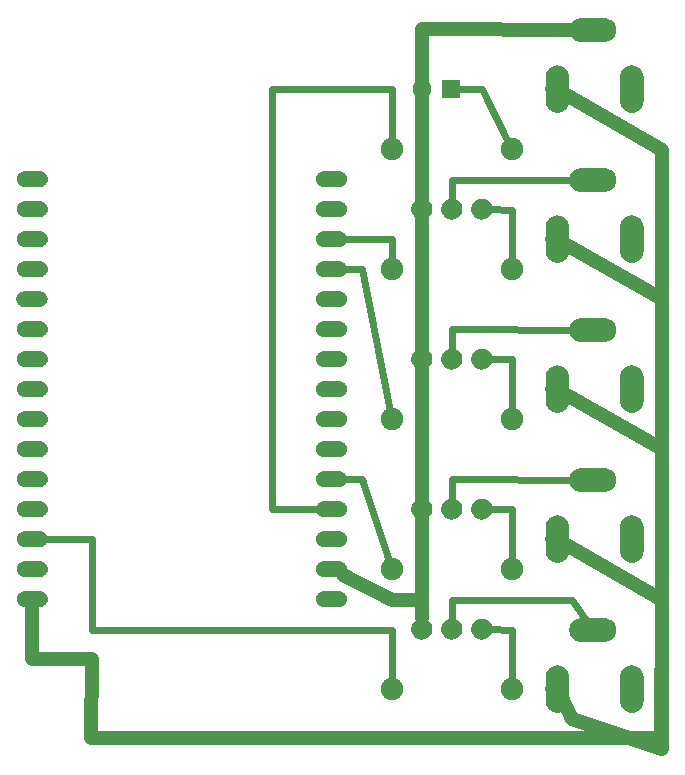
<source format=gbl>
G04 MADE WITH FRITZING*
G04 WWW.FRITZING.ORG*
G04 DOUBLE SIDED*
G04 HOLES PLATED*
G04 CONTOUR ON CENTER OF CONTOUR VECTOR*
%ASAXBY*%
%FSLAX23Y23*%
%MOIN*%
%OFA0B0*%
%SFA1.0B1.0*%
%ADD10C,0.070000*%
%ADD11C,0.052000*%
%ADD12C,0.075000*%
%ADD13C,0.078740*%
%ADD14C,0.062992*%
%ADD15R,0.062992X0.062992*%
%ADD16C,0.048000*%
%ADD17C,0.024000*%
%ADD18R,0.001000X0.001000*%
%LNCOPPER0*%
G90*
G70*
G54D10*
X1644Y1035D03*
X1544Y1035D03*
X1444Y1035D03*
X1644Y635D03*
X1544Y635D03*
X1444Y635D03*
X1644Y2035D03*
X1544Y2035D03*
X1444Y2035D03*
X1644Y1535D03*
X1544Y1535D03*
X1444Y1535D03*
G54D11*
X1144Y735D03*
X1144Y835D03*
X1144Y935D03*
X1144Y1035D03*
X1144Y1135D03*
X1144Y1235D03*
X1144Y1335D03*
X1144Y1435D03*
X1144Y1535D03*
X1144Y1635D03*
X1144Y1735D03*
X1144Y1835D03*
X1144Y1935D03*
X1144Y2035D03*
X1144Y2135D03*
X144Y2135D03*
X144Y2035D03*
X144Y1935D03*
X144Y1835D03*
X144Y1735D03*
X144Y1635D03*
X144Y1535D03*
X144Y1435D03*
X144Y1335D03*
X144Y1235D03*
X144Y1135D03*
X144Y1035D03*
X144Y935D03*
X144Y835D03*
X144Y735D03*
G54D12*
X1344Y435D03*
X1744Y435D03*
X1344Y835D03*
X1744Y835D03*
X1344Y1335D03*
X1744Y1335D03*
X1344Y1835D03*
X1744Y1835D03*
G54D13*
X1896Y1935D03*
X2144Y1935D03*
X2015Y2132D03*
X1896Y435D03*
X2144Y435D03*
X2015Y632D03*
X1896Y935D03*
X2144Y935D03*
X2015Y1132D03*
X1896Y2435D03*
X2144Y2435D03*
X2015Y2632D03*
X1896Y1435D03*
X2144Y1435D03*
X2015Y1632D03*
G54D12*
X1344Y2235D03*
X1744Y2235D03*
G54D14*
X1543Y2435D03*
X1444Y2435D03*
G54D15*
X1543Y2435D03*
G54D16*
X1445Y2635D02*
X1445Y2462D01*
D02*
X1984Y2632D02*
X1445Y2635D01*
D02*
X1445Y2335D02*
X1445Y2061D01*
D02*
X1445Y2408D02*
X1445Y2335D01*
D02*
X1445Y1836D02*
X1445Y1561D01*
D02*
X1445Y2009D02*
X1445Y1836D01*
D02*
X1445Y1435D02*
X1445Y1061D01*
D02*
X1445Y1509D02*
X1445Y1435D01*
D02*
X1445Y734D02*
X1345Y734D01*
D02*
X1345Y734D02*
X1181Y817D01*
D02*
X1445Y1009D02*
X1445Y834D01*
D02*
X1445Y834D02*
X1445Y734D01*
D02*
X1445Y734D02*
X1445Y672D01*
D02*
X1181Y817D02*
X1345Y734D01*
D02*
X1345Y734D02*
X1445Y734D01*
G54D17*
D02*
X1744Y1035D02*
X1671Y1035D01*
D02*
X1744Y864D02*
X1744Y1035D01*
D02*
X1544Y1135D02*
X1544Y1061D01*
D02*
X1984Y1132D02*
X1544Y1135D01*
D02*
X1744Y1535D02*
X1671Y1535D01*
D02*
X1744Y1364D02*
X1744Y1535D01*
D02*
X1544Y734D02*
X1544Y661D01*
D02*
X1997Y657D02*
X1944Y734D01*
D02*
X1944Y734D02*
X1544Y734D01*
D02*
X344Y935D02*
X175Y935D01*
D02*
X344Y634D02*
X344Y935D01*
D02*
X1345Y634D02*
X344Y634D01*
D02*
X1345Y464D02*
X1345Y634D01*
D02*
X1245Y1135D02*
X1175Y1135D01*
D02*
X1335Y862D02*
X1245Y1135D01*
D02*
X945Y1035D02*
X1114Y1035D01*
D02*
X1345Y2435D02*
X945Y2435D01*
D02*
X945Y2435D02*
X945Y1035D01*
D02*
X1345Y2264D02*
X1345Y2435D01*
D02*
X1345Y1936D02*
X1345Y1864D01*
D02*
X1175Y1935D02*
X1345Y1936D01*
D02*
X1245Y1836D02*
X1175Y1835D01*
D02*
X1339Y1363D02*
X1245Y1836D01*
D02*
X1544Y1635D02*
X1544Y1561D01*
D02*
X1984Y1632D02*
X1544Y1635D01*
D02*
X1744Y2034D02*
X1671Y2035D01*
D02*
X1744Y1864D02*
X1744Y2034D01*
D02*
X1544Y2134D02*
X1544Y2061D01*
D02*
X1984Y2132D02*
X1544Y2134D01*
D02*
X1644Y2435D02*
X1732Y2261D01*
D02*
X1570Y2435D02*
X1644Y2435D01*
D02*
X1744Y634D02*
X1671Y635D01*
D02*
X1744Y464D02*
X1744Y634D01*
G54D16*
D02*
X144Y536D02*
X144Y705D01*
D02*
X2245Y734D02*
X2243Y274D01*
D02*
X2243Y274D02*
X342Y274D01*
D02*
X344Y536D02*
X144Y536D01*
D02*
X342Y274D02*
X344Y536D01*
D02*
X1923Y920D02*
X2245Y734D01*
D02*
X2245Y734D02*
X1923Y920D01*
D02*
X2245Y1235D02*
X2245Y734D01*
D02*
X1923Y1420D02*
X2245Y1235D01*
D02*
X2245Y1235D02*
X1923Y1420D01*
D02*
X2245Y1736D02*
X2245Y1235D01*
D02*
X1923Y1920D02*
X2245Y1736D01*
D02*
X2245Y1736D02*
X1923Y1920D01*
D02*
X2245Y2234D02*
X2245Y1736D01*
D02*
X1923Y2420D02*
X2245Y2234D01*
D02*
X2245Y734D02*
X1923Y920D01*
D02*
X1944Y336D02*
X2245Y235D01*
D02*
X2245Y235D02*
X2245Y734D01*
D02*
X1910Y407D02*
X1944Y336D01*
G54D18*
X1968Y2671D02*
X2060Y2671D01*
X1964Y2670D02*
X2064Y2670D01*
X1961Y2669D02*
X2067Y2669D01*
X1959Y2668D02*
X2069Y2668D01*
X1956Y2667D02*
X2072Y2667D01*
X1955Y2666D02*
X2073Y2666D01*
X1953Y2665D02*
X2075Y2665D01*
X1952Y2664D02*
X2076Y2664D01*
X1950Y2663D02*
X2078Y2663D01*
X1949Y2662D02*
X2079Y2662D01*
X1948Y2661D02*
X2080Y2661D01*
X1947Y2660D02*
X2081Y2660D01*
X1946Y2659D02*
X2082Y2659D01*
X1945Y2658D02*
X2083Y2658D01*
X1944Y2657D02*
X2084Y2657D01*
X1944Y2656D02*
X2084Y2656D01*
X1943Y2655D02*
X2085Y2655D01*
X1942Y2654D02*
X2086Y2654D01*
X1942Y2653D02*
X2086Y2653D01*
X1941Y2652D02*
X2087Y2652D01*
X1940Y2651D02*
X2008Y2651D01*
X2020Y2651D02*
X2088Y2651D01*
X1940Y2650D02*
X2005Y2650D01*
X2023Y2650D02*
X2088Y2650D01*
X1939Y2649D02*
X2003Y2649D01*
X2025Y2649D02*
X2088Y2649D01*
X1939Y2648D02*
X2002Y2648D01*
X2026Y2648D02*
X2089Y2648D01*
X1939Y2647D02*
X2000Y2647D01*
X2027Y2647D02*
X2089Y2647D01*
X1938Y2646D02*
X1999Y2646D01*
X2029Y2646D02*
X2090Y2646D01*
X1938Y2645D02*
X1999Y2645D01*
X2029Y2645D02*
X2090Y2645D01*
X1938Y2644D02*
X1998Y2644D01*
X2030Y2644D02*
X2090Y2644D01*
X1937Y2643D02*
X1997Y2643D01*
X2031Y2643D02*
X2091Y2643D01*
X1937Y2642D02*
X1996Y2642D01*
X2032Y2642D02*
X2091Y2642D01*
X1937Y2641D02*
X1996Y2641D01*
X2032Y2641D02*
X2091Y2641D01*
X1936Y2640D02*
X1995Y2640D01*
X2033Y2640D02*
X2091Y2640D01*
X1936Y2639D02*
X1995Y2639D01*
X2033Y2639D02*
X2092Y2639D01*
X1936Y2638D02*
X1995Y2638D01*
X2033Y2638D02*
X2092Y2638D01*
X1936Y2637D02*
X1994Y2637D01*
X2034Y2637D02*
X2092Y2637D01*
X1936Y2636D02*
X1994Y2636D01*
X2034Y2636D02*
X2092Y2636D01*
X1936Y2635D02*
X1994Y2635D01*
X2034Y2635D02*
X2092Y2635D01*
X1936Y2634D02*
X1994Y2634D01*
X2034Y2634D02*
X2092Y2634D01*
X1936Y2633D02*
X1994Y2633D01*
X2034Y2633D02*
X2092Y2633D01*
X1936Y2632D02*
X1994Y2632D01*
X2034Y2632D02*
X2092Y2632D01*
X1936Y2631D02*
X1994Y2631D01*
X2034Y2631D02*
X2092Y2631D01*
X1936Y2630D02*
X1994Y2630D01*
X2034Y2630D02*
X2092Y2630D01*
X1936Y2629D02*
X1994Y2629D01*
X2034Y2629D02*
X2092Y2629D01*
X1936Y2628D02*
X1994Y2628D01*
X2034Y2628D02*
X2092Y2628D01*
X1936Y2627D02*
X1995Y2627D01*
X2033Y2627D02*
X2092Y2627D01*
X1936Y2626D02*
X1995Y2626D01*
X2033Y2626D02*
X2092Y2626D01*
X1936Y2625D02*
X1995Y2625D01*
X2033Y2625D02*
X2092Y2625D01*
X1937Y2624D02*
X1996Y2624D01*
X2032Y2624D02*
X2091Y2624D01*
X1937Y2623D02*
X1996Y2623D01*
X2032Y2623D02*
X2091Y2623D01*
X1937Y2622D02*
X1997Y2622D01*
X2031Y2622D02*
X2091Y2622D01*
X1937Y2621D02*
X1997Y2621D01*
X2031Y2621D02*
X2091Y2621D01*
X1938Y2620D02*
X1998Y2620D01*
X2030Y2620D02*
X2090Y2620D01*
X1938Y2619D02*
X1999Y2619D01*
X2029Y2619D02*
X2090Y2619D01*
X1938Y2618D02*
X2000Y2618D01*
X2028Y2618D02*
X2089Y2618D01*
X1939Y2617D02*
X2001Y2617D01*
X2027Y2617D02*
X2089Y2617D01*
X1939Y2616D02*
X2003Y2616D01*
X2025Y2616D02*
X2089Y2616D01*
X1940Y2615D02*
X2004Y2615D01*
X2024Y2615D02*
X2088Y2615D01*
X1940Y2614D02*
X2006Y2614D01*
X2021Y2614D02*
X2088Y2614D01*
X1941Y2613D02*
X2010Y2613D01*
X2018Y2613D02*
X2087Y2613D01*
X1941Y2612D02*
X2087Y2612D01*
X1942Y2611D02*
X2086Y2611D01*
X1943Y2610D02*
X2085Y2610D01*
X1943Y2609D02*
X2084Y2609D01*
X1944Y2608D02*
X2084Y2608D01*
X1945Y2607D02*
X2083Y2607D01*
X1946Y2606D02*
X2082Y2606D01*
X1947Y2605D02*
X2081Y2605D01*
X1948Y2604D02*
X2080Y2604D01*
X1949Y2603D02*
X2079Y2603D01*
X1950Y2602D02*
X2078Y2602D01*
X1951Y2601D02*
X2077Y2601D01*
X1953Y2600D02*
X2075Y2600D01*
X1954Y2599D02*
X2074Y2599D01*
X1956Y2598D02*
X2072Y2598D01*
X1958Y2597D02*
X2070Y2597D01*
X1960Y2596D02*
X2068Y2596D01*
X1963Y2595D02*
X2065Y2595D01*
X1966Y2594D02*
X2062Y2594D01*
X1974Y2593D02*
X2053Y2593D01*
X1892Y2514D02*
X1899Y2514D01*
X2140Y2514D02*
X2147Y2514D01*
X1887Y2513D02*
X1905Y2513D01*
X2135Y2513D02*
X2153Y2513D01*
X1883Y2512D02*
X1908Y2512D01*
X2131Y2512D02*
X2156Y2512D01*
X1881Y2511D02*
X1911Y2511D01*
X2129Y2511D02*
X2159Y2511D01*
X1879Y2510D02*
X1913Y2510D01*
X2127Y2510D02*
X2161Y2510D01*
X1877Y2509D02*
X1915Y2509D01*
X2125Y2509D02*
X2163Y2509D01*
X1875Y2508D02*
X1917Y2508D01*
X2123Y2508D02*
X2165Y2508D01*
X1874Y2507D02*
X1918Y2507D01*
X2122Y2507D02*
X2166Y2507D01*
X1872Y2506D02*
X1919Y2506D01*
X2120Y2506D02*
X2167Y2506D01*
X1871Y2505D02*
X1921Y2505D01*
X2119Y2505D02*
X2169Y2505D01*
X1870Y2504D02*
X1922Y2504D01*
X2118Y2504D02*
X2170Y2504D01*
X1869Y2503D02*
X1923Y2503D01*
X2117Y2503D02*
X2171Y2503D01*
X1868Y2502D02*
X1924Y2502D01*
X2116Y2502D02*
X2172Y2502D01*
X1867Y2501D02*
X1925Y2501D01*
X2115Y2501D02*
X2173Y2501D01*
X1866Y2500D02*
X1926Y2500D01*
X2114Y2500D02*
X2174Y2500D01*
X1865Y2499D02*
X1926Y2499D01*
X2113Y2499D02*
X2174Y2499D01*
X1865Y2498D02*
X1927Y2498D01*
X2113Y2498D02*
X2175Y2498D01*
X1864Y2497D02*
X1928Y2497D01*
X2112Y2497D02*
X2176Y2497D01*
X1863Y2496D02*
X1929Y2496D01*
X2111Y2496D02*
X2177Y2496D01*
X1863Y2495D02*
X1929Y2495D01*
X2111Y2495D02*
X2177Y2495D01*
X1862Y2494D02*
X1930Y2494D01*
X2110Y2494D02*
X2178Y2494D01*
X1861Y2493D02*
X1930Y2493D01*
X2109Y2493D02*
X2178Y2493D01*
X1861Y2492D02*
X1931Y2492D01*
X2109Y2492D02*
X2179Y2492D01*
X1860Y2491D02*
X1931Y2491D01*
X2109Y2491D02*
X2179Y2491D01*
X1860Y2490D02*
X1932Y2490D01*
X2108Y2490D02*
X2180Y2490D01*
X1860Y2489D02*
X1932Y2489D01*
X2108Y2489D02*
X2180Y2489D01*
X1859Y2488D02*
X1932Y2488D01*
X2107Y2488D02*
X2180Y2488D01*
X1859Y2487D02*
X1933Y2487D01*
X2107Y2487D02*
X2181Y2487D01*
X1859Y2486D02*
X1933Y2486D01*
X2107Y2486D02*
X2181Y2486D01*
X1858Y2485D02*
X1933Y2485D01*
X2106Y2485D02*
X2181Y2485D01*
X1858Y2484D02*
X1934Y2484D01*
X2106Y2484D02*
X2182Y2484D01*
X1858Y2483D02*
X1934Y2483D01*
X2106Y2483D02*
X2182Y2483D01*
X1858Y2482D02*
X1934Y2482D01*
X2106Y2482D02*
X2182Y2482D01*
X1858Y2481D02*
X1934Y2481D01*
X2106Y2481D02*
X2182Y2481D01*
X1857Y2480D02*
X1934Y2480D01*
X2105Y2480D02*
X2182Y2480D01*
X1857Y2479D02*
X1935Y2479D01*
X2105Y2479D02*
X2183Y2479D01*
X1857Y2478D02*
X1935Y2478D01*
X2105Y2478D02*
X2183Y2478D01*
X1857Y2477D02*
X1935Y2477D01*
X2105Y2477D02*
X2183Y2477D01*
X1857Y2476D02*
X1935Y2476D01*
X2105Y2476D02*
X2183Y2476D01*
X1857Y2475D02*
X1935Y2475D01*
X2105Y2475D02*
X2183Y2475D01*
X1857Y2474D02*
X1935Y2474D01*
X2105Y2474D02*
X2183Y2474D01*
X1857Y2473D02*
X1935Y2473D01*
X2105Y2473D02*
X2183Y2473D01*
X1857Y2472D02*
X1935Y2472D01*
X2105Y2472D02*
X2183Y2472D01*
X1857Y2471D02*
X1935Y2471D01*
X2105Y2471D02*
X2183Y2471D01*
X1857Y2470D02*
X1935Y2470D01*
X2105Y2470D02*
X2183Y2470D01*
X1857Y2469D02*
X1935Y2469D01*
X2105Y2469D02*
X2183Y2469D01*
X1857Y2468D02*
X1935Y2468D01*
X2105Y2468D02*
X2183Y2468D01*
X1857Y2467D02*
X1935Y2467D01*
X2105Y2467D02*
X2183Y2467D01*
X1857Y2466D02*
X1935Y2466D01*
X2105Y2466D02*
X2183Y2466D01*
X1857Y2465D02*
X1935Y2465D01*
X2105Y2465D02*
X2183Y2465D01*
X1857Y2464D02*
X1935Y2464D01*
X2105Y2464D02*
X2183Y2464D01*
X1857Y2463D02*
X1935Y2463D01*
X2105Y2463D02*
X2183Y2463D01*
X1857Y2462D02*
X1935Y2462D01*
X2105Y2462D02*
X2183Y2462D01*
X1857Y2461D02*
X1935Y2461D01*
X2105Y2461D02*
X2183Y2461D01*
X1857Y2460D02*
X1935Y2460D01*
X2105Y2460D02*
X2183Y2460D01*
X1857Y2459D02*
X1935Y2459D01*
X2105Y2459D02*
X2183Y2459D01*
X1857Y2458D02*
X1935Y2458D01*
X2105Y2458D02*
X2183Y2458D01*
X1857Y2457D02*
X1935Y2457D01*
X2105Y2457D02*
X2183Y2457D01*
X1857Y2456D02*
X1935Y2456D01*
X2105Y2456D02*
X2183Y2456D01*
X1857Y2455D02*
X1894Y2455D01*
X1898Y2455D02*
X1935Y2455D01*
X2105Y2455D02*
X2142Y2455D01*
X2146Y2455D02*
X2183Y2455D01*
X1857Y2454D02*
X1889Y2454D01*
X1903Y2454D02*
X1935Y2454D01*
X2105Y2454D02*
X2137Y2454D01*
X2151Y2454D02*
X2183Y2454D01*
X1857Y2453D02*
X1887Y2453D01*
X1905Y2453D02*
X1935Y2453D01*
X2105Y2453D02*
X2135Y2453D01*
X2153Y2453D02*
X2183Y2453D01*
X1857Y2452D02*
X1885Y2452D01*
X1907Y2452D02*
X1935Y2452D01*
X2105Y2452D02*
X2133Y2452D01*
X2155Y2452D02*
X2183Y2452D01*
X1857Y2451D02*
X1883Y2451D01*
X1908Y2451D02*
X1935Y2451D01*
X2105Y2451D02*
X2131Y2451D01*
X2156Y2451D02*
X2183Y2451D01*
X1857Y2450D02*
X1882Y2450D01*
X1910Y2450D02*
X1935Y2450D01*
X2105Y2450D02*
X2130Y2450D01*
X2158Y2450D02*
X2183Y2450D01*
X1857Y2449D02*
X1881Y2449D01*
X1911Y2449D02*
X1935Y2449D01*
X2105Y2449D02*
X2129Y2449D01*
X2159Y2449D02*
X2183Y2449D01*
X1857Y2448D02*
X1880Y2448D01*
X1911Y2448D02*
X1935Y2448D01*
X2105Y2448D02*
X2128Y2448D01*
X2159Y2448D02*
X2183Y2448D01*
X1857Y2447D02*
X1879Y2447D01*
X1912Y2447D02*
X1935Y2447D01*
X2105Y2447D02*
X2128Y2447D01*
X2160Y2447D02*
X2183Y2447D01*
X1857Y2446D02*
X1879Y2446D01*
X1913Y2446D02*
X1935Y2446D01*
X2105Y2446D02*
X2127Y2446D01*
X2161Y2446D02*
X2183Y2446D01*
X1857Y2445D02*
X1878Y2445D01*
X1913Y2445D02*
X1935Y2445D01*
X2105Y2445D02*
X2126Y2445D01*
X2162Y2445D02*
X2183Y2445D01*
X1857Y2444D02*
X1878Y2444D01*
X1914Y2444D02*
X1935Y2444D01*
X2105Y2444D02*
X2126Y2444D01*
X2162Y2444D02*
X2183Y2444D01*
X1857Y2443D02*
X1877Y2443D01*
X1915Y2443D02*
X1935Y2443D01*
X2105Y2443D02*
X2125Y2443D01*
X2163Y2443D02*
X2183Y2443D01*
X1857Y2442D02*
X1877Y2442D01*
X1915Y2442D02*
X1935Y2442D01*
X2105Y2442D02*
X2125Y2442D01*
X2163Y2442D02*
X2183Y2442D01*
X1857Y2441D02*
X1877Y2441D01*
X1915Y2441D02*
X1935Y2441D01*
X2105Y2441D02*
X2125Y2441D01*
X2163Y2441D02*
X2183Y2441D01*
X1857Y2440D02*
X1876Y2440D01*
X1915Y2440D02*
X1935Y2440D01*
X2105Y2440D02*
X2124Y2440D01*
X2164Y2440D02*
X2183Y2440D01*
X1857Y2439D02*
X1876Y2439D01*
X1916Y2439D02*
X1935Y2439D01*
X2105Y2439D02*
X2124Y2439D01*
X2164Y2439D02*
X2183Y2439D01*
X1857Y2438D02*
X1876Y2438D01*
X1916Y2438D02*
X1935Y2438D01*
X2105Y2438D02*
X2124Y2438D01*
X2164Y2438D02*
X2183Y2438D01*
X1857Y2437D02*
X1876Y2437D01*
X1916Y2437D02*
X1935Y2437D01*
X2105Y2437D02*
X2124Y2437D01*
X2164Y2437D02*
X2183Y2437D01*
X1857Y2436D02*
X1876Y2436D01*
X1916Y2436D02*
X1935Y2436D01*
X2105Y2436D02*
X2124Y2436D01*
X2164Y2436D02*
X2183Y2436D01*
X1857Y2435D02*
X1876Y2435D01*
X1916Y2435D02*
X1935Y2435D01*
X2105Y2435D02*
X2124Y2435D01*
X2164Y2435D02*
X2183Y2435D01*
X1857Y2434D02*
X1876Y2434D01*
X1916Y2434D02*
X1935Y2434D01*
X2105Y2434D02*
X2124Y2434D01*
X2164Y2434D02*
X2183Y2434D01*
X1857Y2433D02*
X1876Y2433D01*
X1916Y2433D02*
X1935Y2433D01*
X2105Y2433D02*
X2124Y2433D01*
X2164Y2433D02*
X2183Y2433D01*
X1857Y2432D02*
X1876Y2432D01*
X1916Y2432D02*
X1935Y2432D01*
X2105Y2432D02*
X2124Y2432D01*
X2164Y2432D02*
X2183Y2432D01*
X1857Y2431D02*
X1876Y2431D01*
X1915Y2431D02*
X1935Y2431D01*
X2105Y2431D02*
X2124Y2431D01*
X2164Y2431D02*
X2183Y2431D01*
X1857Y2430D02*
X1877Y2430D01*
X1915Y2430D02*
X1935Y2430D01*
X2105Y2430D02*
X2125Y2430D01*
X2163Y2430D02*
X2183Y2430D01*
X1857Y2429D02*
X1877Y2429D01*
X1915Y2429D02*
X1935Y2429D01*
X2105Y2429D02*
X2125Y2429D01*
X2163Y2429D02*
X2183Y2429D01*
X1857Y2428D02*
X1877Y2428D01*
X1915Y2428D02*
X1935Y2428D01*
X2105Y2428D02*
X2125Y2428D01*
X2163Y2428D02*
X2183Y2428D01*
X1857Y2427D02*
X1878Y2427D01*
X1914Y2427D02*
X1935Y2427D01*
X2105Y2427D02*
X2126Y2427D01*
X2162Y2427D02*
X2183Y2427D01*
X1857Y2426D02*
X1878Y2426D01*
X1914Y2426D02*
X1935Y2426D01*
X2105Y2426D02*
X2126Y2426D01*
X2162Y2426D02*
X2183Y2426D01*
X1857Y2425D02*
X1879Y2425D01*
X1913Y2425D02*
X1935Y2425D01*
X2105Y2425D02*
X2127Y2425D01*
X2161Y2425D02*
X2183Y2425D01*
X1857Y2424D02*
X1879Y2424D01*
X1912Y2424D02*
X1935Y2424D01*
X2105Y2424D02*
X2127Y2424D01*
X2160Y2424D02*
X2183Y2424D01*
X1857Y2423D02*
X1880Y2423D01*
X1911Y2423D02*
X1935Y2423D01*
X2105Y2423D02*
X2128Y2423D01*
X2159Y2423D02*
X2183Y2423D01*
X1857Y2422D02*
X1881Y2422D01*
X1911Y2422D02*
X1935Y2422D01*
X2105Y2422D02*
X2129Y2422D01*
X2159Y2422D02*
X2183Y2422D01*
X1857Y2421D02*
X1882Y2421D01*
X1910Y2421D02*
X1935Y2421D01*
X2105Y2421D02*
X2130Y2421D01*
X2158Y2421D02*
X2183Y2421D01*
X1857Y2420D02*
X1883Y2420D01*
X1908Y2420D02*
X1935Y2420D01*
X2105Y2420D02*
X2131Y2420D01*
X2156Y2420D02*
X2183Y2420D01*
X1857Y2419D02*
X1885Y2419D01*
X1907Y2419D02*
X1935Y2419D01*
X2105Y2419D02*
X2133Y2419D01*
X2155Y2419D02*
X2183Y2419D01*
X1857Y2418D02*
X1886Y2418D01*
X1905Y2418D02*
X1935Y2418D01*
X2105Y2418D02*
X2135Y2418D01*
X2153Y2418D02*
X2183Y2418D01*
X1857Y2417D02*
X1889Y2417D01*
X1903Y2417D02*
X1935Y2417D01*
X2105Y2417D02*
X2137Y2417D01*
X2151Y2417D02*
X2183Y2417D01*
X1857Y2416D02*
X1893Y2416D01*
X1898Y2416D02*
X1935Y2416D01*
X2105Y2416D02*
X2141Y2416D01*
X2146Y2416D02*
X2183Y2416D01*
X1857Y2415D02*
X1935Y2415D01*
X2105Y2415D02*
X2183Y2415D01*
X1857Y2414D02*
X1935Y2414D01*
X2105Y2414D02*
X2183Y2414D01*
X1857Y2413D02*
X1935Y2413D01*
X2105Y2413D02*
X2183Y2413D01*
X1857Y2412D02*
X1935Y2412D01*
X2105Y2412D02*
X2183Y2412D01*
X1857Y2411D02*
X1935Y2411D01*
X2105Y2411D02*
X2183Y2411D01*
X1857Y2410D02*
X1935Y2410D01*
X2105Y2410D02*
X2183Y2410D01*
X1857Y2409D02*
X1935Y2409D01*
X2105Y2409D02*
X2183Y2409D01*
X1857Y2408D02*
X1935Y2408D01*
X2105Y2408D02*
X2183Y2408D01*
X1857Y2407D02*
X1935Y2407D01*
X2105Y2407D02*
X2183Y2407D01*
X1857Y2406D02*
X1935Y2406D01*
X2105Y2406D02*
X2183Y2406D01*
X1857Y2405D02*
X1935Y2405D01*
X2105Y2405D02*
X2183Y2405D01*
X1857Y2404D02*
X1935Y2404D01*
X2105Y2404D02*
X2183Y2404D01*
X1857Y2403D02*
X1935Y2403D01*
X2105Y2403D02*
X2183Y2403D01*
X1857Y2402D02*
X1935Y2402D01*
X2105Y2402D02*
X2183Y2402D01*
X1857Y2401D02*
X1935Y2401D01*
X2105Y2401D02*
X2183Y2401D01*
X1857Y2400D02*
X1935Y2400D01*
X2105Y2400D02*
X2183Y2400D01*
X1857Y2399D02*
X1935Y2399D01*
X2105Y2399D02*
X2183Y2399D01*
X1857Y2398D02*
X1935Y2398D01*
X2105Y2398D02*
X2183Y2398D01*
X1857Y2397D02*
X1935Y2397D01*
X2105Y2397D02*
X2183Y2397D01*
X1857Y2396D02*
X1935Y2396D01*
X2105Y2396D02*
X2183Y2396D01*
X1857Y2395D02*
X1935Y2395D01*
X2105Y2395D02*
X2183Y2395D01*
X1857Y2394D02*
X1935Y2394D01*
X2105Y2394D02*
X2183Y2394D01*
X1857Y2393D02*
X1935Y2393D01*
X2105Y2393D02*
X2183Y2393D01*
X1857Y2392D02*
X1935Y2392D01*
X2105Y2392D02*
X2183Y2392D01*
X1857Y2391D02*
X1934Y2391D01*
X2105Y2391D02*
X2182Y2391D01*
X1858Y2390D02*
X1934Y2390D01*
X2106Y2390D02*
X2182Y2390D01*
X1858Y2389D02*
X1934Y2389D01*
X2106Y2389D02*
X2182Y2389D01*
X1858Y2388D02*
X1934Y2388D01*
X2106Y2388D02*
X2182Y2388D01*
X1858Y2387D02*
X1934Y2387D01*
X2106Y2387D02*
X2182Y2387D01*
X1858Y2386D02*
X1933Y2386D01*
X2106Y2386D02*
X2181Y2386D01*
X1859Y2385D02*
X1933Y2385D01*
X2107Y2385D02*
X2181Y2385D01*
X1859Y2384D02*
X1933Y2384D01*
X2107Y2384D02*
X2181Y2384D01*
X1859Y2383D02*
X1932Y2383D01*
X2107Y2383D02*
X2180Y2383D01*
X1860Y2382D02*
X1932Y2382D01*
X2108Y2382D02*
X2180Y2382D01*
X1860Y2381D02*
X1932Y2381D01*
X2108Y2381D02*
X2180Y2381D01*
X1860Y2380D02*
X1931Y2380D01*
X2109Y2380D02*
X2179Y2380D01*
X1861Y2379D02*
X1931Y2379D01*
X2109Y2379D02*
X2179Y2379D01*
X1861Y2378D02*
X1930Y2378D01*
X2109Y2378D02*
X2178Y2378D01*
X1862Y2377D02*
X1930Y2377D01*
X2110Y2377D02*
X2178Y2377D01*
X1863Y2376D02*
X1929Y2376D01*
X2111Y2376D02*
X2177Y2376D01*
X1863Y2375D02*
X1929Y2375D01*
X2111Y2375D02*
X2177Y2375D01*
X1864Y2374D02*
X1928Y2374D01*
X2112Y2374D02*
X2176Y2374D01*
X1865Y2373D02*
X1927Y2373D01*
X2113Y2373D02*
X2175Y2373D01*
X1865Y2372D02*
X1926Y2372D01*
X2113Y2372D02*
X2174Y2372D01*
X1866Y2371D02*
X1926Y2371D01*
X2114Y2371D02*
X2174Y2371D01*
X1867Y2370D02*
X1925Y2370D01*
X2115Y2370D02*
X2173Y2370D01*
X1868Y2369D02*
X1924Y2369D01*
X2116Y2369D02*
X2172Y2369D01*
X1869Y2368D02*
X1923Y2368D01*
X2117Y2368D02*
X2171Y2368D01*
X1870Y2367D02*
X1922Y2367D01*
X2118Y2367D02*
X2170Y2367D01*
X1871Y2366D02*
X1921Y2366D01*
X2119Y2366D02*
X2169Y2366D01*
X1872Y2365D02*
X1919Y2365D01*
X2120Y2365D02*
X2167Y2365D01*
X1874Y2364D02*
X1918Y2364D01*
X2122Y2364D02*
X2166Y2364D01*
X1875Y2363D02*
X1917Y2363D01*
X2123Y2363D02*
X2165Y2363D01*
X1877Y2362D02*
X1915Y2362D01*
X2125Y2362D02*
X2163Y2362D01*
X1879Y2361D02*
X1913Y2361D01*
X2127Y2361D02*
X2161Y2361D01*
X1881Y2360D02*
X1911Y2360D01*
X2129Y2360D02*
X2159Y2360D01*
X1883Y2359D02*
X1908Y2359D01*
X2131Y2359D02*
X2156Y2359D01*
X1887Y2358D02*
X1905Y2358D01*
X2135Y2358D02*
X2153Y2358D01*
X1892Y2357D02*
X1900Y2357D01*
X2140Y2357D02*
X2148Y2357D01*
X1968Y2171D02*
X2060Y2171D01*
X1964Y2170D02*
X2064Y2170D01*
X1961Y2169D02*
X2067Y2169D01*
X1959Y2168D02*
X2069Y2168D01*
X1956Y2167D02*
X2072Y2167D01*
X1955Y2166D02*
X2073Y2166D01*
X1953Y2165D02*
X2075Y2165D01*
X1952Y2164D02*
X2076Y2164D01*
X1950Y2163D02*
X2078Y2163D01*
X1949Y2162D02*
X2079Y2162D01*
X115Y2161D02*
X176Y2161D01*
X1113Y2161D02*
X1173Y2161D01*
X1948Y2161D02*
X2080Y2161D01*
X111Y2160D02*
X179Y2160D01*
X1109Y2160D02*
X1177Y2160D01*
X1947Y2160D02*
X2081Y2160D01*
X109Y2159D02*
X182Y2159D01*
X1107Y2159D02*
X1179Y2159D01*
X1946Y2159D02*
X2082Y2159D01*
X107Y2158D02*
X184Y2158D01*
X1105Y2158D02*
X1181Y2158D01*
X1945Y2158D02*
X2083Y2158D01*
X105Y2157D02*
X185Y2157D01*
X1103Y2157D02*
X1183Y2157D01*
X1944Y2157D02*
X2084Y2157D01*
X104Y2156D02*
X187Y2156D01*
X1102Y2156D02*
X1184Y2156D01*
X1944Y2156D02*
X2084Y2156D01*
X103Y2155D02*
X188Y2155D01*
X1100Y2155D02*
X1185Y2155D01*
X1943Y2155D02*
X2085Y2155D01*
X102Y2154D02*
X189Y2154D01*
X1099Y2154D02*
X1187Y2154D01*
X1942Y2154D02*
X2086Y2154D01*
X101Y2153D02*
X190Y2153D01*
X1098Y2153D02*
X1187Y2153D01*
X1942Y2153D02*
X2086Y2153D01*
X100Y2152D02*
X191Y2152D01*
X1098Y2152D02*
X1188Y2152D01*
X1941Y2152D02*
X2087Y2152D01*
X99Y2151D02*
X141Y2151D01*
X150Y2151D02*
X192Y2151D01*
X1097Y2151D02*
X1138Y2151D01*
X1146Y2151D02*
X1189Y2151D01*
X1940Y2151D02*
X2008Y2151D01*
X2020Y2151D02*
X2088Y2151D01*
X98Y2150D02*
X138Y2150D01*
X153Y2150D02*
X192Y2150D01*
X1096Y2150D02*
X1135Y2150D01*
X1149Y2150D02*
X1190Y2150D01*
X1940Y2150D02*
X2005Y2150D01*
X2023Y2150D02*
X2088Y2150D01*
X98Y2149D02*
X136Y2149D01*
X154Y2149D02*
X193Y2149D01*
X1095Y2149D02*
X1133Y2149D01*
X1151Y2149D02*
X1190Y2149D01*
X1939Y2149D02*
X2003Y2149D01*
X2025Y2149D02*
X2088Y2149D01*
X97Y2148D02*
X135Y2148D01*
X156Y2148D02*
X193Y2148D01*
X1095Y2148D02*
X1132Y2148D01*
X1153Y2148D02*
X1191Y2148D01*
X1939Y2148D02*
X2002Y2148D01*
X2026Y2148D02*
X2089Y2148D01*
X97Y2147D02*
X134Y2147D01*
X157Y2147D02*
X194Y2147D01*
X1094Y2147D02*
X1130Y2147D01*
X1154Y2147D02*
X1192Y2147D01*
X1939Y2147D02*
X2000Y2147D01*
X2027Y2147D02*
X2089Y2147D01*
X96Y2146D02*
X133Y2146D01*
X158Y2146D02*
X195Y2146D01*
X1094Y2146D02*
X1130Y2146D01*
X1155Y2146D02*
X1192Y2146D01*
X1938Y2146D02*
X1999Y2146D01*
X2029Y2146D02*
X2090Y2146D01*
X96Y2145D02*
X132Y2145D01*
X159Y2145D02*
X195Y2145D01*
X1093Y2145D02*
X1129Y2145D01*
X1156Y2145D02*
X1193Y2145D01*
X1938Y2145D02*
X1999Y2145D01*
X2029Y2145D02*
X2090Y2145D01*
X95Y2144D02*
X131Y2144D01*
X160Y2144D02*
X195Y2144D01*
X1093Y2144D02*
X1128Y2144D01*
X1156Y2144D02*
X1193Y2144D01*
X1938Y2144D02*
X1998Y2144D01*
X2030Y2144D02*
X2090Y2144D01*
X95Y2143D02*
X131Y2143D01*
X160Y2143D02*
X196Y2143D01*
X1093Y2143D02*
X1127Y2143D01*
X1157Y2143D02*
X1193Y2143D01*
X1937Y2143D02*
X1997Y2143D01*
X2031Y2143D02*
X2091Y2143D01*
X95Y2142D02*
X130Y2142D01*
X161Y2142D02*
X196Y2142D01*
X1092Y2142D02*
X1127Y2142D01*
X1157Y2142D02*
X1194Y2142D01*
X1937Y2142D02*
X1996Y2142D01*
X2032Y2142D02*
X2091Y2142D01*
X95Y2141D02*
X130Y2141D01*
X161Y2141D02*
X196Y2141D01*
X1092Y2141D02*
X1127Y2141D01*
X1158Y2141D02*
X1194Y2141D01*
X1937Y2141D02*
X1996Y2141D01*
X2032Y2141D02*
X2091Y2141D01*
X94Y2140D02*
X129Y2140D01*
X161Y2140D02*
X196Y2140D01*
X1092Y2140D02*
X1126Y2140D01*
X1158Y2140D02*
X1194Y2140D01*
X1936Y2140D02*
X1995Y2140D01*
X2033Y2140D02*
X2091Y2140D01*
X94Y2139D02*
X129Y2139D01*
X162Y2139D02*
X197Y2139D01*
X1092Y2139D02*
X1126Y2139D01*
X1158Y2139D02*
X1194Y2139D01*
X1936Y2139D02*
X1995Y2139D01*
X2033Y2139D02*
X2092Y2139D01*
X94Y2138D02*
X129Y2138D01*
X162Y2138D02*
X197Y2138D01*
X1092Y2138D02*
X1126Y2138D01*
X1159Y2138D02*
X1194Y2138D01*
X1936Y2138D02*
X1995Y2138D01*
X2033Y2138D02*
X2092Y2138D01*
X94Y2137D02*
X129Y2137D01*
X162Y2137D02*
X197Y2137D01*
X1092Y2137D02*
X1126Y2137D01*
X1159Y2137D02*
X1194Y2137D01*
X1936Y2137D02*
X1994Y2137D01*
X2034Y2137D02*
X2092Y2137D01*
X94Y2136D02*
X129Y2136D01*
X162Y2136D02*
X197Y2136D01*
X1091Y2136D02*
X1126Y2136D01*
X1159Y2136D02*
X1194Y2136D01*
X1936Y2136D02*
X1994Y2136D01*
X2034Y2136D02*
X2092Y2136D01*
X94Y2135D02*
X129Y2135D01*
X162Y2135D02*
X197Y2135D01*
X1091Y2135D02*
X1125Y2135D01*
X1159Y2135D02*
X1194Y2135D01*
X1936Y2135D02*
X1994Y2135D01*
X2034Y2135D02*
X2092Y2135D01*
X94Y2134D02*
X129Y2134D01*
X162Y2134D02*
X197Y2134D01*
X1092Y2134D02*
X1126Y2134D01*
X1159Y2134D02*
X1194Y2134D01*
X1936Y2134D02*
X1994Y2134D01*
X2034Y2134D02*
X2092Y2134D01*
X94Y2133D02*
X129Y2133D01*
X162Y2133D02*
X197Y2133D01*
X1092Y2133D02*
X1126Y2133D01*
X1159Y2133D02*
X1194Y2133D01*
X1936Y2133D02*
X1994Y2133D01*
X2034Y2133D02*
X2092Y2133D01*
X94Y2132D02*
X129Y2132D01*
X162Y2132D02*
X197Y2132D01*
X1092Y2132D02*
X1126Y2132D01*
X1158Y2132D02*
X1194Y2132D01*
X1936Y2132D02*
X1994Y2132D01*
X2034Y2132D02*
X2092Y2132D01*
X94Y2131D02*
X129Y2131D01*
X161Y2131D02*
X196Y2131D01*
X1092Y2131D02*
X1126Y2131D01*
X1158Y2131D02*
X1194Y2131D01*
X1936Y2131D02*
X1994Y2131D01*
X2034Y2131D02*
X2092Y2131D01*
X94Y2130D02*
X130Y2130D01*
X161Y2130D02*
X196Y2130D01*
X1092Y2130D02*
X1126Y2130D01*
X1158Y2130D02*
X1194Y2130D01*
X1936Y2130D02*
X1994Y2130D01*
X2034Y2130D02*
X2092Y2130D01*
X95Y2129D02*
X130Y2129D01*
X161Y2129D02*
X196Y2129D01*
X1092Y2129D02*
X1127Y2129D01*
X1157Y2129D02*
X1194Y2129D01*
X1936Y2129D02*
X1994Y2129D01*
X2034Y2129D02*
X2092Y2129D01*
X95Y2128D02*
X131Y2128D01*
X160Y2128D02*
X196Y2128D01*
X1093Y2128D02*
X1127Y2128D01*
X1157Y2128D02*
X1193Y2128D01*
X1936Y2128D02*
X1994Y2128D01*
X2034Y2128D02*
X2092Y2128D01*
X95Y2127D02*
X131Y2127D01*
X160Y2127D02*
X195Y2127D01*
X1093Y2127D02*
X1128Y2127D01*
X1156Y2127D02*
X1193Y2127D01*
X1936Y2127D02*
X1995Y2127D01*
X2033Y2127D02*
X2092Y2127D01*
X96Y2126D02*
X132Y2126D01*
X159Y2126D02*
X195Y2126D01*
X1093Y2126D02*
X1129Y2126D01*
X1156Y2126D02*
X1193Y2126D01*
X1936Y2126D02*
X1995Y2126D01*
X2033Y2126D02*
X2092Y2126D01*
X96Y2125D02*
X133Y2125D01*
X158Y2125D02*
X195Y2125D01*
X1094Y2125D02*
X1129Y2125D01*
X1155Y2125D02*
X1192Y2125D01*
X1936Y2125D02*
X1995Y2125D01*
X2033Y2125D02*
X2092Y2125D01*
X97Y2124D02*
X134Y2124D01*
X157Y2124D02*
X194Y2124D01*
X1094Y2124D02*
X1130Y2124D01*
X1154Y2124D02*
X1192Y2124D01*
X1937Y2124D02*
X1996Y2124D01*
X2032Y2124D02*
X2091Y2124D01*
X97Y2123D02*
X135Y2123D01*
X156Y2123D02*
X194Y2123D01*
X1095Y2123D02*
X1131Y2123D01*
X1153Y2123D02*
X1191Y2123D01*
X1937Y2123D02*
X1996Y2123D01*
X2032Y2123D02*
X2091Y2123D01*
X98Y2122D02*
X136Y2122D01*
X155Y2122D02*
X193Y2122D01*
X1095Y2122D02*
X1133Y2122D01*
X1151Y2122D02*
X1191Y2122D01*
X1937Y2122D02*
X1997Y2122D01*
X2031Y2122D02*
X2091Y2122D01*
X98Y2121D02*
X138Y2121D01*
X153Y2121D02*
X192Y2121D01*
X1096Y2121D02*
X1135Y2121D01*
X1150Y2121D02*
X1190Y2121D01*
X1937Y2121D02*
X1997Y2121D01*
X2031Y2121D02*
X2091Y2121D01*
X99Y2120D02*
X141Y2120D01*
X150Y2120D02*
X192Y2120D01*
X1097Y2120D02*
X1137Y2120D01*
X1147Y2120D02*
X1189Y2120D01*
X1938Y2120D02*
X1998Y2120D01*
X2030Y2120D02*
X2090Y2120D01*
X100Y2119D02*
X191Y2119D01*
X1097Y2119D02*
X1188Y2119D01*
X1938Y2119D02*
X1999Y2119D01*
X2029Y2119D02*
X2090Y2119D01*
X101Y2118D02*
X190Y2118D01*
X1098Y2118D02*
X1188Y2118D01*
X1938Y2118D02*
X2000Y2118D01*
X2028Y2118D02*
X2089Y2118D01*
X102Y2117D02*
X189Y2117D01*
X1099Y2117D02*
X1187Y2117D01*
X1939Y2117D02*
X2001Y2117D01*
X2027Y2117D02*
X2089Y2117D01*
X103Y2116D02*
X188Y2116D01*
X1100Y2116D02*
X1185Y2116D01*
X1939Y2116D02*
X2003Y2116D01*
X2025Y2116D02*
X2089Y2116D01*
X104Y2115D02*
X187Y2115D01*
X1102Y2115D02*
X1184Y2115D01*
X1940Y2115D02*
X2004Y2115D01*
X2024Y2115D02*
X2088Y2115D01*
X105Y2114D02*
X185Y2114D01*
X1103Y2114D02*
X1183Y2114D01*
X1940Y2114D02*
X2006Y2114D01*
X2022Y2114D02*
X2088Y2114D01*
X107Y2113D02*
X184Y2113D01*
X1105Y2113D02*
X1181Y2113D01*
X1941Y2113D02*
X2010Y2113D01*
X2018Y2113D02*
X2087Y2113D01*
X109Y2112D02*
X182Y2112D01*
X1106Y2112D02*
X1179Y2112D01*
X1941Y2112D02*
X2087Y2112D01*
X111Y2111D02*
X180Y2111D01*
X1109Y2111D02*
X1177Y2111D01*
X1942Y2111D02*
X2086Y2111D01*
X115Y2110D02*
X176Y2110D01*
X1112Y2110D02*
X1173Y2110D01*
X1943Y2110D02*
X2085Y2110D01*
X1943Y2109D02*
X2084Y2109D01*
X1944Y2108D02*
X2084Y2108D01*
X1945Y2107D02*
X2083Y2107D01*
X1946Y2106D02*
X2082Y2106D01*
X1947Y2105D02*
X2081Y2105D01*
X1948Y2104D02*
X2080Y2104D01*
X1949Y2103D02*
X2079Y2103D01*
X1950Y2102D02*
X2078Y2102D01*
X1951Y2101D02*
X2077Y2101D01*
X1953Y2100D02*
X2075Y2100D01*
X1954Y2099D02*
X2074Y2099D01*
X1956Y2098D02*
X2072Y2098D01*
X1958Y2097D02*
X2070Y2097D01*
X1960Y2096D02*
X2068Y2096D01*
X1963Y2095D02*
X2065Y2095D01*
X1966Y2094D02*
X2062Y2094D01*
X1974Y2093D02*
X2053Y2093D01*
X1439Y2070D02*
X1449Y2070D01*
X1539Y2070D02*
X1549Y2070D01*
X1639Y2070D02*
X1649Y2070D01*
X1435Y2069D02*
X1453Y2069D01*
X1535Y2069D02*
X1553Y2069D01*
X1635Y2069D02*
X1653Y2069D01*
X1432Y2068D02*
X1456Y2068D01*
X1532Y2068D02*
X1556Y2068D01*
X1632Y2068D02*
X1656Y2068D01*
X1430Y2067D02*
X1458Y2067D01*
X1530Y2067D02*
X1558Y2067D01*
X1630Y2067D02*
X1658Y2067D01*
X1428Y2066D02*
X1460Y2066D01*
X1528Y2066D02*
X1560Y2066D01*
X1628Y2066D02*
X1660Y2066D01*
X1426Y2065D02*
X1462Y2065D01*
X1526Y2065D02*
X1562Y2065D01*
X1626Y2065D02*
X1662Y2065D01*
X1424Y2064D02*
X1464Y2064D01*
X1524Y2064D02*
X1564Y2064D01*
X1624Y2064D02*
X1664Y2064D01*
X1423Y2063D02*
X1465Y2063D01*
X1523Y2063D02*
X1565Y2063D01*
X1623Y2063D02*
X1665Y2063D01*
X1422Y2062D02*
X1466Y2062D01*
X1522Y2062D02*
X1566Y2062D01*
X1622Y2062D02*
X1666Y2062D01*
X115Y2061D02*
X176Y2061D01*
X1113Y2061D02*
X1173Y2061D01*
X1421Y2061D02*
X1467Y2061D01*
X1521Y2061D02*
X1567Y2061D01*
X1621Y2061D02*
X1667Y2061D01*
X111Y2060D02*
X179Y2060D01*
X1109Y2060D02*
X1177Y2060D01*
X1419Y2060D02*
X1468Y2060D01*
X1519Y2060D02*
X1568Y2060D01*
X1619Y2060D02*
X1668Y2060D01*
X109Y2059D02*
X182Y2059D01*
X1107Y2059D02*
X1179Y2059D01*
X1419Y2059D02*
X1469Y2059D01*
X1519Y2059D02*
X1569Y2059D01*
X1619Y2059D02*
X1669Y2059D01*
X107Y2058D02*
X184Y2058D01*
X1105Y2058D02*
X1181Y2058D01*
X1418Y2058D02*
X1470Y2058D01*
X1518Y2058D02*
X1570Y2058D01*
X1618Y2058D02*
X1670Y2058D01*
X105Y2057D02*
X185Y2057D01*
X1103Y2057D02*
X1183Y2057D01*
X1417Y2057D02*
X1471Y2057D01*
X1517Y2057D02*
X1571Y2057D01*
X1617Y2057D02*
X1671Y2057D01*
X104Y2056D02*
X187Y2056D01*
X1102Y2056D02*
X1184Y2056D01*
X1416Y2056D02*
X1472Y2056D01*
X1516Y2056D02*
X1572Y2056D01*
X1616Y2056D02*
X1672Y2056D01*
X103Y2055D02*
X188Y2055D01*
X1100Y2055D02*
X1185Y2055D01*
X1415Y2055D02*
X1472Y2055D01*
X1515Y2055D02*
X1572Y2055D01*
X1615Y2055D02*
X1672Y2055D01*
X102Y2054D02*
X189Y2054D01*
X1099Y2054D02*
X1187Y2054D01*
X1415Y2054D02*
X1473Y2054D01*
X1515Y2054D02*
X1573Y2054D01*
X1615Y2054D02*
X1673Y2054D01*
X101Y2053D02*
X190Y2053D01*
X1098Y2053D02*
X1188Y2053D01*
X1414Y2053D02*
X1474Y2053D01*
X1514Y2053D02*
X1573Y2053D01*
X1614Y2053D02*
X1673Y2053D01*
X100Y2052D02*
X191Y2052D01*
X1098Y2052D02*
X1188Y2052D01*
X1414Y2052D02*
X1474Y2052D01*
X1514Y2052D02*
X1574Y2052D01*
X1614Y2052D02*
X1674Y2052D01*
X99Y2051D02*
X141Y2051D01*
X150Y2051D02*
X192Y2051D01*
X1097Y2051D02*
X1138Y2051D01*
X1146Y2051D02*
X1189Y2051D01*
X1413Y2051D02*
X1475Y2051D01*
X1513Y2051D02*
X1575Y2051D01*
X1613Y2051D02*
X1675Y2051D01*
X98Y2050D02*
X138Y2050D01*
X153Y2050D02*
X192Y2050D01*
X1096Y2050D02*
X1135Y2050D01*
X1149Y2050D02*
X1190Y2050D01*
X1413Y2050D02*
X1439Y2050D01*
X1449Y2050D02*
X1475Y2050D01*
X1513Y2050D02*
X1539Y2050D01*
X1549Y2050D02*
X1575Y2050D01*
X1613Y2050D02*
X1639Y2050D01*
X1649Y2050D02*
X1675Y2050D01*
X98Y2049D02*
X136Y2049D01*
X154Y2049D02*
X193Y2049D01*
X1095Y2049D02*
X1133Y2049D01*
X1151Y2049D02*
X1191Y2049D01*
X1412Y2049D02*
X1437Y2049D01*
X1451Y2049D02*
X1475Y2049D01*
X1512Y2049D02*
X1537Y2049D01*
X1551Y2049D02*
X1575Y2049D01*
X1612Y2049D02*
X1637Y2049D01*
X1651Y2049D02*
X1675Y2049D01*
X97Y2048D02*
X135Y2048D01*
X156Y2048D02*
X193Y2048D01*
X1095Y2048D02*
X1132Y2048D01*
X1153Y2048D02*
X1191Y2048D01*
X1412Y2048D02*
X1435Y2048D01*
X1453Y2048D02*
X1476Y2048D01*
X1512Y2048D02*
X1535Y2048D01*
X1553Y2048D02*
X1576Y2048D01*
X1612Y2048D02*
X1635Y2048D01*
X1653Y2048D02*
X1676Y2048D01*
X97Y2047D02*
X134Y2047D01*
X157Y2047D02*
X194Y2047D01*
X1094Y2047D02*
X1130Y2047D01*
X1154Y2047D02*
X1192Y2047D01*
X1412Y2047D02*
X1434Y2047D01*
X1454Y2047D02*
X1476Y2047D01*
X1512Y2047D02*
X1534Y2047D01*
X1554Y2047D02*
X1576Y2047D01*
X1612Y2047D02*
X1634Y2047D01*
X1654Y2047D02*
X1676Y2047D01*
X96Y2046D02*
X133Y2046D01*
X158Y2046D02*
X195Y2046D01*
X1094Y2046D02*
X1130Y2046D01*
X1155Y2046D02*
X1192Y2046D01*
X1411Y2046D02*
X1433Y2046D01*
X1455Y2046D02*
X1477Y2046D01*
X1511Y2046D02*
X1533Y2046D01*
X1555Y2046D02*
X1577Y2046D01*
X1611Y2046D02*
X1633Y2046D01*
X1655Y2046D02*
X1677Y2046D01*
X96Y2045D02*
X132Y2045D01*
X159Y2045D02*
X195Y2045D01*
X1093Y2045D02*
X1129Y2045D01*
X1156Y2045D02*
X1193Y2045D01*
X1411Y2045D02*
X1432Y2045D01*
X1456Y2045D02*
X1477Y2045D01*
X1511Y2045D02*
X1532Y2045D01*
X1556Y2045D02*
X1577Y2045D01*
X1611Y2045D02*
X1632Y2045D01*
X1656Y2045D02*
X1677Y2045D01*
X95Y2044D02*
X131Y2044D01*
X160Y2044D02*
X195Y2044D01*
X1093Y2044D02*
X1128Y2044D01*
X1156Y2044D02*
X1193Y2044D01*
X1411Y2044D02*
X1431Y2044D01*
X1457Y2044D02*
X1477Y2044D01*
X1511Y2044D02*
X1531Y2044D01*
X1557Y2044D02*
X1577Y2044D01*
X1611Y2044D02*
X1631Y2044D01*
X1657Y2044D02*
X1677Y2044D01*
X95Y2043D02*
X131Y2043D01*
X160Y2043D02*
X196Y2043D01*
X1093Y2043D02*
X1127Y2043D01*
X1157Y2043D02*
X1193Y2043D01*
X1410Y2043D02*
X1430Y2043D01*
X1457Y2043D02*
X1477Y2043D01*
X1510Y2043D02*
X1530Y2043D01*
X1557Y2043D02*
X1577Y2043D01*
X1610Y2043D02*
X1630Y2043D01*
X1657Y2043D02*
X1677Y2043D01*
X95Y2042D02*
X130Y2042D01*
X161Y2042D02*
X196Y2042D01*
X1092Y2042D02*
X1127Y2042D01*
X1157Y2042D02*
X1194Y2042D01*
X1410Y2042D02*
X1430Y2042D01*
X1458Y2042D02*
X1478Y2042D01*
X1510Y2042D02*
X1530Y2042D01*
X1558Y2042D02*
X1578Y2042D01*
X1610Y2042D02*
X1630Y2042D01*
X1658Y2042D02*
X1678Y2042D01*
X95Y2041D02*
X130Y2041D01*
X161Y2041D02*
X196Y2041D01*
X1092Y2041D02*
X1127Y2041D01*
X1158Y2041D02*
X1194Y2041D01*
X1410Y2041D02*
X1429Y2041D01*
X1459Y2041D02*
X1478Y2041D01*
X1510Y2041D02*
X1529Y2041D01*
X1559Y2041D02*
X1578Y2041D01*
X1610Y2041D02*
X1629Y2041D01*
X1659Y2041D02*
X1678Y2041D01*
X94Y2040D02*
X129Y2040D01*
X161Y2040D02*
X196Y2040D01*
X1092Y2040D02*
X1126Y2040D01*
X1158Y2040D02*
X1194Y2040D01*
X1410Y2040D02*
X1429Y2040D01*
X1459Y2040D02*
X1478Y2040D01*
X1510Y2040D02*
X1529Y2040D01*
X1559Y2040D02*
X1578Y2040D01*
X1610Y2040D02*
X1629Y2040D01*
X1659Y2040D02*
X1678Y2040D01*
X94Y2039D02*
X129Y2039D01*
X162Y2039D02*
X197Y2039D01*
X1092Y2039D02*
X1126Y2039D01*
X1158Y2039D02*
X1194Y2039D01*
X1410Y2039D02*
X1429Y2039D01*
X1459Y2039D02*
X1478Y2039D01*
X1510Y2039D02*
X1529Y2039D01*
X1559Y2039D02*
X1578Y2039D01*
X1610Y2039D02*
X1629Y2039D01*
X1659Y2039D02*
X1678Y2039D01*
X94Y2038D02*
X129Y2038D01*
X162Y2038D02*
X197Y2038D01*
X1092Y2038D02*
X1126Y2038D01*
X1159Y2038D02*
X1194Y2038D01*
X1410Y2038D02*
X1429Y2038D01*
X1459Y2038D02*
X1478Y2038D01*
X1510Y2038D02*
X1529Y2038D01*
X1559Y2038D02*
X1578Y2038D01*
X1610Y2038D02*
X1629Y2038D01*
X1659Y2038D02*
X1678Y2038D01*
X94Y2037D02*
X129Y2037D01*
X162Y2037D02*
X197Y2037D01*
X1092Y2037D02*
X1126Y2037D01*
X1159Y2037D02*
X1194Y2037D01*
X1409Y2037D02*
X1429Y2037D01*
X1459Y2037D02*
X1478Y2037D01*
X1509Y2037D02*
X1529Y2037D01*
X1559Y2037D02*
X1578Y2037D01*
X1609Y2037D02*
X1629Y2037D01*
X1659Y2037D02*
X1678Y2037D01*
X94Y2036D02*
X129Y2036D01*
X162Y2036D02*
X197Y2036D01*
X1091Y2036D02*
X1126Y2036D01*
X1159Y2036D02*
X1194Y2036D01*
X1409Y2036D02*
X1428Y2036D01*
X1459Y2036D02*
X1478Y2036D01*
X1509Y2036D02*
X1528Y2036D01*
X1559Y2036D02*
X1578Y2036D01*
X1609Y2036D02*
X1628Y2036D01*
X1659Y2036D02*
X1678Y2036D01*
X94Y2035D02*
X129Y2035D01*
X162Y2035D02*
X197Y2035D01*
X1091Y2035D02*
X1126Y2035D01*
X1159Y2035D02*
X1194Y2035D01*
X1409Y2035D02*
X1428Y2035D01*
X1459Y2035D02*
X1478Y2035D01*
X1509Y2035D02*
X1528Y2035D01*
X1559Y2035D02*
X1578Y2035D01*
X1609Y2035D02*
X1628Y2035D01*
X1659Y2035D02*
X1678Y2035D01*
X94Y2034D02*
X129Y2034D01*
X162Y2034D02*
X197Y2034D01*
X1092Y2034D02*
X1126Y2034D01*
X1159Y2034D02*
X1194Y2034D01*
X1409Y2034D02*
X1429Y2034D01*
X1459Y2034D02*
X1478Y2034D01*
X1509Y2034D02*
X1529Y2034D01*
X1559Y2034D02*
X1578Y2034D01*
X1609Y2034D02*
X1629Y2034D01*
X1659Y2034D02*
X1678Y2034D01*
X94Y2033D02*
X129Y2033D01*
X162Y2033D02*
X197Y2033D01*
X1092Y2033D02*
X1126Y2033D01*
X1159Y2033D02*
X1194Y2033D01*
X1410Y2033D02*
X1429Y2033D01*
X1459Y2033D02*
X1478Y2033D01*
X1510Y2033D02*
X1529Y2033D01*
X1559Y2033D02*
X1578Y2033D01*
X1610Y2033D02*
X1629Y2033D01*
X1659Y2033D02*
X1678Y2033D01*
X94Y2032D02*
X129Y2032D01*
X162Y2032D02*
X197Y2032D01*
X1092Y2032D02*
X1126Y2032D01*
X1158Y2032D02*
X1194Y2032D01*
X1410Y2032D02*
X1429Y2032D01*
X1459Y2032D02*
X1478Y2032D01*
X1510Y2032D02*
X1529Y2032D01*
X1559Y2032D02*
X1578Y2032D01*
X1610Y2032D02*
X1629Y2032D01*
X1659Y2032D02*
X1678Y2032D01*
X94Y2031D02*
X129Y2031D01*
X161Y2031D02*
X196Y2031D01*
X1092Y2031D02*
X1126Y2031D01*
X1158Y2031D02*
X1194Y2031D01*
X1410Y2031D02*
X1429Y2031D01*
X1459Y2031D02*
X1478Y2031D01*
X1510Y2031D02*
X1529Y2031D01*
X1559Y2031D02*
X1578Y2031D01*
X1610Y2031D02*
X1629Y2031D01*
X1659Y2031D02*
X1678Y2031D01*
X94Y2030D02*
X130Y2030D01*
X161Y2030D02*
X196Y2030D01*
X1092Y2030D02*
X1126Y2030D01*
X1158Y2030D02*
X1194Y2030D01*
X1410Y2030D02*
X1429Y2030D01*
X1459Y2030D02*
X1478Y2030D01*
X1510Y2030D02*
X1529Y2030D01*
X1559Y2030D02*
X1578Y2030D01*
X1610Y2030D02*
X1629Y2030D01*
X1659Y2030D02*
X1678Y2030D01*
X95Y2029D02*
X130Y2029D01*
X161Y2029D02*
X196Y2029D01*
X1092Y2029D02*
X1127Y2029D01*
X1158Y2029D02*
X1194Y2029D01*
X1410Y2029D02*
X1430Y2029D01*
X1458Y2029D02*
X1478Y2029D01*
X1510Y2029D02*
X1530Y2029D01*
X1558Y2029D02*
X1578Y2029D01*
X1610Y2029D02*
X1630Y2029D01*
X1658Y2029D02*
X1678Y2029D01*
X95Y2028D02*
X131Y2028D01*
X160Y2028D02*
X196Y2028D01*
X1093Y2028D02*
X1127Y2028D01*
X1157Y2028D02*
X1193Y2028D01*
X1410Y2028D02*
X1430Y2028D01*
X1458Y2028D02*
X1477Y2028D01*
X1510Y2028D02*
X1530Y2028D01*
X1558Y2028D02*
X1577Y2028D01*
X1610Y2028D02*
X1630Y2028D01*
X1658Y2028D02*
X1677Y2028D01*
X95Y2027D02*
X131Y2027D01*
X160Y2027D02*
X195Y2027D01*
X1093Y2027D02*
X1128Y2027D01*
X1156Y2027D02*
X1193Y2027D01*
X1411Y2027D02*
X1431Y2027D01*
X1457Y2027D02*
X1477Y2027D01*
X1511Y2027D02*
X1531Y2027D01*
X1557Y2027D02*
X1577Y2027D01*
X1611Y2027D02*
X1631Y2027D01*
X1657Y2027D02*
X1677Y2027D01*
X96Y2026D02*
X132Y2026D01*
X159Y2026D02*
X195Y2026D01*
X1093Y2026D02*
X1129Y2026D01*
X1156Y2026D02*
X1193Y2026D01*
X1411Y2026D02*
X1432Y2026D01*
X1456Y2026D02*
X1477Y2026D01*
X1511Y2026D02*
X1532Y2026D01*
X1556Y2026D02*
X1577Y2026D01*
X1611Y2026D02*
X1632Y2026D01*
X1656Y2026D02*
X1677Y2026D01*
X96Y2025D02*
X133Y2025D01*
X158Y2025D02*
X195Y2025D01*
X1094Y2025D02*
X1129Y2025D01*
X1155Y2025D02*
X1192Y2025D01*
X1411Y2025D02*
X1433Y2025D01*
X1455Y2025D02*
X1477Y2025D01*
X1511Y2025D02*
X1533Y2025D01*
X1555Y2025D02*
X1577Y2025D01*
X1611Y2025D02*
X1633Y2025D01*
X1655Y2025D02*
X1677Y2025D01*
X97Y2024D02*
X134Y2024D01*
X157Y2024D02*
X194Y2024D01*
X1094Y2024D02*
X1130Y2024D01*
X1154Y2024D02*
X1192Y2024D01*
X1412Y2024D02*
X1434Y2024D01*
X1454Y2024D02*
X1476Y2024D01*
X1512Y2024D02*
X1534Y2024D01*
X1554Y2024D02*
X1576Y2024D01*
X1612Y2024D02*
X1634Y2024D01*
X1654Y2024D02*
X1676Y2024D01*
X97Y2023D02*
X135Y2023D01*
X156Y2023D02*
X194Y2023D01*
X1095Y2023D02*
X1131Y2023D01*
X1153Y2023D02*
X1191Y2023D01*
X1412Y2023D02*
X1435Y2023D01*
X1453Y2023D02*
X1476Y2023D01*
X1512Y2023D02*
X1535Y2023D01*
X1553Y2023D02*
X1576Y2023D01*
X1612Y2023D02*
X1635Y2023D01*
X1653Y2023D02*
X1676Y2023D01*
X98Y2022D02*
X136Y2022D01*
X155Y2022D02*
X193Y2022D01*
X1095Y2022D02*
X1133Y2022D01*
X1152Y2022D02*
X1191Y2022D01*
X1412Y2022D02*
X1437Y2022D01*
X1451Y2022D02*
X1475Y2022D01*
X1512Y2022D02*
X1537Y2022D01*
X1551Y2022D02*
X1575Y2022D01*
X1612Y2022D02*
X1637Y2022D01*
X1651Y2022D02*
X1675Y2022D01*
X98Y2021D02*
X138Y2021D01*
X153Y2021D02*
X192Y2021D01*
X1096Y2021D02*
X1135Y2021D01*
X1150Y2021D02*
X1190Y2021D01*
X1413Y2021D02*
X1439Y2021D01*
X1449Y2021D02*
X1475Y2021D01*
X1513Y2021D02*
X1539Y2021D01*
X1549Y2021D02*
X1575Y2021D01*
X1613Y2021D02*
X1639Y2021D01*
X1649Y2021D02*
X1675Y2021D01*
X99Y2020D02*
X141Y2020D01*
X150Y2020D02*
X192Y2020D01*
X1097Y2020D02*
X1137Y2020D01*
X1147Y2020D02*
X1189Y2020D01*
X1413Y2020D02*
X1475Y2020D01*
X1513Y2020D02*
X1575Y2020D01*
X1613Y2020D02*
X1675Y2020D01*
X100Y2019D02*
X191Y2019D01*
X1097Y2019D02*
X1188Y2019D01*
X1414Y2019D02*
X1474Y2019D01*
X1514Y2019D02*
X1574Y2019D01*
X1614Y2019D02*
X1674Y2019D01*
X101Y2018D02*
X190Y2018D01*
X1098Y2018D02*
X1188Y2018D01*
X1414Y2018D02*
X1474Y2018D01*
X1514Y2018D02*
X1574Y2018D01*
X1614Y2018D02*
X1674Y2018D01*
X102Y2017D02*
X189Y2017D01*
X1099Y2017D02*
X1187Y2017D01*
X1415Y2017D02*
X1473Y2017D01*
X1515Y2017D02*
X1573Y2017D01*
X1615Y2017D02*
X1673Y2017D01*
X103Y2016D02*
X188Y2016D01*
X1100Y2016D02*
X1185Y2016D01*
X1415Y2016D02*
X1472Y2016D01*
X1515Y2016D02*
X1572Y2016D01*
X1615Y2016D02*
X1672Y2016D01*
X104Y2015D02*
X187Y2015D01*
X1102Y2015D02*
X1184Y2015D01*
X1416Y2015D02*
X1472Y2015D01*
X1516Y2015D02*
X1572Y2015D01*
X1616Y2015D02*
X1672Y2015D01*
X105Y2014D02*
X185Y2014D01*
X1103Y2014D02*
X1183Y2014D01*
X1417Y2014D02*
X1471Y2014D01*
X1517Y2014D02*
X1571Y2014D01*
X1617Y2014D02*
X1671Y2014D01*
X1892Y2014D02*
X1899Y2014D01*
X2140Y2014D02*
X2147Y2014D01*
X107Y2013D02*
X184Y2013D01*
X1105Y2013D02*
X1181Y2013D01*
X1418Y2013D02*
X1470Y2013D01*
X1518Y2013D02*
X1570Y2013D01*
X1618Y2013D02*
X1670Y2013D01*
X1887Y2013D02*
X1905Y2013D01*
X2135Y2013D02*
X2153Y2013D01*
X109Y2012D02*
X182Y2012D01*
X1106Y2012D02*
X1179Y2012D01*
X1419Y2012D02*
X1469Y2012D01*
X1519Y2012D02*
X1569Y2012D01*
X1619Y2012D02*
X1669Y2012D01*
X1883Y2012D02*
X1908Y2012D01*
X2131Y2012D02*
X2156Y2012D01*
X111Y2011D02*
X180Y2011D01*
X1109Y2011D02*
X1177Y2011D01*
X1419Y2011D02*
X1468Y2011D01*
X1519Y2011D02*
X1568Y2011D01*
X1619Y2011D02*
X1668Y2011D01*
X1881Y2011D02*
X1911Y2011D01*
X2129Y2011D02*
X2159Y2011D01*
X115Y2010D02*
X176Y2010D01*
X1112Y2010D02*
X1174Y2010D01*
X1420Y2010D02*
X1467Y2010D01*
X1520Y2010D02*
X1567Y2010D01*
X1620Y2010D02*
X1667Y2010D01*
X1879Y2010D02*
X1913Y2010D01*
X2127Y2010D02*
X2161Y2010D01*
X1422Y2009D02*
X1466Y2009D01*
X1522Y2009D02*
X1566Y2009D01*
X1622Y2009D02*
X1666Y2009D01*
X1877Y2009D02*
X1915Y2009D01*
X2125Y2009D02*
X2163Y2009D01*
X1423Y2008D02*
X1465Y2008D01*
X1523Y2008D02*
X1565Y2008D01*
X1623Y2008D02*
X1665Y2008D01*
X1875Y2008D02*
X1917Y2008D01*
X2123Y2008D02*
X2165Y2008D01*
X1424Y2007D02*
X1464Y2007D01*
X1524Y2007D02*
X1564Y2007D01*
X1624Y2007D02*
X1664Y2007D01*
X1874Y2007D02*
X1918Y2007D01*
X2122Y2007D02*
X2166Y2007D01*
X1426Y2006D02*
X1462Y2006D01*
X1526Y2006D02*
X1562Y2006D01*
X1626Y2006D02*
X1662Y2006D01*
X1872Y2006D02*
X1919Y2006D01*
X2120Y2006D02*
X2167Y2006D01*
X1428Y2005D02*
X1460Y2005D01*
X1528Y2005D02*
X1560Y2005D01*
X1628Y2005D02*
X1660Y2005D01*
X1871Y2005D02*
X1921Y2005D01*
X2119Y2005D02*
X2169Y2005D01*
X1430Y2004D02*
X1458Y2004D01*
X1530Y2004D02*
X1558Y2004D01*
X1630Y2004D02*
X1658Y2004D01*
X1870Y2004D02*
X1922Y2004D01*
X2118Y2004D02*
X2170Y2004D01*
X1432Y2003D02*
X1456Y2003D01*
X1532Y2003D02*
X1556Y2003D01*
X1632Y2003D02*
X1656Y2003D01*
X1869Y2003D02*
X1923Y2003D01*
X2117Y2003D02*
X2171Y2003D01*
X1435Y2002D02*
X1453Y2002D01*
X1535Y2002D02*
X1553Y2002D01*
X1635Y2002D02*
X1653Y2002D01*
X1868Y2002D02*
X1924Y2002D01*
X2116Y2002D02*
X2172Y2002D01*
X1439Y2001D02*
X1449Y2001D01*
X1539Y2001D02*
X1549Y2001D01*
X1639Y2001D02*
X1649Y2001D01*
X1867Y2001D02*
X1925Y2001D01*
X2115Y2001D02*
X2173Y2001D01*
X1866Y2000D02*
X1926Y2000D01*
X2114Y2000D02*
X2174Y2000D01*
X1865Y1999D02*
X1926Y1999D01*
X2113Y1999D02*
X2174Y1999D01*
X1865Y1998D02*
X1927Y1998D01*
X2113Y1998D02*
X2175Y1998D01*
X1864Y1997D02*
X1928Y1997D01*
X2112Y1997D02*
X2176Y1997D01*
X1863Y1996D02*
X1929Y1996D01*
X2111Y1996D02*
X2177Y1996D01*
X1863Y1995D02*
X1929Y1995D01*
X2111Y1995D02*
X2177Y1995D01*
X1862Y1994D02*
X1930Y1994D01*
X2110Y1994D02*
X2178Y1994D01*
X1861Y1993D02*
X1930Y1993D01*
X2109Y1993D02*
X2178Y1993D01*
X1861Y1992D02*
X1931Y1992D01*
X2109Y1992D02*
X2179Y1992D01*
X1860Y1991D02*
X1931Y1991D01*
X2109Y1991D02*
X2179Y1991D01*
X1860Y1990D02*
X1932Y1990D01*
X2108Y1990D02*
X2180Y1990D01*
X1860Y1989D02*
X1932Y1989D01*
X2108Y1989D02*
X2180Y1989D01*
X1859Y1988D02*
X1932Y1988D01*
X2107Y1988D02*
X2180Y1988D01*
X1859Y1987D02*
X1933Y1987D01*
X2107Y1987D02*
X2181Y1987D01*
X1859Y1986D02*
X1933Y1986D01*
X2107Y1986D02*
X2181Y1986D01*
X1858Y1985D02*
X1933Y1985D01*
X2106Y1985D02*
X2181Y1985D01*
X1858Y1984D02*
X1934Y1984D01*
X2106Y1984D02*
X2182Y1984D01*
X1858Y1983D02*
X1934Y1983D01*
X2106Y1983D02*
X2182Y1983D01*
X1858Y1982D02*
X1934Y1982D01*
X2106Y1982D02*
X2182Y1982D01*
X1858Y1981D02*
X1934Y1981D01*
X2106Y1981D02*
X2182Y1981D01*
X1857Y1980D02*
X1934Y1980D01*
X2105Y1980D02*
X2182Y1980D01*
X1857Y1979D02*
X1935Y1979D01*
X2105Y1979D02*
X2183Y1979D01*
X1857Y1978D02*
X1935Y1978D01*
X2105Y1978D02*
X2183Y1978D01*
X1857Y1977D02*
X1935Y1977D01*
X2105Y1977D02*
X2183Y1977D01*
X1857Y1976D02*
X1935Y1976D01*
X2105Y1976D02*
X2183Y1976D01*
X1857Y1975D02*
X1935Y1975D01*
X2105Y1975D02*
X2183Y1975D01*
X1857Y1974D02*
X1935Y1974D01*
X2105Y1974D02*
X2183Y1974D01*
X1857Y1973D02*
X1935Y1973D01*
X2105Y1973D02*
X2183Y1973D01*
X1857Y1972D02*
X1935Y1972D01*
X2105Y1972D02*
X2183Y1972D01*
X1857Y1971D02*
X1935Y1971D01*
X2105Y1971D02*
X2183Y1971D01*
X1857Y1970D02*
X1935Y1970D01*
X2105Y1970D02*
X2183Y1970D01*
X1857Y1969D02*
X1935Y1969D01*
X2105Y1969D02*
X2183Y1969D01*
X1857Y1968D02*
X1935Y1968D01*
X2105Y1968D02*
X2183Y1968D01*
X1857Y1967D02*
X1935Y1967D01*
X2105Y1967D02*
X2183Y1967D01*
X1857Y1966D02*
X1935Y1966D01*
X2105Y1966D02*
X2183Y1966D01*
X1857Y1965D02*
X1935Y1965D01*
X2105Y1965D02*
X2183Y1965D01*
X1857Y1964D02*
X1935Y1964D01*
X2105Y1964D02*
X2183Y1964D01*
X1857Y1963D02*
X1935Y1963D01*
X2105Y1963D02*
X2183Y1963D01*
X1857Y1962D02*
X1935Y1962D01*
X2105Y1962D02*
X2183Y1962D01*
X115Y1961D02*
X176Y1961D01*
X1113Y1961D02*
X1173Y1961D01*
X1857Y1961D02*
X1935Y1961D01*
X2105Y1961D02*
X2183Y1961D01*
X111Y1960D02*
X179Y1960D01*
X1109Y1960D02*
X1177Y1960D01*
X1857Y1960D02*
X1935Y1960D01*
X2105Y1960D02*
X2183Y1960D01*
X109Y1959D02*
X182Y1959D01*
X1107Y1959D02*
X1179Y1959D01*
X1857Y1959D02*
X1935Y1959D01*
X2105Y1959D02*
X2183Y1959D01*
X107Y1958D02*
X184Y1958D01*
X1105Y1958D02*
X1181Y1958D01*
X1857Y1958D02*
X1935Y1958D01*
X2105Y1958D02*
X2183Y1958D01*
X105Y1957D02*
X185Y1957D01*
X1103Y1957D02*
X1183Y1957D01*
X1857Y1957D02*
X1935Y1957D01*
X2105Y1957D02*
X2183Y1957D01*
X104Y1956D02*
X187Y1956D01*
X1102Y1956D02*
X1184Y1956D01*
X1857Y1956D02*
X1935Y1956D01*
X2105Y1956D02*
X2183Y1956D01*
X103Y1955D02*
X188Y1955D01*
X1100Y1955D02*
X1185Y1955D01*
X1857Y1955D02*
X1894Y1955D01*
X1898Y1955D02*
X1935Y1955D01*
X2105Y1955D02*
X2142Y1955D01*
X2146Y1955D02*
X2183Y1955D01*
X102Y1954D02*
X189Y1954D01*
X1099Y1954D02*
X1187Y1954D01*
X1857Y1954D02*
X1889Y1954D01*
X1903Y1954D02*
X1935Y1954D01*
X2105Y1954D02*
X2137Y1954D01*
X2151Y1954D02*
X2183Y1954D01*
X101Y1953D02*
X190Y1953D01*
X1098Y1953D02*
X1187Y1953D01*
X1857Y1953D02*
X1887Y1953D01*
X1905Y1953D02*
X1935Y1953D01*
X2105Y1953D02*
X2135Y1953D01*
X2153Y1953D02*
X2183Y1953D01*
X100Y1952D02*
X191Y1952D01*
X1098Y1952D02*
X1188Y1952D01*
X1857Y1952D02*
X1885Y1952D01*
X1907Y1952D02*
X1935Y1952D01*
X2105Y1952D02*
X2133Y1952D01*
X2155Y1952D02*
X2183Y1952D01*
X99Y1951D02*
X141Y1951D01*
X150Y1951D02*
X192Y1951D01*
X1097Y1951D02*
X1138Y1951D01*
X1146Y1951D02*
X1189Y1951D01*
X1857Y1951D02*
X1883Y1951D01*
X1908Y1951D02*
X1935Y1951D01*
X2105Y1951D02*
X2131Y1951D01*
X2156Y1951D02*
X2183Y1951D01*
X98Y1950D02*
X138Y1950D01*
X153Y1950D02*
X192Y1950D01*
X1096Y1950D02*
X1135Y1950D01*
X1149Y1950D02*
X1190Y1950D01*
X1857Y1950D02*
X1882Y1950D01*
X1910Y1950D02*
X1935Y1950D01*
X2105Y1950D02*
X2130Y1950D01*
X2158Y1950D02*
X2183Y1950D01*
X98Y1949D02*
X136Y1949D01*
X154Y1949D02*
X193Y1949D01*
X1095Y1949D02*
X1133Y1949D01*
X1151Y1949D02*
X1190Y1949D01*
X1857Y1949D02*
X1881Y1949D01*
X1911Y1949D02*
X1935Y1949D01*
X2105Y1949D02*
X2129Y1949D01*
X2159Y1949D02*
X2183Y1949D01*
X97Y1948D02*
X135Y1948D01*
X156Y1948D02*
X193Y1948D01*
X1095Y1948D02*
X1132Y1948D01*
X1153Y1948D02*
X1191Y1948D01*
X1857Y1948D02*
X1880Y1948D01*
X1911Y1948D02*
X1935Y1948D01*
X2105Y1948D02*
X2128Y1948D01*
X2159Y1948D02*
X2183Y1948D01*
X97Y1947D02*
X134Y1947D01*
X157Y1947D02*
X194Y1947D01*
X1094Y1947D02*
X1130Y1947D01*
X1154Y1947D02*
X1192Y1947D01*
X1857Y1947D02*
X1879Y1947D01*
X1912Y1947D02*
X1935Y1947D01*
X2105Y1947D02*
X2128Y1947D01*
X2160Y1947D02*
X2183Y1947D01*
X96Y1946D02*
X133Y1946D01*
X158Y1946D02*
X195Y1946D01*
X1094Y1946D02*
X1130Y1946D01*
X1155Y1946D02*
X1192Y1946D01*
X1857Y1946D02*
X1879Y1946D01*
X1913Y1946D02*
X1935Y1946D01*
X2105Y1946D02*
X2127Y1946D01*
X2161Y1946D02*
X2183Y1946D01*
X96Y1945D02*
X132Y1945D01*
X159Y1945D02*
X195Y1945D01*
X1093Y1945D02*
X1129Y1945D01*
X1156Y1945D02*
X1193Y1945D01*
X1857Y1945D02*
X1878Y1945D01*
X1913Y1945D02*
X1935Y1945D01*
X2105Y1945D02*
X2126Y1945D01*
X2162Y1945D02*
X2183Y1945D01*
X95Y1944D02*
X131Y1944D01*
X160Y1944D02*
X195Y1944D01*
X1093Y1944D02*
X1128Y1944D01*
X1156Y1944D02*
X1193Y1944D01*
X1857Y1944D02*
X1878Y1944D01*
X1914Y1944D02*
X1935Y1944D01*
X2105Y1944D02*
X2126Y1944D01*
X2162Y1944D02*
X2183Y1944D01*
X95Y1943D02*
X131Y1943D01*
X160Y1943D02*
X196Y1943D01*
X1093Y1943D02*
X1127Y1943D01*
X1157Y1943D02*
X1193Y1943D01*
X1857Y1943D02*
X1877Y1943D01*
X1915Y1943D02*
X1935Y1943D01*
X2105Y1943D02*
X2125Y1943D01*
X2163Y1943D02*
X2183Y1943D01*
X95Y1942D02*
X130Y1942D01*
X161Y1942D02*
X196Y1942D01*
X1092Y1942D02*
X1127Y1942D01*
X1157Y1942D02*
X1194Y1942D01*
X1857Y1942D02*
X1877Y1942D01*
X1915Y1942D02*
X1935Y1942D01*
X2105Y1942D02*
X2125Y1942D01*
X2163Y1942D02*
X2183Y1942D01*
X95Y1941D02*
X130Y1941D01*
X161Y1941D02*
X196Y1941D01*
X1092Y1941D02*
X1127Y1941D01*
X1158Y1941D02*
X1194Y1941D01*
X1857Y1941D02*
X1877Y1941D01*
X1915Y1941D02*
X1935Y1941D01*
X2105Y1941D02*
X2125Y1941D01*
X2163Y1941D02*
X2183Y1941D01*
X94Y1940D02*
X129Y1940D01*
X161Y1940D02*
X196Y1940D01*
X1092Y1940D02*
X1126Y1940D01*
X1158Y1940D02*
X1194Y1940D01*
X1857Y1940D02*
X1876Y1940D01*
X1915Y1940D02*
X1935Y1940D01*
X2105Y1940D02*
X2124Y1940D01*
X2164Y1940D02*
X2183Y1940D01*
X94Y1939D02*
X129Y1939D01*
X162Y1939D02*
X197Y1939D01*
X1092Y1939D02*
X1126Y1939D01*
X1158Y1939D02*
X1194Y1939D01*
X1857Y1939D02*
X1876Y1939D01*
X1916Y1939D02*
X1935Y1939D01*
X2105Y1939D02*
X2124Y1939D01*
X2164Y1939D02*
X2183Y1939D01*
X94Y1938D02*
X129Y1938D01*
X162Y1938D02*
X197Y1938D01*
X1092Y1938D02*
X1126Y1938D01*
X1159Y1938D02*
X1194Y1938D01*
X1857Y1938D02*
X1876Y1938D01*
X1916Y1938D02*
X1935Y1938D01*
X2105Y1938D02*
X2124Y1938D01*
X2164Y1938D02*
X2183Y1938D01*
X94Y1937D02*
X129Y1937D01*
X162Y1937D02*
X197Y1937D01*
X1092Y1937D02*
X1126Y1937D01*
X1159Y1937D02*
X1194Y1937D01*
X1857Y1937D02*
X1876Y1937D01*
X1916Y1937D02*
X1935Y1937D01*
X2105Y1937D02*
X2124Y1937D01*
X2164Y1937D02*
X2183Y1937D01*
X94Y1936D02*
X129Y1936D01*
X162Y1936D02*
X197Y1936D01*
X1091Y1936D02*
X1126Y1936D01*
X1159Y1936D02*
X1194Y1936D01*
X1857Y1936D02*
X1876Y1936D01*
X1916Y1936D02*
X1935Y1936D01*
X2105Y1936D02*
X2124Y1936D01*
X2164Y1936D02*
X2183Y1936D01*
X94Y1935D02*
X129Y1935D01*
X162Y1935D02*
X197Y1935D01*
X1091Y1935D02*
X1125Y1935D01*
X1159Y1935D02*
X1194Y1935D01*
X1857Y1935D02*
X1876Y1935D01*
X1916Y1935D02*
X1935Y1935D01*
X2105Y1935D02*
X2124Y1935D01*
X2164Y1935D02*
X2183Y1935D01*
X94Y1934D02*
X129Y1934D01*
X162Y1934D02*
X197Y1934D01*
X1092Y1934D02*
X1126Y1934D01*
X1159Y1934D02*
X1194Y1934D01*
X1857Y1934D02*
X1876Y1934D01*
X1916Y1934D02*
X1935Y1934D01*
X2105Y1934D02*
X2124Y1934D01*
X2164Y1934D02*
X2183Y1934D01*
X94Y1933D02*
X129Y1933D01*
X162Y1933D02*
X197Y1933D01*
X1092Y1933D02*
X1126Y1933D01*
X1159Y1933D02*
X1194Y1933D01*
X1857Y1933D02*
X1876Y1933D01*
X1916Y1933D02*
X1935Y1933D01*
X2105Y1933D02*
X2124Y1933D01*
X2164Y1933D02*
X2183Y1933D01*
X94Y1932D02*
X129Y1932D01*
X162Y1932D02*
X197Y1932D01*
X1092Y1932D02*
X1126Y1932D01*
X1158Y1932D02*
X1194Y1932D01*
X1857Y1932D02*
X1876Y1932D01*
X1916Y1932D02*
X1935Y1932D01*
X2105Y1932D02*
X2124Y1932D01*
X2164Y1932D02*
X2183Y1932D01*
X94Y1931D02*
X129Y1931D01*
X161Y1931D02*
X196Y1931D01*
X1092Y1931D02*
X1126Y1931D01*
X1158Y1931D02*
X1194Y1931D01*
X1857Y1931D02*
X1876Y1931D01*
X1915Y1931D02*
X1935Y1931D01*
X2105Y1931D02*
X2124Y1931D01*
X2164Y1931D02*
X2183Y1931D01*
X94Y1930D02*
X130Y1930D01*
X161Y1930D02*
X196Y1930D01*
X1092Y1930D02*
X1126Y1930D01*
X1158Y1930D02*
X1194Y1930D01*
X1857Y1930D02*
X1877Y1930D01*
X1915Y1930D02*
X1935Y1930D01*
X2105Y1930D02*
X2125Y1930D01*
X2163Y1930D02*
X2183Y1930D01*
X95Y1929D02*
X130Y1929D01*
X161Y1929D02*
X196Y1929D01*
X1092Y1929D02*
X1127Y1929D01*
X1157Y1929D02*
X1194Y1929D01*
X1857Y1929D02*
X1877Y1929D01*
X1915Y1929D02*
X1935Y1929D01*
X2105Y1929D02*
X2125Y1929D01*
X2163Y1929D02*
X2183Y1929D01*
X95Y1928D02*
X131Y1928D01*
X160Y1928D02*
X196Y1928D01*
X1093Y1928D02*
X1127Y1928D01*
X1157Y1928D02*
X1193Y1928D01*
X1857Y1928D02*
X1877Y1928D01*
X1915Y1928D02*
X1935Y1928D01*
X2105Y1928D02*
X2125Y1928D01*
X2163Y1928D02*
X2183Y1928D01*
X95Y1927D02*
X131Y1927D01*
X160Y1927D02*
X195Y1927D01*
X1093Y1927D02*
X1128Y1927D01*
X1156Y1927D02*
X1193Y1927D01*
X1857Y1927D02*
X1878Y1927D01*
X1914Y1927D02*
X1935Y1927D01*
X2105Y1927D02*
X2126Y1927D01*
X2162Y1927D02*
X2183Y1927D01*
X96Y1926D02*
X132Y1926D01*
X159Y1926D02*
X195Y1926D01*
X1093Y1926D02*
X1129Y1926D01*
X1156Y1926D02*
X1193Y1926D01*
X1857Y1926D02*
X1878Y1926D01*
X1914Y1926D02*
X1935Y1926D01*
X2105Y1926D02*
X2126Y1926D01*
X2162Y1926D02*
X2183Y1926D01*
X96Y1925D02*
X133Y1925D01*
X158Y1925D02*
X195Y1925D01*
X1094Y1925D02*
X1129Y1925D01*
X1155Y1925D02*
X1192Y1925D01*
X1857Y1925D02*
X1879Y1925D01*
X1913Y1925D02*
X1935Y1925D01*
X2105Y1925D02*
X2127Y1925D01*
X2161Y1925D02*
X2183Y1925D01*
X97Y1924D02*
X134Y1924D01*
X157Y1924D02*
X194Y1924D01*
X1094Y1924D02*
X1130Y1924D01*
X1154Y1924D02*
X1192Y1924D01*
X1857Y1924D02*
X1879Y1924D01*
X1912Y1924D02*
X1935Y1924D01*
X2105Y1924D02*
X2127Y1924D01*
X2160Y1924D02*
X2183Y1924D01*
X97Y1923D02*
X135Y1923D01*
X156Y1923D02*
X194Y1923D01*
X1095Y1923D02*
X1131Y1923D01*
X1153Y1923D02*
X1191Y1923D01*
X1857Y1923D02*
X1880Y1923D01*
X1911Y1923D02*
X1935Y1923D01*
X2105Y1923D02*
X2128Y1923D01*
X2159Y1923D02*
X2183Y1923D01*
X98Y1922D02*
X136Y1922D01*
X155Y1922D02*
X193Y1922D01*
X1095Y1922D02*
X1133Y1922D01*
X1151Y1922D02*
X1191Y1922D01*
X1857Y1922D02*
X1881Y1922D01*
X1911Y1922D02*
X1935Y1922D01*
X2105Y1922D02*
X2129Y1922D01*
X2159Y1922D02*
X2183Y1922D01*
X98Y1921D02*
X138Y1921D01*
X153Y1921D02*
X192Y1921D01*
X1096Y1921D02*
X1135Y1921D01*
X1150Y1921D02*
X1190Y1921D01*
X1857Y1921D02*
X1882Y1921D01*
X1910Y1921D02*
X1935Y1921D01*
X2105Y1921D02*
X2130Y1921D01*
X2158Y1921D02*
X2183Y1921D01*
X99Y1920D02*
X141Y1920D01*
X150Y1920D02*
X192Y1920D01*
X1097Y1920D02*
X1137Y1920D01*
X1147Y1920D02*
X1189Y1920D01*
X1857Y1920D02*
X1883Y1920D01*
X1908Y1920D02*
X1935Y1920D01*
X2105Y1920D02*
X2131Y1920D01*
X2156Y1920D02*
X2183Y1920D01*
X100Y1919D02*
X191Y1919D01*
X1097Y1919D02*
X1188Y1919D01*
X1857Y1919D02*
X1885Y1919D01*
X1907Y1919D02*
X1935Y1919D01*
X2105Y1919D02*
X2133Y1919D01*
X2155Y1919D02*
X2183Y1919D01*
X101Y1918D02*
X190Y1918D01*
X1098Y1918D02*
X1188Y1918D01*
X1857Y1918D02*
X1886Y1918D01*
X1905Y1918D02*
X1935Y1918D01*
X2105Y1918D02*
X2135Y1918D01*
X2153Y1918D02*
X2183Y1918D01*
X102Y1917D02*
X189Y1917D01*
X1099Y1917D02*
X1187Y1917D01*
X1857Y1917D02*
X1889Y1917D01*
X1903Y1917D02*
X1935Y1917D01*
X2105Y1917D02*
X2137Y1917D01*
X2151Y1917D02*
X2183Y1917D01*
X103Y1916D02*
X188Y1916D01*
X1100Y1916D02*
X1185Y1916D01*
X1857Y1916D02*
X1893Y1916D01*
X1898Y1916D02*
X1935Y1916D01*
X2105Y1916D02*
X2141Y1916D01*
X2146Y1916D02*
X2183Y1916D01*
X104Y1915D02*
X187Y1915D01*
X1102Y1915D02*
X1184Y1915D01*
X1857Y1915D02*
X1935Y1915D01*
X2105Y1915D02*
X2183Y1915D01*
X105Y1914D02*
X185Y1914D01*
X1103Y1914D02*
X1183Y1914D01*
X1857Y1914D02*
X1935Y1914D01*
X2105Y1914D02*
X2183Y1914D01*
X107Y1913D02*
X184Y1913D01*
X1105Y1913D02*
X1181Y1913D01*
X1857Y1913D02*
X1935Y1913D01*
X2105Y1913D02*
X2183Y1913D01*
X109Y1912D02*
X182Y1912D01*
X1106Y1912D02*
X1179Y1912D01*
X1857Y1912D02*
X1935Y1912D01*
X2105Y1912D02*
X2183Y1912D01*
X111Y1911D02*
X180Y1911D01*
X1109Y1911D02*
X1177Y1911D01*
X1857Y1911D02*
X1935Y1911D01*
X2105Y1911D02*
X2183Y1911D01*
X115Y1910D02*
X176Y1910D01*
X1112Y1910D02*
X1173Y1910D01*
X1857Y1910D02*
X1935Y1910D01*
X2105Y1910D02*
X2183Y1910D01*
X1857Y1909D02*
X1935Y1909D01*
X2105Y1909D02*
X2183Y1909D01*
X1857Y1908D02*
X1935Y1908D01*
X2105Y1908D02*
X2183Y1908D01*
X1857Y1907D02*
X1935Y1907D01*
X2105Y1907D02*
X2183Y1907D01*
X1857Y1906D02*
X1935Y1906D01*
X2105Y1906D02*
X2183Y1906D01*
X1857Y1905D02*
X1935Y1905D01*
X2105Y1905D02*
X2183Y1905D01*
X1857Y1904D02*
X1935Y1904D01*
X2105Y1904D02*
X2183Y1904D01*
X1857Y1903D02*
X1935Y1903D01*
X2105Y1903D02*
X2183Y1903D01*
X1857Y1902D02*
X1935Y1902D01*
X2105Y1902D02*
X2183Y1902D01*
X1857Y1901D02*
X1935Y1901D01*
X2105Y1901D02*
X2183Y1901D01*
X1857Y1900D02*
X1935Y1900D01*
X2105Y1900D02*
X2183Y1900D01*
X1857Y1899D02*
X1935Y1899D01*
X2105Y1899D02*
X2183Y1899D01*
X1857Y1898D02*
X1935Y1898D01*
X2105Y1898D02*
X2183Y1898D01*
X1857Y1897D02*
X1935Y1897D01*
X2105Y1897D02*
X2183Y1897D01*
X1857Y1896D02*
X1935Y1896D01*
X2105Y1896D02*
X2183Y1896D01*
X1857Y1895D02*
X1935Y1895D01*
X2105Y1895D02*
X2183Y1895D01*
X1857Y1894D02*
X1935Y1894D01*
X2105Y1894D02*
X2183Y1894D01*
X1857Y1893D02*
X1935Y1893D01*
X2105Y1893D02*
X2183Y1893D01*
X1857Y1892D02*
X1935Y1892D01*
X2105Y1892D02*
X2183Y1892D01*
X1857Y1891D02*
X1934Y1891D01*
X2105Y1891D02*
X2182Y1891D01*
X1858Y1890D02*
X1934Y1890D01*
X2106Y1890D02*
X2182Y1890D01*
X1858Y1889D02*
X1934Y1889D01*
X2106Y1889D02*
X2182Y1889D01*
X1858Y1888D02*
X1934Y1888D01*
X2106Y1888D02*
X2182Y1888D01*
X1858Y1887D02*
X1934Y1887D01*
X2106Y1887D02*
X2182Y1887D01*
X1858Y1886D02*
X1933Y1886D01*
X2106Y1886D02*
X2181Y1886D01*
X1859Y1885D02*
X1933Y1885D01*
X2107Y1885D02*
X2181Y1885D01*
X1859Y1884D02*
X1933Y1884D01*
X2107Y1884D02*
X2181Y1884D01*
X1859Y1883D02*
X1932Y1883D01*
X2107Y1883D02*
X2180Y1883D01*
X1860Y1882D02*
X1932Y1882D01*
X2108Y1882D02*
X2180Y1882D01*
X1860Y1881D02*
X1932Y1881D01*
X2108Y1881D02*
X2180Y1881D01*
X1860Y1880D02*
X1931Y1880D01*
X2109Y1880D02*
X2179Y1880D01*
X1861Y1879D02*
X1931Y1879D01*
X2109Y1879D02*
X2179Y1879D01*
X1861Y1878D02*
X1930Y1878D01*
X2109Y1878D02*
X2178Y1878D01*
X1862Y1877D02*
X1930Y1877D01*
X2110Y1877D02*
X2178Y1877D01*
X1863Y1876D02*
X1929Y1876D01*
X2111Y1876D02*
X2177Y1876D01*
X1863Y1875D02*
X1929Y1875D01*
X2111Y1875D02*
X2177Y1875D01*
X1864Y1874D02*
X1928Y1874D01*
X2112Y1874D02*
X2176Y1874D01*
X1865Y1873D02*
X1927Y1873D01*
X2113Y1873D02*
X2175Y1873D01*
X1865Y1872D02*
X1926Y1872D01*
X2113Y1872D02*
X2174Y1872D01*
X1866Y1871D02*
X1926Y1871D01*
X2114Y1871D02*
X2174Y1871D01*
X1867Y1870D02*
X1925Y1870D01*
X2115Y1870D02*
X2173Y1870D01*
X1868Y1869D02*
X1924Y1869D01*
X2116Y1869D02*
X2172Y1869D01*
X1869Y1868D02*
X1923Y1868D01*
X2117Y1868D02*
X2171Y1868D01*
X1870Y1867D02*
X1922Y1867D01*
X2118Y1867D02*
X2170Y1867D01*
X1871Y1866D02*
X1921Y1866D01*
X2119Y1866D02*
X2169Y1866D01*
X1872Y1865D02*
X1919Y1865D01*
X2120Y1865D02*
X2167Y1865D01*
X1874Y1864D02*
X1918Y1864D01*
X2122Y1864D02*
X2166Y1864D01*
X1875Y1863D02*
X1917Y1863D01*
X2123Y1863D02*
X2165Y1863D01*
X1877Y1862D02*
X1915Y1862D01*
X2125Y1862D02*
X2163Y1862D01*
X115Y1861D02*
X176Y1861D01*
X1113Y1861D02*
X1173Y1861D01*
X1879Y1861D02*
X1913Y1861D01*
X2127Y1861D02*
X2161Y1861D01*
X111Y1860D02*
X179Y1860D01*
X1109Y1860D02*
X1177Y1860D01*
X1881Y1860D02*
X1911Y1860D01*
X2129Y1860D02*
X2159Y1860D01*
X109Y1859D02*
X182Y1859D01*
X1107Y1859D02*
X1179Y1859D01*
X1883Y1859D02*
X1908Y1859D01*
X2131Y1859D02*
X2156Y1859D01*
X107Y1858D02*
X184Y1858D01*
X1105Y1858D02*
X1181Y1858D01*
X1887Y1858D02*
X1905Y1858D01*
X2135Y1858D02*
X2153Y1858D01*
X105Y1857D02*
X185Y1857D01*
X1103Y1857D02*
X1183Y1857D01*
X1892Y1857D02*
X1900Y1857D01*
X2140Y1857D02*
X2148Y1857D01*
X104Y1856D02*
X187Y1856D01*
X1102Y1856D02*
X1184Y1856D01*
X103Y1855D02*
X188Y1855D01*
X1100Y1855D02*
X1185Y1855D01*
X102Y1854D02*
X189Y1854D01*
X1099Y1854D02*
X1187Y1854D01*
X101Y1853D02*
X190Y1853D01*
X1098Y1853D02*
X1188Y1853D01*
X100Y1852D02*
X191Y1852D01*
X1098Y1852D02*
X1188Y1852D01*
X99Y1851D02*
X141Y1851D01*
X150Y1851D02*
X192Y1851D01*
X1097Y1851D02*
X1138Y1851D01*
X1146Y1851D02*
X1189Y1851D01*
X98Y1850D02*
X138Y1850D01*
X153Y1850D02*
X192Y1850D01*
X1096Y1850D02*
X1135Y1850D01*
X1150Y1850D02*
X1190Y1850D01*
X98Y1849D02*
X136Y1849D01*
X155Y1849D02*
X193Y1849D01*
X1095Y1849D02*
X1133Y1849D01*
X1151Y1849D02*
X1191Y1849D01*
X97Y1848D02*
X135Y1848D01*
X156Y1848D02*
X193Y1848D01*
X1095Y1848D02*
X1132Y1848D01*
X1153Y1848D02*
X1191Y1848D01*
X97Y1847D02*
X134Y1847D01*
X157Y1847D02*
X194Y1847D01*
X1094Y1847D02*
X1130Y1847D01*
X1154Y1847D02*
X1192Y1847D01*
X96Y1846D02*
X133Y1846D01*
X158Y1846D02*
X195Y1846D01*
X1094Y1846D02*
X1129Y1846D01*
X1155Y1846D02*
X1192Y1846D01*
X96Y1845D02*
X132Y1845D01*
X159Y1845D02*
X195Y1845D01*
X1093Y1845D02*
X1129Y1845D01*
X1156Y1845D02*
X1193Y1845D01*
X95Y1844D02*
X131Y1844D01*
X160Y1844D02*
X195Y1844D01*
X1093Y1844D02*
X1128Y1844D01*
X1156Y1844D02*
X1193Y1844D01*
X95Y1843D02*
X131Y1843D01*
X160Y1843D02*
X196Y1843D01*
X1093Y1843D02*
X1127Y1843D01*
X1157Y1843D02*
X1193Y1843D01*
X95Y1842D02*
X130Y1842D01*
X161Y1842D02*
X196Y1842D01*
X1092Y1842D02*
X1127Y1842D01*
X1158Y1842D02*
X1194Y1842D01*
X95Y1841D02*
X130Y1841D01*
X161Y1841D02*
X196Y1841D01*
X1092Y1841D02*
X1126Y1841D01*
X1158Y1841D02*
X1194Y1841D01*
X94Y1840D02*
X129Y1840D01*
X162Y1840D02*
X196Y1840D01*
X1092Y1840D02*
X1126Y1840D01*
X1158Y1840D02*
X1194Y1840D01*
X94Y1839D02*
X129Y1839D01*
X162Y1839D02*
X197Y1839D01*
X1092Y1839D02*
X1126Y1839D01*
X1159Y1839D02*
X1194Y1839D01*
X94Y1838D02*
X129Y1838D01*
X162Y1838D02*
X197Y1838D01*
X1092Y1838D02*
X1126Y1838D01*
X1159Y1838D02*
X1194Y1838D01*
X94Y1837D02*
X129Y1837D01*
X162Y1837D02*
X197Y1837D01*
X1092Y1837D02*
X1125Y1837D01*
X1159Y1837D02*
X1194Y1837D01*
X94Y1836D02*
X129Y1836D01*
X162Y1836D02*
X197Y1836D01*
X1091Y1836D02*
X1125Y1836D01*
X1159Y1836D02*
X1194Y1836D01*
X94Y1835D02*
X129Y1835D01*
X162Y1835D02*
X197Y1835D01*
X1091Y1835D02*
X1125Y1835D01*
X1159Y1835D02*
X1194Y1835D01*
X94Y1834D02*
X129Y1834D01*
X162Y1834D02*
X197Y1834D01*
X1092Y1834D02*
X1125Y1834D01*
X1159Y1834D02*
X1194Y1834D01*
X94Y1833D02*
X129Y1833D01*
X162Y1833D02*
X197Y1833D01*
X1092Y1833D02*
X1126Y1833D01*
X1159Y1833D02*
X1194Y1833D01*
X94Y1832D02*
X129Y1832D01*
X162Y1832D02*
X197Y1832D01*
X1092Y1832D02*
X1126Y1832D01*
X1159Y1832D02*
X1194Y1832D01*
X94Y1831D02*
X129Y1831D01*
X162Y1831D02*
X196Y1831D01*
X1092Y1831D02*
X1126Y1831D01*
X1158Y1831D02*
X1194Y1831D01*
X94Y1830D02*
X130Y1830D01*
X161Y1830D02*
X196Y1830D01*
X1092Y1830D02*
X1126Y1830D01*
X1158Y1830D02*
X1194Y1830D01*
X95Y1829D02*
X130Y1829D01*
X161Y1829D02*
X196Y1829D01*
X1092Y1829D02*
X1127Y1829D01*
X1158Y1829D02*
X1194Y1829D01*
X95Y1828D02*
X130Y1828D01*
X160Y1828D02*
X196Y1828D01*
X1093Y1828D02*
X1127Y1828D01*
X1157Y1828D02*
X1193Y1828D01*
X95Y1827D02*
X131Y1827D01*
X160Y1827D02*
X195Y1827D01*
X1093Y1827D02*
X1128Y1827D01*
X1157Y1827D02*
X1193Y1827D01*
X96Y1826D02*
X132Y1826D01*
X159Y1826D02*
X195Y1826D01*
X1093Y1826D02*
X1128Y1826D01*
X1156Y1826D02*
X1193Y1826D01*
X96Y1825D02*
X132Y1825D01*
X158Y1825D02*
X195Y1825D01*
X1094Y1825D02*
X1129Y1825D01*
X1155Y1825D02*
X1192Y1825D01*
X97Y1824D02*
X133Y1824D01*
X157Y1824D02*
X194Y1824D01*
X1094Y1824D02*
X1130Y1824D01*
X1154Y1824D02*
X1192Y1824D01*
X97Y1823D02*
X135Y1823D01*
X156Y1823D02*
X194Y1823D01*
X1095Y1823D02*
X1131Y1823D01*
X1153Y1823D02*
X1191Y1823D01*
X98Y1822D02*
X136Y1822D01*
X155Y1822D02*
X193Y1822D01*
X1095Y1822D02*
X1133Y1822D01*
X1152Y1822D02*
X1191Y1822D01*
X98Y1821D02*
X138Y1821D01*
X153Y1821D02*
X192Y1821D01*
X1096Y1821D02*
X1135Y1821D01*
X1150Y1821D02*
X1190Y1821D01*
X99Y1820D02*
X140Y1820D01*
X150Y1820D02*
X192Y1820D01*
X1097Y1820D02*
X1137Y1820D01*
X1147Y1820D02*
X1189Y1820D01*
X100Y1819D02*
X191Y1819D01*
X1097Y1819D02*
X1188Y1819D01*
X101Y1818D02*
X190Y1818D01*
X1098Y1818D02*
X1188Y1818D01*
X102Y1817D02*
X189Y1817D01*
X1099Y1817D02*
X1187Y1817D01*
X103Y1816D02*
X188Y1816D01*
X1100Y1816D02*
X1185Y1816D01*
X104Y1815D02*
X187Y1815D01*
X1102Y1815D02*
X1184Y1815D01*
X105Y1814D02*
X185Y1814D01*
X1103Y1814D02*
X1183Y1814D01*
X107Y1813D02*
X184Y1813D01*
X1105Y1813D02*
X1181Y1813D01*
X109Y1812D02*
X182Y1812D01*
X1106Y1812D02*
X1179Y1812D01*
X111Y1811D02*
X180Y1811D01*
X1109Y1811D02*
X1177Y1811D01*
X115Y1810D02*
X176Y1810D01*
X1112Y1810D02*
X1174Y1810D01*
X114Y1761D02*
X175Y1761D01*
X1113Y1761D02*
X1173Y1761D01*
X110Y1760D02*
X178Y1760D01*
X1109Y1760D02*
X1177Y1760D01*
X108Y1759D02*
X181Y1759D01*
X1107Y1759D02*
X1179Y1759D01*
X106Y1758D02*
X183Y1758D01*
X1105Y1758D02*
X1181Y1758D01*
X104Y1757D02*
X184Y1757D01*
X1103Y1757D02*
X1183Y1757D01*
X103Y1756D02*
X186Y1756D01*
X1102Y1756D02*
X1184Y1756D01*
X102Y1755D02*
X187Y1755D01*
X1100Y1755D02*
X1185Y1755D01*
X101Y1754D02*
X188Y1754D01*
X1099Y1754D02*
X1187Y1754D01*
X100Y1753D02*
X189Y1753D01*
X1098Y1753D02*
X1187Y1753D01*
X99Y1752D02*
X190Y1752D01*
X1098Y1752D02*
X1188Y1752D01*
X98Y1751D02*
X140Y1751D01*
X148Y1751D02*
X191Y1751D01*
X1097Y1751D02*
X1138Y1751D01*
X1146Y1751D02*
X1189Y1751D01*
X97Y1750D02*
X137Y1750D01*
X151Y1750D02*
X191Y1750D01*
X1096Y1750D02*
X1135Y1750D01*
X1149Y1750D02*
X1190Y1750D01*
X97Y1749D02*
X136Y1749D01*
X153Y1749D02*
X192Y1749D01*
X1095Y1749D02*
X1133Y1749D01*
X1151Y1749D02*
X1190Y1749D01*
X96Y1748D02*
X134Y1748D01*
X155Y1748D02*
X192Y1748D01*
X1095Y1748D02*
X1132Y1748D01*
X1152Y1748D02*
X1191Y1748D01*
X96Y1747D02*
X133Y1747D01*
X156Y1747D02*
X193Y1747D01*
X1094Y1747D02*
X1131Y1747D01*
X1154Y1747D02*
X1192Y1747D01*
X95Y1746D02*
X132Y1746D01*
X157Y1746D02*
X194Y1746D01*
X1094Y1746D02*
X1130Y1746D01*
X1155Y1746D02*
X1192Y1746D01*
X95Y1745D02*
X131Y1745D01*
X158Y1745D02*
X194Y1745D01*
X1093Y1745D02*
X1129Y1745D01*
X1155Y1745D02*
X1193Y1745D01*
X94Y1744D02*
X130Y1744D01*
X158Y1744D02*
X194Y1744D01*
X1093Y1744D02*
X1128Y1744D01*
X1156Y1744D02*
X1193Y1744D01*
X94Y1743D02*
X130Y1743D01*
X159Y1743D02*
X195Y1743D01*
X1093Y1743D02*
X1128Y1743D01*
X1157Y1743D02*
X1193Y1743D01*
X94Y1742D02*
X129Y1742D01*
X159Y1742D02*
X195Y1742D01*
X1092Y1742D02*
X1127Y1742D01*
X1157Y1742D02*
X1194Y1742D01*
X93Y1741D02*
X129Y1741D01*
X160Y1741D02*
X195Y1741D01*
X1092Y1741D02*
X1127Y1741D01*
X1158Y1741D02*
X1194Y1741D01*
X93Y1740D02*
X129Y1740D01*
X160Y1740D02*
X195Y1740D01*
X1092Y1740D02*
X1126Y1740D01*
X1158Y1740D02*
X1194Y1740D01*
X93Y1739D02*
X128Y1739D01*
X160Y1739D02*
X196Y1739D01*
X1092Y1739D02*
X1126Y1739D01*
X1158Y1739D02*
X1194Y1739D01*
X93Y1738D02*
X128Y1738D01*
X161Y1738D02*
X196Y1738D01*
X1092Y1738D02*
X1126Y1738D01*
X1158Y1738D02*
X1194Y1738D01*
X93Y1737D02*
X128Y1737D01*
X161Y1737D02*
X196Y1737D01*
X1092Y1737D02*
X1126Y1737D01*
X1158Y1737D02*
X1194Y1737D01*
X93Y1736D02*
X128Y1736D01*
X161Y1736D02*
X196Y1736D01*
X1091Y1736D02*
X1126Y1736D01*
X1159Y1736D02*
X1194Y1736D01*
X93Y1735D02*
X128Y1735D01*
X161Y1735D02*
X196Y1735D01*
X1091Y1735D02*
X1126Y1735D01*
X1159Y1735D02*
X1194Y1735D01*
X93Y1734D02*
X128Y1734D01*
X161Y1734D02*
X196Y1734D01*
X1092Y1734D02*
X1126Y1734D01*
X1158Y1734D02*
X1194Y1734D01*
X93Y1733D02*
X128Y1733D01*
X161Y1733D02*
X196Y1733D01*
X1092Y1733D02*
X1126Y1733D01*
X1158Y1733D02*
X1194Y1733D01*
X93Y1732D02*
X128Y1732D01*
X160Y1732D02*
X196Y1732D01*
X1092Y1732D02*
X1126Y1732D01*
X1158Y1732D02*
X1194Y1732D01*
X93Y1731D02*
X129Y1731D01*
X160Y1731D02*
X195Y1731D01*
X1092Y1731D02*
X1126Y1731D01*
X1158Y1731D02*
X1194Y1731D01*
X93Y1730D02*
X129Y1730D01*
X160Y1730D02*
X195Y1730D01*
X1092Y1730D02*
X1127Y1730D01*
X1158Y1730D02*
X1194Y1730D01*
X94Y1729D02*
X129Y1729D01*
X160Y1729D02*
X195Y1729D01*
X1092Y1729D02*
X1127Y1729D01*
X1157Y1729D02*
X1194Y1729D01*
X94Y1728D02*
X130Y1728D01*
X159Y1728D02*
X195Y1728D01*
X1093Y1728D02*
X1128Y1728D01*
X1157Y1728D02*
X1193Y1728D01*
X94Y1727D02*
X130Y1727D01*
X158Y1727D02*
X194Y1727D01*
X1093Y1727D02*
X1128Y1727D01*
X1156Y1727D02*
X1193Y1727D01*
X95Y1726D02*
X131Y1726D01*
X158Y1726D02*
X194Y1726D01*
X1093Y1726D02*
X1129Y1726D01*
X1156Y1726D02*
X1193Y1726D01*
X95Y1725D02*
X132Y1725D01*
X157Y1725D02*
X194Y1725D01*
X1094Y1725D02*
X1130Y1725D01*
X1155Y1725D02*
X1192Y1725D01*
X96Y1724D02*
X133Y1724D01*
X156Y1724D02*
X193Y1724D01*
X1094Y1724D02*
X1131Y1724D01*
X1154Y1724D02*
X1192Y1724D01*
X96Y1723D02*
X134Y1723D01*
X155Y1723D02*
X193Y1723D01*
X1095Y1723D02*
X1132Y1723D01*
X1153Y1723D02*
X1191Y1723D01*
X97Y1722D02*
X135Y1722D01*
X154Y1722D02*
X192Y1722D01*
X1095Y1722D02*
X1133Y1722D01*
X1151Y1722D02*
X1191Y1722D01*
X97Y1721D02*
X137Y1721D01*
X152Y1721D02*
X191Y1721D01*
X1096Y1721D02*
X1135Y1721D01*
X1149Y1721D02*
X1190Y1721D01*
X98Y1720D02*
X140Y1720D01*
X149Y1720D02*
X191Y1720D01*
X1097Y1720D02*
X1138Y1720D01*
X1147Y1720D02*
X1189Y1720D01*
X99Y1719D02*
X190Y1719D01*
X1097Y1719D02*
X1188Y1719D01*
X100Y1718D02*
X189Y1718D01*
X1098Y1718D02*
X1188Y1718D01*
X101Y1717D02*
X188Y1717D01*
X1099Y1717D02*
X1187Y1717D01*
X102Y1716D02*
X187Y1716D01*
X1100Y1716D02*
X1185Y1716D01*
X103Y1715D02*
X186Y1715D01*
X1102Y1715D02*
X1184Y1715D01*
X104Y1714D02*
X184Y1714D01*
X1103Y1714D02*
X1183Y1714D01*
X106Y1713D02*
X183Y1713D01*
X1105Y1713D02*
X1181Y1713D01*
X108Y1712D02*
X181Y1712D01*
X1106Y1712D02*
X1179Y1712D01*
X110Y1711D02*
X179Y1711D01*
X1109Y1711D02*
X1177Y1711D01*
X114Y1710D02*
X175Y1710D01*
X1112Y1710D02*
X1173Y1710D01*
X1968Y1671D02*
X2060Y1671D01*
X1964Y1670D02*
X2064Y1670D01*
X1961Y1669D02*
X2067Y1669D01*
X1959Y1668D02*
X2069Y1668D01*
X1956Y1667D02*
X2072Y1667D01*
X1955Y1666D02*
X2073Y1666D01*
X1953Y1665D02*
X2075Y1665D01*
X1952Y1664D02*
X2076Y1664D01*
X1950Y1663D02*
X2078Y1663D01*
X1949Y1662D02*
X2079Y1662D01*
X115Y1661D02*
X176Y1661D01*
X1113Y1661D02*
X1173Y1661D01*
X1948Y1661D02*
X2080Y1661D01*
X111Y1660D02*
X179Y1660D01*
X1109Y1660D02*
X1177Y1660D01*
X1947Y1660D02*
X2081Y1660D01*
X109Y1659D02*
X182Y1659D01*
X1107Y1659D02*
X1179Y1659D01*
X1946Y1659D02*
X2082Y1659D01*
X107Y1658D02*
X184Y1658D01*
X1105Y1658D02*
X1181Y1658D01*
X1945Y1658D02*
X2083Y1658D01*
X105Y1657D02*
X185Y1657D01*
X1103Y1657D02*
X1183Y1657D01*
X1944Y1657D02*
X2084Y1657D01*
X104Y1656D02*
X187Y1656D01*
X1102Y1656D02*
X1184Y1656D01*
X1944Y1656D02*
X2084Y1656D01*
X103Y1655D02*
X188Y1655D01*
X1100Y1655D02*
X1185Y1655D01*
X1943Y1655D02*
X2085Y1655D01*
X102Y1654D02*
X189Y1654D01*
X1099Y1654D02*
X1187Y1654D01*
X1942Y1654D02*
X2086Y1654D01*
X101Y1653D02*
X190Y1653D01*
X1098Y1653D02*
X1187Y1653D01*
X1942Y1653D02*
X2086Y1653D01*
X100Y1652D02*
X191Y1652D01*
X1098Y1652D02*
X1188Y1652D01*
X1941Y1652D02*
X2087Y1652D01*
X99Y1651D02*
X141Y1651D01*
X149Y1651D02*
X192Y1651D01*
X1097Y1651D02*
X1138Y1651D01*
X1146Y1651D02*
X1189Y1651D01*
X1940Y1651D02*
X2008Y1651D01*
X2020Y1651D02*
X2088Y1651D01*
X98Y1650D02*
X138Y1650D01*
X152Y1650D02*
X192Y1650D01*
X1096Y1650D02*
X1135Y1650D01*
X1149Y1650D02*
X1190Y1650D01*
X1940Y1650D02*
X2005Y1650D01*
X2023Y1650D02*
X2088Y1650D01*
X98Y1649D02*
X137Y1649D01*
X154Y1649D02*
X193Y1649D01*
X1095Y1649D02*
X1133Y1649D01*
X1151Y1649D02*
X1190Y1649D01*
X1939Y1649D02*
X2003Y1649D01*
X2025Y1649D02*
X2088Y1649D01*
X97Y1648D02*
X135Y1648D01*
X156Y1648D02*
X193Y1648D01*
X1095Y1648D02*
X1132Y1648D01*
X1152Y1648D02*
X1191Y1648D01*
X1939Y1648D02*
X2002Y1648D01*
X2026Y1648D02*
X2089Y1648D01*
X97Y1647D02*
X134Y1647D01*
X157Y1647D02*
X194Y1647D01*
X1094Y1647D02*
X1131Y1647D01*
X1154Y1647D02*
X1192Y1647D01*
X1939Y1647D02*
X2000Y1647D01*
X2027Y1647D02*
X2089Y1647D01*
X96Y1646D02*
X133Y1646D01*
X158Y1646D02*
X195Y1646D01*
X1094Y1646D02*
X1130Y1646D01*
X1155Y1646D02*
X1192Y1646D01*
X1938Y1646D02*
X1999Y1646D01*
X2029Y1646D02*
X2090Y1646D01*
X96Y1645D02*
X132Y1645D01*
X159Y1645D02*
X195Y1645D01*
X1093Y1645D02*
X1129Y1645D01*
X1155Y1645D02*
X1193Y1645D01*
X1938Y1645D02*
X1999Y1645D01*
X2029Y1645D02*
X2090Y1645D01*
X95Y1644D02*
X131Y1644D01*
X159Y1644D02*
X195Y1644D01*
X1093Y1644D02*
X1128Y1644D01*
X1156Y1644D02*
X1193Y1644D01*
X1938Y1644D02*
X1998Y1644D01*
X2030Y1644D02*
X2090Y1644D01*
X95Y1643D02*
X131Y1643D01*
X160Y1643D02*
X196Y1643D01*
X1093Y1643D02*
X1128Y1643D01*
X1157Y1643D02*
X1193Y1643D01*
X1937Y1643D02*
X1997Y1643D01*
X2031Y1643D02*
X2091Y1643D01*
X95Y1642D02*
X130Y1642D01*
X160Y1642D02*
X196Y1642D01*
X1092Y1642D02*
X1127Y1642D01*
X1157Y1642D02*
X1194Y1642D01*
X1937Y1642D02*
X1996Y1642D01*
X2032Y1642D02*
X2091Y1642D01*
X95Y1641D02*
X130Y1641D01*
X161Y1641D02*
X196Y1641D01*
X1092Y1641D02*
X1127Y1641D01*
X1158Y1641D02*
X1194Y1641D01*
X1937Y1641D02*
X1996Y1641D01*
X2032Y1641D02*
X2091Y1641D01*
X94Y1640D02*
X130Y1640D01*
X161Y1640D02*
X196Y1640D01*
X1092Y1640D02*
X1126Y1640D01*
X1158Y1640D02*
X1194Y1640D01*
X1936Y1640D02*
X1995Y1640D01*
X2033Y1640D02*
X2091Y1640D01*
X94Y1639D02*
X129Y1639D01*
X161Y1639D02*
X197Y1639D01*
X1092Y1639D02*
X1126Y1639D01*
X1158Y1639D02*
X1194Y1639D01*
X1936Y1639D02*
X1995Y1639D01*
X2033Y1639D02*
X2092Y1639D01*
X94Y1638D02*
X129Y1638D01*
X162Y1638D02*
X197Y1638D01*
X1092Y1638D02*
X1126Y1638D01*
X1158Y1638D02*
X1194Y1638D01*
X1936Y1638D02*
X1995Y1638D01*
X2033Y1638D02*
X2092Y1638D01*
X94Y1637D02*
X129Y1637D01*
X162Y1637D02*
X197Y1637D01*
X1092Y1637D02*
X1126Y1637D01*
X1158Y1637D02*
X1194Y1637D01*
X1936Y1637D02*
X1994Y1637D01*
X2034Y1637D02*
X2092Y1637D01*
X94Y1636D02*
X129Y1636D01*
X162Y1636D02*
X197Y1636D01*
X1091Y1636D02*
X1126Y1636D01*
X1159Y1636D02*
X1194Y1636D01*
X1936Y1636D02*
X1994Y1636D01*
X2034Y1636D02*
X2092Y1636D01*
X94Y1635D02*
X129Y1635D01*
X162Y1635D02*
X197Y1635D01*
X1091Y1635D02*
X1126Y1635D01*
X1159Y1635D02*
X1194Y1635D01*
X1936Y1635D02*
X1994Y1635D01*
X2034Y1635D02*
X2092Y1635D01*
X94Y1634D02*
X129Y1634D01*
X162Y1634D02*
X197Y1634D01*
X1092Y1634D02*
X1126Y1634D01*
X1158Y1634D02*
X1194Y1634D01*
X1936Y1634D02*
X1994Y1634D01*
X2034Y1634D02*
X2092Y1634D01*
X94Y1633D02*
X129Y1633D01*
X162Y1633D02*
X197Y1633D01*
X1092Y1633D02*
X1126Y1633D01*
X1158Y1633D02*
X1194Y1633D01*
X1936Y1633D02*
X1994Y1633D01*
X2034Y1633D02*
X2092Y1633D01*
X94Y1632D02*
X129Y1632D01*
X162Y1632D02*
X197Y1632D01*
X1092Y1632D02*
X1126Y1632D01*
X1158Y1632D02*
X1194Y1632D01*
X1936Y1632D02*
X1994Y1632D01*
X2034Y1632D02*
X2092Y1632D01*
X94Y1631D02*
X130Y1631D01*
X161Y1631D02*
X196Y1631D01*
X1092Y1631D02*
X1126Y1631D01*
X1158Y1631D02*
X1194Y1631D01*
X1936Y1631D02*
X1994Y1631D01*
X2034Y1631D02*
X2092Y1631D01*
X94Y1630D02*
X130Y1630D01*
X161Y1630D02*
X196Y1630D01*
X1092Y1630D02*
X1127Y1630D01*
X1158Y1630D02*
X1194Y1630D01*
X1936Y1630D02*
X1994Y1630D01*
X2034Y1630D02*
X2092Y1630D01*
X95Y1629D02*
X130Y1629D01*
X161Y1629D02*
X196Y1629D01*
X1092Y1629D02*
X1127Y1629D01*
X1157Y1629D02*
X1194Y1629D01*
X1936Y1629D02*
X1994Y1629D01*
X2034Y1629D02*
X2092Y1629D01*
X95Y1628D02*
X131Y1628D01*
X160Y1628D02*
X196Y1628D01*
X1093Y1628D02*
X1128Y1628D01*
X1157Y1628D02*
X1193Y1628D01*
X1936Y1628D02*
X1994Y1628D01*
X2034Y1628D02*
X2092Y1628D01*
X95Y1627D02*
X131Y1627D01*
X159Y1627D02*
X195Y1627D01*
X1093Y1627D02*
X1128Y1627D01*
X1156Y1627D02*
X1193Y1627D01*
X1936Y1627D02*
X1995Y1627D01*
X2033Y1627D02*
X2092Y1627D01*
X96Y1626D02*
X132Y1626D01*
X159Y1626D02*
X195Y1626D01*
X1093Y1626D02*
X1129Y1626D01*
X1156Y1626D02*
X1193Y1626D01*
X1936Y1626D02*
X1995Y1626D01*
X2033Y1626D02*
X2092Y1626D01*
X96Y1625D02*
X133Y1625D01*
X158Y1625D02*
X195Y1625D01*
X1094Y1625D02*
X1130Y1625D01*
X1155Y1625D02*
X1192Y1625D01*
X1936Y1625D02*
X1995Y1625D01*
X2033Y1625D02*
X2092Y1625D01*
X97Y1624D02*
X134Y1624D01*
X157Y1624D02*
X194Y1624D01*
X1094Y1624D02*
X1131Y1624D01*
X1154Y1624D02*
X1192Y1624D01*
X1937Y1624D02*
X1996Y1624D01*
X2032Y1624D02*
X2091Y1624D01*
X97Y1623D02*
X135Y1623D01*
X156Y1623D02*
X194Y1623D01*
X1095Y1623D02*
X1132Y1623D01*
X1153Y1623D02*
X1191Y1623D01*
X1937Y1623D02*
X1996Y1623D01*
X2032Y1623D02*
X2091Y1623D01*
X98Y1622D02*
X136Y1622D01*
X155Y1622D02*
X193Y1622D01*
X1095Y1622D02*
X1133Y1622D01*
X1151Y1622D02*
X1191Y1622D01*
X1937Y1622D02*
X1997Y1622D01*
X2031Y1622D02*
X2091Y1622D01*
X98Y1621D02*
X138Y1621D01*
X153Y1621D02*
X192Y1621D01*
X1096Y1621D02*
X1135Y1621D01*
X1149Y1621D02*
X1190Y1621D01*
X1937Y1621D02*
X1997Y1621D01*
X2031Y1621D02*
X2091Y1621D01*
X99Y1620D02*
X141Y1620D01*
X150Y1620D02*
X192Y1620D01*
X1097Y1620D02*
X1138Y1620D01*
X1147Y1620D02*
X1189Y1620D01*
X1938Y1620D02*
X1998Y1620D01*
X2030Y1620D02*
X2090Y1620D01*
X100Y1619D02*
X191Y1619D01*
X1097Y1619D02*
X1188Y1619D01*
X1938Y1619D02*
X1999Y1619D01*
X2029Y1619D02*
X2090Y1619D01*
X101Y1618D02*
X190Y1618D01*
X1098Y1618D02*
X1188Y1618D01*
X1938Y1618D02*
X2000Y1618D01*
X2028Y1618D02*
X2089Y1618D01*
X102Y1617D02*
X189Y1617D01*
X1099Y1617D02*
X1187Y1617D01*
X1939Y1617D02*
X2001Y1617D01*
X2027Y1617D02*
X2089Y1617D01*
X103Y1616D02*
X188Y1616D01*
X1100Y1616D02*
X1185Y1616D01*
X1939Y1616D02*
X2003Y1616D01*
X2025Y1616D02*
X2089Y1616D01*
X104Y1615D02*
X187Y1615D01*
X1102Y1615D02*
X1184Y1615D01*
X1940Y1615D02*
X2004Y1615D01*
X2024Y1615D02*
X2088Y1615D01*
X105Y1614D02*
X185Y1614D01*
X1103Y1614D02*
X1183Y1614D01*
X1940Y1614D02*
X2006Y1614D01*
X2021Y1614D02*
X2088Y1614D01*
X107Y1613D02*
X184Y1613D01*
X1105Y1613D02*
X1181Y1613D01*
X1941Y1613D02*
X2010Y1613D01*
X2018Y1613D02*
X2087Y1613D01*
X109Y1612D02*
X182Y1612D01*
X1106Y1612D02*
X1179Y1612D01*
X1941Y1612D02*
X2087Y1612D01*
X111Y1611D02*
X180Y1611D01*
X1109Y1611D02*
X1177Y1611D01*
X1942Y1611D02*
X2086Y1611D01*
X115Y1610D02*
X176Y1610D01*
X1112Y1610D02*
X1173Y1610D01*
X1943Y1610D02*
X2085Y1610D01*
X1943Y1609D02*
X2084Y1609D01*
X1944Y1608D02*
X2084Y1608D01*
X1945Y1607D02*
X2083Y1607D01*
X1946Y1606D02*
X2082Y1606D01*
X1947Y1605D02*
X2081Y1605D01*
X1948Y1604D02*
X2080Y1604D01*
X1949Y1603D02*
X2079Y1603D01*
X1950Y1602D02*
X2078Y1602D01*
X1951Y1601D02*
X2077Y1601D01*
X1953Y1600D02*
X2075Y1600D01*
X1954Y1599D02*
X2074Y1599D01*
X1956Y1598D02*
X2072Y1598D01*
X1958Y1597D02*
X2070Y1597D01*
X1960Y1596D02*
X2068Y1596D01*
X1963Y1595D02*
X2065Y1595D01*
X1966Y1594D02*
X2062Y1594D01*
X1974Y1593D02*
X2053Y1593D01*
X1439Y1570D02*
X1449Y1570D01*
X1539Y1570D02*
X1549Y1570D01*
X1639Y1570D02*
X1649Y1570D01*
X1435Y1569D02*
X1453Y1569D01*
X1535Y1569D02*
X1553Y1569D01*
X1635Y1569D02*
X1653Y1569D01*
X1432Y1568D02*
X1456Y1568D01*
X1532Y1568D02*
X1556Y1568D01*
X1632Y1568D02*
X1656Y1568D01*
X1430Y1567D02*
X1458Y1567D01*
X1530Y1567D02*
X1558Y1567D01*
X1630Y1567D02*
X1658Y1567D01*
X1428Y1566D02*
X1460Y1566D01*
X1528Y1566D02*
X1560Y1566D01*
X1628Y1566D02*
X1660Y1566D01*
X1426Y1565D02*
X1462Y1565D01*
X1526Y1565D02*
X1562Y1565D01*
X1626Y1565D02*
X1662Y1565D01*
X1424Y1564D02*
X1464Y1564D01*
X1524Y1564D02*
X1564Y1564D01*
X1624Y1564D02*
X1664Y1564D01*
X1423Y1563D02*
X1465Y1563D01*
X1523Y1563D02*
X1565Y1563D01*
X1623Y1563D02*
X1665Y1563D01*
X1422Y1562D02*
X1466Y1562D01*
X1522Y1562D02*
X1566Y1562D01*
X1622Y1562D02*
X1666Y1562D01*
X115Y1561D02*
X176Y1561D01*
X1113Y1561D02*
X1173Y1561D01*
X1421Y1561D02*
X1467Y1561D01*
X1521Y1561D02*
X1567Y1561D01*
X1621Y1561D02*
X1667Y1561D01*
X111Y1560D02*
X179Y1560D01*
X1109Y1560D02*
X1177Y1560D01*
X1419Y1560D02*
X1468Y1560D01*
X1519Y1560D02*
X1568Y1560D01*
X1619Y1560D02*
X1668Y1560D01*
X109Y1559D02*
X182Y1559D01*
X1107Y1559D02*
X1179Y1559D01*
X1419Y1559D02*
X1469Y1559D01*
X1519Y1559D02*
X1569Y1559D01*
X1619Y1559D02*
X1669Y1559D01*
X107Y1558D02*
X184Y1558D01*
X1105Y1558D02*
X1181Y1558D01*
X1418Y1558D02*
X1470Y1558D01*
X1518Y1558D02*
X1570Y1558D01*
X1618Y1558D02*
X1670Y1558D01*
X105Y1557D02*
X185Y1557D01*
X1103Y1557D02*
X1183Y1557D01*
X1417Y1557D02*
X1471Y1557D01*
X1517Y1557D02*
X1571Y1557D01*
X1617Y1557D02*
X1671Y1557D01*
X104Y1556D02*
X187Y1556D01*
X1102Y1556D02*
X1184Y1556D01*
X1416Y1556D02*
X1472Y1556D01*
X1516Y1556D02*
X1572Y1556D01*
X1616Y1556D02*
X1672Y1556D01*
X103Y1555D02*
X188Y1555D01*
X1100Y1555D02*
X1185Y1555D01*
X1415Y1555D02*
X1472Y1555D01*
X1515Y1555D02*
X1572Y1555D01*
X1615Y1555D02*
X1672Y1555D01*
X102Y1554D02*
X189Y1554D01*
X1099Y1554D02*
X1187Y1554D01*
X1415Y1554D02*
X1473Y1554D01*
X1515Y1554D02*
X1573Y1554D01*
X1615Y1554D02*
X1673Y1554D01*
X101Y1553D02*
X190Y1553D01*
X1098Y1553D02*
X1187Y1553D01*
X1414Y1553D02*
X1474Y1553D01*
X1514Y1553D02*
X1573Y1553D01*
X1614Y1553D02*
X1673Y1553D01*
X100Y1552D02*
X191Y1552D01*
X1098Y1552D02*
X1188Y1552D01*
X1414Y1552D02*
X1474Y1552D01*
X1514Y1552D02*
X1574Y1552D01*
X1614Y1552D02*
X1674Y1552D01*
X99Y1551D02*
X141Y1551D01*
X149Y1551D02*
X192Y1551D01*
X1097Y1551D02*
X1138Y1551D01*
X1146Y1551D02*
X1189Y1551D01*
X1413Y1551D02*
X1475Y1551D01*
X1513Y1551D02*
X1575Y1551D01*
X1613Y1551D02*
X1675Y1551D01*
X98Y1550D02*
X138Y1550D01*
X152Y1550D02*
X192Y1550D01*
X1096Y1550D02*
X1135Y1550D01*
X1149Y1550D02*
X1190Y1550D01*
X1413Y1550D02*
X1439Y1550D01*
X1449Y1550D02*
X1475Y1550D01*
X1513Y1550D02*
X1539Y1550D01*
X1549Y1550D02*
X1575Y1550D01*
X1613Y1550D02*
X1639Y1550D01*
X1649Y1550D02*
X1675Y1550D01*
X98Y1549D02*
X137Y1549D01*
X154Y1549D02*
X193Y1549D01*
X1095Y1549D02*
X1133Y1549D01*
X1151Y1549D02*
X1190Y1549D01*
X1412Y1549D02*
X1437Y1549D01*
X1451Y1549D02*
X1475Y1549D01*
X1512Y1549D02*
X1537Y1549D01*
X1551Y1549D02*
X1575Y1549D01*
X1612Y1549D02*
X1637Y1549D01*
X1651Y1549D02*
X1675Y1549D01*
X97Y1548D02*
X135Y1548D01*
X156Y1548D02*
X193Y1548D01*
X1095Y1548D02*
X1132Y1548D01*
X1152Y1548D02*
X1191Y1548D01*
X1412Y1548D02*
X1435Y1548D01*
X1453Y1548D02*
X1476Y1548D01*
X1512Y1548D02*
X1535Y1548D01*
X1553Y1548D02*
X1576Y1548D01*
X1612Y1548D02*
X1635Y1548D01*
X1653Y1548D02*
X1676Y1548D01*
X97Y1547D02*
X134Y1547D01*
X157Y1547D02*
X194Y1547D01*
X1094Y1547D02*
X1131Y1547D01*
X1154Y1547D02*
X1192Y1547D01*
X1412Y1547D02*
X1434Y1547D01*
X1454Y1547D02*
X1476Y1547D01*
X1512Y1547D02*
X1534Y1547D01*
X1554Y1547D02*
X1576Y1547D01*
X1612Y1547D02*
X1634Y1547D01*
X1654Y1547D02*
X1676Y1547D01*
X96Y1546D02*
X133Y1546D01*
X158Y1546D02*
X195Y1546D01*
X1094Y1546D02*
X1130Y1546D01*
X1155Y1546D02*
X1192Y1546D01*
X1411Y1546D02*
X1433Y1546D01*
X1455Y1546D02*
X1477Y1546D01*
X1511Y1546D02*
X1533Y1546D01*
X1555Y1546D02*
X1577Y1546D01*
X1611Y1546D02*
X1633Y1546D01*
X1655Y1546D02*
X1677Y1546D01*
X96Y1545D02*
X132Y1545D01*
X159Y1545D02*
X195Y1545D01*
X1093Y1545D02*
X1129Y1545D01*
X1155Y1545D02*
X1193Y1545D01*
X1411Y1545D02*
X1432Y1545D01*
X1456Y1545D02*
X1477Y1545D01*
X1511Y1545D02*
X1532Y1545D01*
X1556Y1545D02*
X1577Y1545D01*
X1611Y1545D02*
X1632Y1545D01*
X1656Y1545D02*
X1677Y1545D01*
X95Y1544D02*
X131Y1544D01*
X159Y1544D02*
X195Y1544D01*
X1093Y1544D02*
X1128Y1544D01*
X1156Y1544D02*
X1193Y1544D01*
X1411Y1544D02*
X1431Y1544D01*
X1457Y1544D02*
X1477Y1544D01*
X1511Y1544D02*
X1531Y1544D01*
X1557Y1544D02*
X1577Y1544D01*
X1611Y1544D02*
X1631Y1544D01*
X1657Y1544D02*
X1677Y1544D01*
X95Y1543D02*
X131Y1543D01*
X160Y1543D02*
X196Y1543D01*
X1093Y1543D02*
X1128Y1543D01*
X1157Y1543D02*
X1193Y1543D01*
X1410Y1543D02*
X1430Y1543D01*
X1457Y1543D02*
X1477Y1543D01*
X1510Y1543D02*
X1530Y1543D01*
X1557Y1543D02*
X1577Y1543D01*
X1610Y1543D02*
X1630Y1543D01*
X1657Y1543D02*
X1677Y1543D01*
X95Y1542D02*
X130Y1542D01*
X160Y1542D02*
X196Y1542D01*
X1092Y1542D02*
X1127Y1542D01*
X1157Y1542D02*
X1194Y1542D01*
X1410Y1542D02*
X1430Y1542D01*
X1458Y1542D02*
X1478Y1542D01*
X1510Y1542D02*
X1530Y1542D01*
X1558Y1542D02*
X1578Y1542D01*
X1610Y1542D02*
X1630Y1542D01*
X1658Y1542D02*
X1678Y1542D01*
X95Y1541D02*
X130Y1541D01*
X161Y1541D02*
X196Y1541D01*
X1092Y1541D02*
X1127Y1541D01*
X1158Y1541D02*
X1194Y1541D01*
X1410Y1541D02*
X1429Y1541D01*
X1459Y1541D02*
X1478Y1541D01*
X1510Y1541D02*
X1529Y1541D01*
X1559Y1541D02*
X1578Y1541D01*
X1610Y1541D02*
X1629Y1541D01*
X1659Y1541D02*
X1678Y1541D01*
X94Y1540D02*
X130Y1540D01*
X161Y1540D02*
X196Y1540D01*
X1092Y1540D02*
X1126Y1540D01*
X1158Y1540D02*
X1194Y1540D01*
X1410Y1540D02*
X1429Y1540D01*
X1459Y1540D02*
X1478Y1540D01*
X1510Y1540D02*
X1529Y1540D01*
X1559Y1540D02*
X1578Y1540D01*
X1610Y1540D02*
X1629Y1540D01*
X1659Y1540D02*
X1678Y1540D01*
X94Y1539D02*
X129Y1539D01*
X161Y1539D02*
X197Y1539D01*
X1092Y1539D02*
X1126Y1539D01*
X1158Y1539D02*
X1194Y1539D01*
X1410Y1539D02*
X1429Y1539D01*
X1459Y1539D02*
X1478Y1539D01*
X1510Y1539D02*
X1529Y1539D01*
X1559Y1539D02*
X1578Y1539D01*
X1610Y1539D02*
X1629Y1539D01*
X1659Y1539D02*
X1678Y1539D01*
X94Y1538D02*
X129Y1538D01*
X162Y1538D02*
X197Y1538D01*
X1092Y1538D02*
X1126Y1538D01*
X1158Y1538D02*
X1194Y1538D01*
X1410Y1538D02*
X1429Y1538D01*
X1459Y1538D02*
X1478Y1538D01*
X1510Y1538D02*
X1529Y1538D01*
X1559Y1538D02*
X1578Y1538D01*
X1610Y1538D02*
X1629Y1538D01*
X1659Y1538D02*
X1678Y1538D01*
X94Y1537D02*
X129Y1537D01*
X162Y1537D02*
X197Y1537D01*
X1092Y1537D02*
X1126Y1537D01*
X1158Y1537D02*
X1194Y1537D01*
X1409Y1537D02*
X1429Y1537D01*
X1459Y1537D02*
X1478Y1537D01*
X1509Y1537D02*
X1529Y1537D01*
X1559Y1537D02*
X1578Y1537D01*
X1609Y1537D02*
X1629Y1537D01*
X1659Y1537D02*
X1678Y1537D01*
X94Y1536D02*
X129Y1536D01*
X162Y1536D02*
X197Y1536D01*
X1091Y1536D02*
X1126Y1536D01*
X1159Y1536D02*
X1194Y1536D01*
X1409Y1536D02*
X1428Y1536D01*
X1459Y1536D02*
X1478Y1536D01*
X1509Y1536D02*
X1528Y1536D01*
X1559Y1536D02*
X1578Y1536D01*
X1609Y1536D02*
X1628Y1536D01*
X1659Y1536D02*
X1678Y1536D01*
X94Y1535D02*
X129Y1535D01*
X162Y1535D02*
X197Y1535D01*
X1091Y1535D02*
X1126Y1535D01*
X1159Y1535D02*
X1194Y1535D01*
X1409Y1535D02*
X1428Y1535D01*
X1459Y1535D02*
X1478Y1535D01*
X1509Y1535D02*
X1528Y1535D01*
X1559Y1535D02*
X1578Y1535D01*
X1609Y1535D02*
X1628Y1535D01*
X1659Y1535D02*
X1678Y1535D01*
X94Y1534D02*
X129Y1534D01*
X162Y1534D02*
X197Y1534D01*
X1092Y1534D02*
X1126Y1534D01*
X1158Y1534D02*
X1194Y1534D01*
X1409Y1534D02*
X1429Y1534D01*
X1459Y1534D02*
X1478Y1534D01*
X1509Y1534D02*
X1529Y1534D01*
X1559Y1534D02*
X1578Y1534D01*
X1609Y1534D02*
X1629Y1534D01*
X1659Y1534D02*
X1678Y1534D01*
X94Y1533D02*
X129Y1533D01*
X162Y1533D02*
X197Y1533D01*
X1092Y1533D02*
X1126Y1533D01*
X1158Y1533D02*
X1194Y1533D01*
X1410Y1533D02*
X1429Y1533D01*
X1459Y1533D02*
X1478Y1533D01*
X1510Y1533D02*
X1529Y1533D01*
X1559Y1533D02*
X1578Y1533D01*
X1610Y1533D02*
X1629Y1533D01*
X1659Y1533D02*
X1678Y1533D01*
X94Y1532D02*
X129Y1532D01*
X162Y1532D02*
X197Y1532D01*
X1092Y1532D02*
X1126Y1532D01*
X1158Y1532D02*
X1194Y1532D01*
X1410Y1532D02*
X1429Y1532D01*
X1459Y1532D02*
X1478Y1532D01*
X1510Y1532D02*
X1529Y1532D01*
X1559Y1532D02*
X1578Y1532D01*
X1610Y1532D02*
X1629Y1532D01*
X1659Y1532D02*
X1678Y1532D01*
X94Y1531D02*
X130Y1531D01*
X161Y1531D02*
X196Y1531D01*
X1092Y1531D02*
X1126Y1531D01*
X1158Y1531D02*
X1194Y1531D01*
X1410Y1531D02*
X1429Y1531D01*
X1459Y1531D02*
X1478Y1531D01*
X1510Y1531D02*
X1529Y1531D01*
X1559Y1531D02*
X1578Y1531D01*
X1610Y1531D02*
X1629Y1531D01*
X1659Y1531D02*
X1678Y1531D01*
X94Y1530D02*
X130Y1530D01*
X161Y1530D02*
X196Y1530D01*
X1092Y1530D02*
X1127Y1530D01*
X1158Y1530D02*
X1194Y1530D01*
X1410Y1530D02*
X1429Y1530D01*
X1459Y1530D02*
X1478Y1530D01*
X1510Y1530D02*
X1529Y1530D01*
X1559Y1530D02*
X1578Y1530D01*
X1610Y1530D02*
X1629Y1530D01*
X1659Y1530D02*
X1678Y1530D01*
X95Y1529D02*
X130Y1529D01*
X161Y1529D02*
X196Y1529D01*
X1092Y1529D02*
X1127Y1529D01*
X1157Y1529D02*
X1194Y1529D01*
X1410Y1529D02*
X1430Y1529D01*
X1458Y1529D02*
X1478Y1529D01*
X1510Y1529D02*
X1530Y1529D01*
X1558Y1529D02*
X1578Y1529D01*
X1610Y1529D02*
X1630Y1529D01*
X1658Y1529D02*
X1678Y1529D01*
X95Y1528D02*
X131Y1528D01*
X160Y1528D02*
X196Y1528D01*
X1093Y1528D02*
X1128Y1528D01*
X1157Y1528D02*
X1193Y1528D01*
X1410Y1528D02*
X1430Y1528D01*
X1458Y1528D02*
X1477Y1528D01*
X1510Y1528D02*
X1530Y1528D01*
X1558Y1528D02*
X1577Y1528D01*
X1610Y1528D02*
X1630Y1528D01*
X1658Y1528D02*
X1677Y1528D01*
X95Y1527D02*
X131Y1527D01*
X159Y1527D02*
X195Y1527D01*
X1093Y1527D02*
X1128Y1527D01*
X1156Y1527D02*
X1193Y1527D01*
X1411Y1527D02*
X1431Y1527D01*
X1457Y1527D02*
X1477Y1527D01*
X1511Y1527D02*
X1531Y1527D01*
X1557Y1527D02*
X1577Y1527D01*
X1611Y1527D02*
X1631Y1527D01*
X1657Y1527D02*
X1677Y1527D01*
X96Y1526D02*
X132Y1526D01*
X159Y1526D02*
X195Y1526D01*
X1093Y1526D02*
X1129Y1526D01*
X1156Y1526D02*
X1193Y1526D01*
X1411Y1526D02*
X1432Y1526D01*
X1456Y1526D02*
X1477Y1526D01*
X1511Y1526D02*
X1532Y1526D01*
X1556Y1526D02*
X1577Y1526D01*
X1611Y1526D02*
X1632Y1526D01*
X1656Y1526D02*
X1677Y1526D01*
X96Y1525D02*
X133Y1525D01*
X158Y1525D02*
X195Y1525D01*
X1094Y1525D02*
X1130Y1525D01*
X1155Y1525D02*
X1192Y1525D01*
X1411Y1525D02*
X1433Y1525D01*
X1455Y1525D02*
X1477Y1525D01*
X1511Y1525D02*
X1533Y1525D01*
X1555Y1525D02*
X1577Y1525D01*
X1611Y1525D02*
X1633Y1525D01*
X1655Y1525D02*
X1677Y1525D01*
X97Y1524D02*
X134Y1524D01*
X157Y1524D02*
X194Y1524D01*
X1094Y1524D02*
X1131Y1524D01*
X1154Y1524D02*
X1192Y1524D01*
X1412Y1524D02*
X1434Y1524D01*
X1454Y1524D02*
X1476Y1524D01*
X1512Y1524D02*
X1534Y1524D01*
X1554Y1524D02*
X1576Y1524D01*
X1612Y1524D02*
X1634Y1524D01*
X1654Y1524D02*
X1676Y1524D01*
X97Y1523D02*
X135Y1523D01*
X156Y1523D02*
X194Y1523D01*
X1095Y1523D02*
X1132Y1523D01*
X1153Y1523D02*
X1191Y1523D01*
X1412Y1523D02*
X1435Y1523D01*
X1453Y1523D02*
X1476Y1523D01*
X1512Y1523D02*
X1535Y1523D01*
X1553Y1523D02*
X1576Y1523D01*
X1612Y1523D02*
X1635Y1523D01*
X1653Y1523D02*
X1676Y1523D01*
X98Y1522D02*
X136Y1522D01*
X155Y1522D02*
X193Y1522D01*
X1095Y1522D02*
X1133Y1522D01*
X1151Y1522D02*
X1191Y1522D01*
X1412Y1522D02*
X1437Y1522D01*
X1451Y1522D02*
X1475Y1522D01*
X1512Y1522D02*
X1537Y1522D01*
X1551Y1522D02*
X1575Y1522D01*
X1612Y1522D02*
X1637Y1522D01*
X1651Y1522D02*
X1675Y1522D01*
X98Y1521D02*
X138Y1521D01*
X153Y1521D02*
X192Y1521D01*
X1096Y1521D02*
X1135Y1521D01*
X1149Y1521D02*
X1190Y1521D01*
X1413Y1521D02*
X1439Y1521D01*
X1449Y1521D02*
X1475Y1521D01*
X1513Y1521D02*
X1539Y1521D01*
X1549Y1521D02*
X1575Y1521D01*
X1613Y1521D02*
X1639Y1521D01*
X1649Y1521D02*
X1675Y1521D01*
X99Y1520D02*
X141Y1520D01*
X150Y1520D02*
X192Y1520D01*
X1097Y1520D02*
X1138Y1520D01*
X1147Y1520D02*
X1189Y1520D01*
X1413Y1520D02*
X1475Y1520D01*
X1513Y1520D02*
X1575Y1520D01*
X1613Y1520D02*
X1675Y1520D01*
X100Y1519D02*
X191Y1519D01*
X1097Y1519D02*
X1188Y1519D01*
X1414Y1519D02*
X1474Y1519D01*
X1514Y1519D02*
X1574Y1519D01*
X1614Y1519D02*
X1674Y1519D01*
X101Y1518D02*
X190Y1518D01*
X1098Y1518D02*
X1188Y1518D01*
X1414Y1518D02*
X1474Y1518D01*
X1514Y1518D02*
X1574Y1518D01*
X1614Y1518D02*
X1674Y1518D01*
X102Y1517D02*
X189Y1517D01*
X1099Y1517D02*
X1187Y1517D01*
X1415Y1517D02*
X1473Y1517D01*
X1515Y1517D02*
X1573Y1517D01*
X1615Y1517D02*
X1673Y1517D01*
X103Y1516D02*
X188Y1516D01*
X1100Y1516D02*
X1185Y1516D01*
X1415Y1516D02*
X1472Y1516D01*
X1515Y1516D02*
X1572Y1516D01*
X1615Y1516D02*
X1672Y1516D01*
X104Y1515D02*
X187Y1515D01*
X1102Y1515D02*
X1184Y1515D01*
X1416Y1515D02*
X1472Y1515D01*
X1516Y1515D02*
X1572Y1515D01*
X1616Y1515D02*
X1672Y1515D01*
X105Y1514D02*
X185Y1514D01*
X1103Y1514D02*
X1183Y1514D01*
X1417Y1514D02*
X1471Y1514D01*
X1517Y1514D02*
X1571Y1514D01*
X1617Y1514D02*
X1671Y1514D01*
X1892Y1514D02*
X1899Y1514D01*
X2140Y1514D02*
X2147Y1514D01*
X107Y1513D02*
X184Y1513D01*
X1105Y1513D02*
X1181Y1513D01*
X1418Y1513D02*
X1470Y1513D01*
X1518Y1513D02*
X1570Y1513D01*
X1618Y1513D02*
X1670Y1513D01*
X1887Y1513D02*
X1905Y1513D01*
X2135Y1513D02*
X2153Y1513D01*
X109Y1512D02*
X182Y1512D01*
X1106Y1512D02*
X1179Y1512D01*
X1419Y1512D02*
X1469Y1512D01*
X1519Y1512D02*
X1569Y1512D01*
X1619Y1512D02*
X1669Y1512D01*
X1883Y1512D02*
X1908Y1512D01*
X2131Y1512D02*
X2156Y1512D01*
X111Y1511D02*
X180Y1511D01*
X1109Y1511D02*
X1177Y1511D01*
X1419Y1511D02*
X1468Y1511D01*
X1519Y1511D02*
X1568Y1511D01*
X1619Y1511D02*
X1668Y1511D01*
X1881Y1511D02*
X1911Y1511D01*
X2129Y1511D02*
X2159Y1511D01*
X115Y1510D02*
X176Y1510D01*
X1112Y1510D02*
X1173Y1510D01*
X1420Y1510D02*
X1467Y1510D01*
X1520Y1510D02*
X1567Y1510D01*
X1620Y1510D02*
X1667Y1510D01*
X1879Y1510D02*
X1913Y1510D01*
X2127Y1510D02*
X2161Y1510D01*
X1422Y1509D02*
X1466Y1509D01*
X1522Y1509D02*
X1566Y1509D01*
X1622Y1509D02*
X1666Y1509D01*
X1877Y1509D02*
X1915Y1509D01*
X2125Y1509D02*
X2163Y1509D01*
X1423Y1508D02*
X1465Y1508D01*
X1523Y1508D02*
X1565Y1508D01*
X1623Y1508D02*
X1665Y1508D01*
X1875Y1508D02*
X1917Y1508D01*
X2123Y1508D02*
X2165Y1508D01*
X1424Y1507D02*
X1464Y1507D01*
X1524Y1507D02*
X1564Y1507D01*
X1624Y1507D02*
X1664Y1507D01*
X1874Y1507D02*
X1918Y1507D01*
X2122Y1507D02*
X2166Y1507D01*
X1426Y1506D02*
X1462Y1506D01*
X1526Y1506D02*
X1562Y1506D01*
X1626Y1506D02*
X1662Y1506D01*
X1872Y1506D02*
X1919Y1506D01*
X2120Y1506D02*
X2167Y1506D01*
X1428Y1505D02*
X1460Y1505D01*
X1528Y1505D02*
X1560Y1505D01*
X1628Y1505D02*
X1660Y1505D01*
X1871Y1505D02*
X1921Y1505D01*
X2119Y1505D02*
X2169Y1505D01*
X1430Y1504D02*
X1458Y1504D01*
X1530Y1504D02*
X1558Y1504D01*
X1630Y1504D02*
X1658Y1504D01*
X1870Y1504D02*
X1922Y1504D01*
X2118Y1504D02*
X2170Y1504D01*
X1432Y1503D02*
X1456Y1503D01*
X1532Y1503D02*
X1556Y1503D01*
X1632Y1503D02*
X1656Y1503D01*
X1869Y1503D02*
X1923Y1503D01*
X2117Y1503D02*
X2171Y1503D01*
X1435Y1502D02*
X1453Y1502D01*
X1535Y1502D02*
X1553Y1502D01*
X1635Y1502D02*
X1653Y1502D01*
X1868Y1502D02*
X1924Y1502D01*
X2116Y1502D02*
X2172Y1502D01*
X1439Y1501D02*
X1449Y1501D01*
X1539Y1501D02*
X1549Y1501D01*
X1639Y1501D02*
X1649Y1501D01*
X1867Y1501D02*
X1925Y1501D01*
X2115Y1501D02*
X2173Y1501D01*
X1866Y1500D02*
X1926Y1500D01*
X2114Y1500D02*
X2174Y1500D01*
X1865Y1499D02*
X1926Y1499D01*
X2113Y1499D02*
X2174Y1499D01*
X1865Y1498D02*
X1927Y1498D01*
X2113Y1498D02*
X2175Y1498D01*
X1864Y1497D02*
X1928Y1497D01*
X2112Y1497D02*
X2176Y1497D01*
X1863Y1496D02*
X1929Y1496D01*
X2111Y1496D02*
X2177Y1496D01*
X1863Y1495D02*
X1929Y1495D01*
X2111Y1495D02*
X2177Y1495D01*
X1862Y1494D02*
X1930Y1494D01*
X2110Y1494D02*
X2178Y1494D01*
X1861Y1493D02*
X1930Y1493D01*
X2109Y1493D02*
X2178Y1493D01*
X1861Y1492D02*
X1931Y1492D01*
X2109Y1492D02*
X2179Y1492D01*
X1860Y1491D02*
X1931Y1491D01*
X2109Y1491D02*
X2179Y1491D01*
X1860Y1490D02*
X1932Y1490D01*
X2108Y1490D02*
X2180Y1490D01*
X1860Y1489D02*
X1932Y1489D01*
X2108Y1489D02*
X2180Y1489D01*
X1859Y1488D02*
X1932Y1488D01*
X2107Y1488D02*
X2180Y1488D01*
X1859Y1487D02*
X1933Y1487D01*
X2107Y1487D02*
X2181Y1487D01*
X1859Y1486D02*
X1933Y1486D01*
X2107Y1486D02*
X2181Y1486D01*
X1858Y1485D02*
X1933Y1485D01*
X2106Y1485D02*
X2181Y1485D01*
X1858Y1484D02*
X1934Y1484D01*
X2106Y1484D02*
X2182Y1484D01*
X1858Y1483D02*
X1934Y1483D01*
X2106Y1483D02*
X2182Y1483D01*
X1858Y1482D02*
X1934Y1482D01*
X2106Y1482D02*
X2182Y1482D01*
X1858Y1481D02*
X1934Y1481D01*
X2106Y1481D02*
X2182Y1481D01*
X1857Y1480D02*
X1934Y1480D01*
X2105Y1480D02*
X2182Y1480D01*
X1857Y1479D02*
X1935Y1479D01*
X2105Y1479D02*
X2183Y1479D01*
X1857Y1478D02*
X1935Y1478D01*
X2105Y1478D02*
X2183Y1478D01*
X1857Y1477D02*
X1935Y1477D01*
X2105Y1477D02*
X2183Y1477D01*
X1857Y1476D02*
X1935Y1476D01*
X2105Y1476D02*
X2183Y1476D01*
X1857Y1475D02*
X1935Y1475D01*
X2105Y1475D02*
X2183Y1475D01*
X1857Y1474D02*
X1935Y1474D01*
X2105Y1474D02*
X2183Y1474D01*
X1857Y1473D02*
X1935Y1473D01*
X2105Y1473D02*
X2183Y1473D01*
X1857Y1472D02*
X1935Y1472D01*
X2105Y1472D02*
X2183Y1472D01*
X1857Y1471D02*
X1935Y1471D01*
X2105Y1471D02*
X2183Y1471D01*
X1857Y1470D02*
X1935Y1470D01*
X2105Y1470D02*
X2183Y1470D01*
X1857Y1469D02*
X1935Y1469D01*
X2105Y1469D02*
X2183Y1469D01*
X1857Y1468D02*
X1935Y1468D01*
X2105Y1468D02*
X2183Y1468D01*
X1857Y1467D02*
X1935Y1467D01*
X2105Y1467D02*
X2183Y1467D01*
X1857Y1466D02*
X1935Y1466D01*
X2105Y1466D02*
X2183Y1466D01*
X1857Y1465D02*
X1935Y1465D01*
X2105Y1465D02*
X2183Y1465D01*
X1857Y1464D02*
X1935Y1464D01*
X2105Y1464D02*
X2183Y1464D01*
X1857Y1463D02*
X1935Y1463D01*
X2105Y1463D02*
X2183Y1463D01*
X1857Y1462D02*
X1935Y1462D01*
X2105Y1462D02*
X2183Y1462D01*
X115Y1461D02*
X176Y1461D01*
X1113Y1461D02*
X1173Y1461D01*
X1857Y1461D02*
X1935Y1461D01*
X2105Y1461D02*
X2183Y1461D01*
X111Y1460D02*
X179Y1460D01*
X1109Y1460D02*
X1177Y1460D01*
X1857Y1460D02*
X1935Y1460D01*
X2105Y1460D02*
X2183Y1460D01*
X109Y1459D02*
X182Y1459D01*
X1107Y1459D02*
X1179Y1459D01*
X1857Y1459D02*
X1935Y1459D01*
X2105Y1459D02*
X2183Y1459D01*
X107Y1458D02*
X184Y1458D01*
X1105Y1458D02*
X1181Y1458D01*
X1857Y1458D02*
X1935Y1458D01*
X2105Y1458D02*
X2183Y1458D01*
X105Y1457D02*
X185Y1457D01*
X1103Y1457D02*
X1183Y1457D01*
X1857Y1457D02*
X1935Y1457D01*
X2105Y1457D02*
X2183Y1457D01*
X104Y1456D02*
X187Y1456D01*
X1102Y1456D02*
X1184Y1456D01*
X1857Y1456D02*
X1935Y1456D01*
X2105Y1456D02*
X2183Y1456D01*
X103Y1455D02*
X188Y1455D01*
X1100Y1455D02*
X1185Y1455D01*
X1857Y1455D02*
X1894Y1455D01*
X1898Y1455D02*
X1935Y1455D01*
X2105Y1455D02*
X2142Y1455D01*
X2146Y1455D02*
X2183Y1455D01*
X102Y1454D02*
X189Y1454D01*
X1099Y1454D02*
X1187Y1454D01*
X1857Y1454D02*
X1889Y1454D01*
X1903Y1454D02*
X1935Y1454D01*
X2105Y1454D02*
X2137Y1454D01*
X2151Y1454D02*
X2183Y1454D01*
X101Y1453D02*
X190Y1453D01*
X1098Y1453D02*
X1188Y1453D01*
X1857Y1453D02*
X1887Y1453D01*
X1905Y1453D02*
X1935Y1453D01*
X2105Y1453D02*
X2135Y1453D01*
X2153Y1453D02*
X2183Y1453D01*
X100Y1452D02*
X191Y1452D01*
X1098Y1452D02*
X1188Y1452D01*
X1857Y1452D02*
X1885Y1452D01*
X1907Y1452D02*
X1935Y1452D01*
X2105Y1452D02*
X2133Y1452D01*
X2155Y1452D02*
X2183Y1452D01*
X99Y1451D02*
X141Y1451D01*
X149Y1451D02*
X192Y1451D01*
X1097Y1451D02*
X1138Y1451D01*
X1146Y1451D02*
X1189Y1451D01*
X1857Y1451D02*
X1883Y1451D01*
X1908Y1451D02*
X1935Y1451D01*
X2105Y1451D02*
X2131Y1451D01*
X2156Y1451D02*
X2183Y1451D01*
X98Y1450D02*
X138Y1450D01*
X152Y1450D02*
X192Y1450D01*
X1096Y1450D02*
X1135Y1450D01*
X1149Y1450D02*
X1190Y1450D01*
X1857Y1450D02*
X1882Y1450D01*
X1910Y1450D02*
X1935Y1450D01*
X2105Y1450D02*
X2130Y1450D01*
X2158Y1450D02*
X2183Y1450D01*
X98Y1449D02*
X136Y1449D01*
X154Y1449D02*
X193Y1449D01*
X1095Y1449D02*
X1133Y1449D01*
X1151Y1449D02*
X1191Y1449D01*
X1857Y1449D02*
X1881Y1449D01*
X1911Y1449D02*
X1935Y1449D01*
X2105Y1449D02*
X2129Y1449D01*
X2159Y1449D02*
X2183Y1449D01*
X97Y1448D02*
X135Y1448D01*
X156Y1448D02*
X193Y1448D01*
X1095Y1448D02*
X1132Y1448D01*
X1153Y1448D02*
X1191Y1448D01*
X1857Y1448D02*
X1880Y1448D01*
X1911Y1448D02*
X1935Y1448D01*
X2105Y1448D02*
X2128Y1448D01*
X2159Y1448D02*
X2183Y1448D01*
X97Y1447D02*
X134Y1447D01*
X157Y1447D02*
X194Y1447D01*
X1094Y1447D02*
X1131Y1447D01*
X1154Y1447D02*
X1192Y1447D01*
X1857Y1447D02*
X1879Y1447D01*
X1912Y1447D02*
X1935Y1447D01*
X2105Y1447D02*
X2128Y1447D01*
X2160Y1447D02*
X2183Y1447D01*
X96Y1446D02*
X133Y1446D01*
X158Y1446D02*
X195Y1446D01*
X1094Y1446D02*
X1130Y1446D01*
X1155Y1446D02*
X1192Y1446D01*
X1857Y1446D02*
X1879Y1446D01*
X1913Y1446D02*
X1935Y1446D01*
X2105Y1446D02*
X2127Y1446D01*
X2161Y1446D02*
X2183Y1446D01*
X96Y1445D02*
X132Y1445D01*
X159Y1445D02*
X195Y1445D01*
X1093Y1445D02*
X1129Y1445D01*
X1156Y1445D02*
X1193Y1445D01*
X1857Y1445D02*
X1878Y1445D01*
X1913Y1445D02*
X1935Y1445D01*
X2105Y1445D02*
X2126Y1445D01*
X2162Y1445D02*
X2183Y1445D01*
X95Y1444D02*
X131Y1444D01*
X159Y1444D02*
X195Y1444D01*
X1093Y1444D02*
X1128Y1444D01*
X1156Y1444D02*
X1193Y1444D01*
X1857Y1444D02*
X1878Y1444D01*
X1914Y1444D02*
X1935Y1444D01*
X2105Y1444D02*
X2126Y1444D01*
X2162Y1444D02*
X2183Y1444D01*
X95Y1443D02*
X131Y1443D01*
X160Y1443D02*
X196Y1443D01*
X1093Y1443D02*
X1128Y1443D01*
X1157Y1443D02*
X1193Y1443D01*
X1857Y1443D02*
X1877Y1443D01*
X1915Y1443D02*
X1935Y1443D01*
X2105Y1443D02*
X2125Y1443D01*
X2163Y1443D02*
X2183Y1443D01*
X95Y1442D02*
X130Y1442D01*
X160Y1442D02*
X196Y1442D01*
X1092Y1442D02*
X1127Y1442D01*
X1157Y1442D02*
X1194Y1442D01*
X1857Y1442D02*
X1877Y1442D01*
X1915Y1442D02*
X1935Y1442D01*
X2105Y1442D02*
X2125Y1442D01*
X2163Y1442D02*
X2183Y1442D01*
X95Y1441D02*
X130Y1441D01*
X161Y1441D02*
X196Y1441D01*
X1092Y1441D02*
X1127Y1441D01*
X1158Y1441D02*
X1194Y1441D01*
X1857Y1441D02*
X1877Y1441D01*
X1915Y1441D02*
X1935Y1441D01*
X2105Y1441D02*
X2125Y1441D01*
X2163Y1441D02*
X2183Y1441D01*
X94Y1440D02*
X130Y1440D01*
X161Y1440D02*
X196Y1440D01*
X1092Y1440D02*
X1126Y1440D01*
X1158Y1440D02*
X1194Y1440D01*
X1857Y1440D02*
X1876Y1440D01*
X1915Y1440D02*
X1935Y1440D01*
X2105Y1440D02*
X2124Y1440D01*
X2164Y1440D02*
X2183Y1440D01*
X94Y1439D02*
X129Y1439D01*
X162Y1439D02*
X197Y1439D01*
X1092Y1439D02*
X1126Y1439D01*
X1158Y1439D02*
X1194Y1439D01*
X1857Y1439D02*
X1876Y1439D01*
X1916Y1439D02*
X1935Y1439D01*
X2105Y1439D02*
X2124Y1439D01*
X2164Y1439D02*
X2183Y1439D01*
X94Y1438D02*
X129Y1438D01*
X162Y1438D02*
X197Y1438D01*
X1092Y1438D02*
X1126Y1438D01*
X1158Y1438D02*
X1194Y1438D01*
X1857Y1438D02*
X1876Y1438D01*
X1916Y1438D02*
X1935Y1438D01*
X2105Y1438D02*
X2124Y1438D01*
X2164Y1438D02*
X2183Y1438D01*
X94Y1437D02*
X129Y1437D01*
X162Y1437D02*
X197Y1437D01*
X1092Y1437D02*
X1126Y1437D01*
X1159Y1437D02*
X1194Y1437D01*
X1857Y1437D02*
X1876Y1437D01*
X1916Y1437D02*
X1935Y1437D01*
X2105Y1437D02*
X2124Y1437D01*
X2164Y1437D02*
X2183Y1437D01*
X94Y1436D02*
X129Y1436D01*
X162Y1436D02*
X197Y1436D01*
X1091Y1436D02*
X1126Y1436D01*
X1159Y1436D02*
X1194Y1436D01*
X1857Y1436D02*
X1876Y1436D01*
X1916Y1436D02*
X1935Y1436D01*
X2105Y1436D02*
X2124Y1436D01*
X2164Y1436D02*
X2183Y1436D01*
X94Y1435D02*
X129Y1435D01*
X162Y1435D02*
X197Y1435D01*
X1091Y1435D02*
X1126Y1435D01*
X1159Y1435D02*
X1194Y1435D01*
X1857Y1435D02*
X1876Y1435D01*
X1916Y1435D02*
X1935Y1435D01*
X2105Y1435D02*
X2124Y1435D01*
X2164Y1435D02*
X2183Y1435D01*
X94Y1434D02*
X129Y1434D01*
X162Y1434D02*
X197Y1434D01*
X1092Y1434D02*
X1126Y1434D01*
X1159Y1434D02*
X1194Y1434D01*
X1857Y1434D02*
X1876Y1434D01*
X1916Y1434D02*
X1935Y1434D01*
X2105Y1434D02*
X2124Y1434D01*
X2164Y1434D02*
X2183Y1434D01*
X94Y1433D02*
X129Y1433D01*
X162Y1433D02*
X197Y1433D01*
X1092Y1433D02*
X1126Y1433D01*
X1159Y1433D02*
X1194Y1433D01*
X1857Y1433D02*
X1876Y1433D01*
X1916Y1433D02*
X1935Y1433D01*
X2105Y1433D02*
X2124Y1433D01*
X2164Y1433D02*
X2183Y1433D01*
X94Y1432D02*
X129Y1432D01*
X162Y1432D02*
X197Y1432D01*
X1092Y1432D02*
X1126Y1432D01*
X1158Y1432D02*
X1194Y1432D01*
X1857Y1432D02*
X1876Y1432D01*
X1916Y1432D02*
X1935Y1432D01*
X2105Y1432D02*
X2124Y1432D01*
X2164Y1432D02*
X2183Y1432D01*
X94Y1431D02*
X130Y1431D01*
X161Y1431D02*
X196Y1431D01*
X1092Y1431D02*
X1126Y1431D01*
X1158Y1431D02*
X1194Y1431D01*
X1857Y1431D02*
X1876Y1431D01*
X1915Y1431D02*
X1935Y1431D01*
X2105Y1431D02*
X2124Y1431D01*
X2164Y1431D02*
X2183Y1431D01*
X94Y1430D02*
X130Y1430D01*
X161Y1430D02*
X196Y1430D01*
X1092Y1430D02*
X1127Y1430D01*
X1158Y1430D02*
X1194Y1430D01*
X1857Y1430D02*
X1877Y1430D01*
X1915Y1430D02*
X1935Y1430D01*
X2105Y1430D02*
X2125Y1430D01*
X2163Y1430D02*
X2183Y1430D01*
X95Y1429D02*
X130Y1429D01*
X161Y1429D02*
X196Y1429D01*
X1092Y1429D02*
X1127Y1429D01*
X1157Y1429D02*
X1194Y1429D01*
X1857Y1429D02*
X1877Y1429D01*
X1915Y1429D02*
X1935Y1429D01*
X2105Y1429D02*
X2125Y1429D01*
X2163Y1429D02*
X2183Y1429D01*
X95Y1428D02*
X131Y1428D01*
X160Y1428D02*
X196Y1428D01*
X1093Y1428D02*
X1128Y1428D01*
X1157Y1428D02*
X1193Y1428D01*
X1857Y1428D02*
X1877Y1428D01*
X1915Y1428D02*
X1935Y1428D01*
X2105Y1428D02*
X2125Y1428D01*
X2163Y1428D02*
X2183Y1428D01*
X95Y1427D02*
X131Y1427D01*
X160Y1427D02*
X195Y1427D01*
X1093Y1427D02*
X1128Y1427D01*
X1156Y1427D02*
X1193Y1427D01*
X1857Y1427D02*
X1878Y1427D01*
X1914Y1427D02*
X1935Y1427D01*
X2105Y1427D02*
X2126Y1427D01*
X2162Y1427D02*
X2183Y1427D01*
X96Y1426D02*
X132Y1426D01*
X159Y1426D02*
X195Y1426D01*
X1093Y1426D02*
X1129Y1426D01*
X1156Y1426D02*
X1193Y1426D01*
X1857Y1426D02*
X1878Y1426D01*
X1914Y1426D02*
X1935Y1426D01*
X2105Y1426D02*
X2126Y1426D01*
X2162Y1426D02*
X2183Y1426D01*
X96Y1425D02*
X133Y1425D01*
X158Y1425D02*
X195Y1425D01*
X1094Y1425D02*
X1130Y1425D01*
X1155Y1425D02*
X1192Y1425D01*
X1857Y1425D02*
X1879Y1425D01*
X1913Y1425D02*
X1935Y1425D01*
X2105Y1425D02*
X2127Y1425D01*
X2161Y1425D02*
X2183Y1425D01*
X97Y1424D02*
X134Y1424D01*
X157Y1424D02*
X194Y1424D01*
X1094Y1424D02*
X1130Y1424D01*
X1154Y1424D02*
X1192Y1424D01*
X1857Y1424D02*
X1879Y1424D01*
X1912Y1424D02*
X1935Y1424D01*
X2105Y1424D02*
X2127Y1424D01*
X2160Y1424D02*
X2183Y1424D01*
X97Y1423D02*
X135Y1423D01*
X156Y1423D02*
X194Y1423D01*
X1095Y1423D02*
X1132Y1423D01*
X1153Y1423D02*
X1191Y1423D01*
X1857Y1423D02*
X1880Y1423D01*
X1911Y1423D02*
X1935Y1423D01*
X2105Y1423D02*
X2128Y1423D01*
X2159Y1423D02*
X2183Y1423D01*
X98Y1422D02*
X136Y1422D01*
X155Y1422D02*
X193Y1422D01*
X1095Y1422D02*
X1133Y1422D01*
X1151Y1422D02*
X1191Y1422D01*
X1857Y1422D02*
X1881Y1422D01*
X1911Y1422D02*
X1935Y1422D01*
X2105Y1422D02*
X2129Y1422D01*
X2159Y1422D02*
X2183Y1422D01*
X98Y1421D02*
X138Y1421D01*
X153Y1421D02*
X192Y1421D01*
X1096Y1421D02*
X1135Y1421D01*
X1150Y1421D02*
X1190Y1421D01*
X1857Y1421D02*
X1882Y1421D01*
X1910Y1421D02*
X1935Y1421D01*
X2105Y1421D02*
X2130Y1421D01*
X2158Y1421D02*
X2183Y1421D01*
X99Y1420D02*
X141Y1420D01*
X150Y1420D02*
X192Y1420D01*
X1097Y1420D02*
X1137Y1420D01*
X1147Y1420D02*
X1189Y1420D01*
X1857Y1420D02*
X1883Y1420D01*
X1908Y1420D02*
X1935Y1420D01*
X2105Y1420D02*
X2131Y1420D01*
X2156Y1420D02*
X2183Y1420D01*
X100Y1419D02*
X191Y1419D01*
X1097Y1419D02*
X1188Y1419D01*
X1857Y1419D02*
X1885Y1419D01*
X1907Y1419D02*
X1935Y1419D01*
X2105Y1419D02*
X2133Y1419D01*
X2155Y1419D02*
X2183Y1419D01*
X101Y1418D02*
X190Y1418D01*
X1098Y1418D02*
X1188Y1418D01*
X1857Y1418D02*
X1886Y1418D01*
X1905Y1418D02*
X1935Y1418D01*
X2105Y1418D02*
X2135Y1418D01*
X2153Y1418D02*
X2183Y1418D01*
X102Y1417D02*
X189Y1417D01*
X1099Y1417D02*
X1187Y1417D01*
X1857Y1417D02*
X1889Y1417D01*
X1903Y1417D02*
X1935Y1417D01*
X2105Y1417D02*
X2137Y1417D01*
X2151Y1417D02*
X2183Y1417D01*
X103Y1416D02*
X188Y1416D01*
X1100Y1416D02*
X1185Y1416D01*
X1857Y1416D02*
X1893Y1416D01*
X1898Y1416D02*
X1935Y1416D01*
X2105Y1416D02*
X2141Y1416D01*
X2146Y1416D02*
X2183Y1416D01*
X104Y1415D02*
X187Y1415D01*
X1102Y1415D02*
X1184Y1415D01*
X1857Y1415D02*
X1935Y1415D01*
X2105Y1415D02*
X2183Y1415D01*
X105Y1414D02*
X185Y1414D01*
X1103Y1414D02*
X1183Y1414D01*
X1857Y1414D02*
X1935Y1414D01*
X2105Y1414D02*
X2183Y1414D01*
X107Y1413D02*
X184Y1413D01*
X1105Y1413D02*
X1181Y1413D01*
X1857Y1413D02*
X1935Y1413D01*
X2105Y1413D02*
X2183Y1413D01*
X109Y1412D02*
X182Y1412D01*
X1106Y1412D02*
X1179Y1412D01*
X1857Y1412D02*
X1935Y1412D01*
X2105Y1412D02*
X2183Y1412D01*
X111Y1411D02*
X180Y1411D01*
X1109Y1411D02*
X1177Y1411D01*
X1857Y1411D02*
X1935Y1411D01*
X2105Y1411D02*
X2183Y1411D01*
X115Y1410D02*
X176Y1410D01*
X1112Y1410D02*
X1174Y1410D01*
X1857Y1410D02*
X1935Y1410D01*
X2105Y1410D02*
X2183Y1410D01*
X1857Y1409D02*
X1935Y1409D01*
X2105Y1409D02*
X2183Y1409D01*
X1857Y1408D02*
X1935Y1408D01*
X2105Y1408D02*
X2183Y1408D01*
X1857Y1407D02*
X1935Y1407D01*
X2105Y1407D02*
X2183Y1407D01*
X1857Y1406D02*
X1935Y1406D01*
X2105Y1406D02*
X2183Y1406D01*
X1857Y1405D02*
X1935Y1405D01*
X2105Y1405D02*
X2183Y1405D01*
X1857Y1404D02*
X1935Y1404D01*
X2105Y1404D02*
X2183Y1404D01*
X1857Y1403D02*
X1935Y1403D01*
X2105Y1403D02*
X2183Y1403D01*
X1857Y1402D02*
X1935Y1402D01*
X2105Y1402D02*
X2183Y1402D01*
X1857Y1401D02*
X1935Y1401D01*
X2105Y1401D02*
X2183Y1401D01*
X1857Y1400D02*
X1935Y1400D01*
X2105Y1400D02*
X2183Y1400D01*
X1857Y1399D02*
X1935Y1399D01*
X2105Y1399D02*
X2183Y1399D01*
X1857Y1398D02*
X1935Y1398D01*
X2105Y1398D02*
X2183Y1398D01*
X1857Y1397D02*
X1935Y1397D01*
X2105Y1397D02*
X2183Y1397D01*
X1857Y1396D02*
X1935Y1396D01*
X2105Y1396D02*
X2183Y1396D01*
X1857Y1395D02*
X1935Y1395D01*
X2105Y1395D02*
X2183Y1395D01*
X1857Y1394D02*
X1935Y1394D01*
X2105Y1394D02*
X2183Y1394D01*
X1857Y1393D02*
X1935Y1393D01*
X2105Y1393D02*
X2183Y1393D01*
X1857Y1392D02*
X1935Y1392D01*
X2105Y1392D02*
X2183Y1392D01*
X1857Y1391D02*
X1934Y1391D01*
X2105Y1391D02*
X2182Y1391D01*
X1858Y1390D02*
X1934Y1390D01*
X2106Y1390D02*
X2182Y1390D01*
X1858Y1389D02*
X1934Y1389D01*
X2106Y1389D02*
X2182Y1389D01*
X1858Y1388D02*
X1934Y1388D01*
X2106Y1388D02*
X2182Y1388D01*
X1858Y1387D02*
X1934Y1387D01*
X2106Y1387D02*
X2182Y1387D01*
X1858Y1386D02*
X1933Y1386D01*
X2106Y1386D02*
X2181Y1386D01*
X1859Y1385D02*
X1933Y1385D01*
X2107Y1385D02*
X2181Y1385D01*
X1859Y1384D02*
X1933Y1384D01*
X2107Y1384D02*
X2181Y1384D01*
X1859Y1383D02*
X1932Y1383D01*
X2107Y1383D02*
X2180Y1383D01*
X1860Y1382D02*
X1932Y1382D01*
X2108Y1382D02*
X2180Y1382D01*
X1860Y1381D02*
X1932Y1381D01*
X2108Y1381D02*
X2180Y1381D01*
X1860Y1380D02*
X1931Y1380D01*
X2109Y1380D02*
X2179Y1380D01*
X1861Y1379D02*
X1931Y1379D01*
X2109Y1379D02*
X2179Y1379D01*
X1861Y1378D02*
X1930Y1378D01*
X2109Y1378D02*
X2178Y1378D01*
X1862Y1377D02*
X1930Y1377D01*
X2110Y1377D02*
X2178Y1377D01*
X1863Y1376D02*
X1929Y1376D01*
X2111Y1376D02*
X2177Y1376D01*
X1863Y1375D02*
X1929Y1375D01*
X2111Y1375D02*
X2177Y1375D01*
X1864Y1374D02*
X1928Y1374D01*
X2112Y1374D02*
X2176Y1374D01*
X1865Y1373D02*
X1927Y1373D01*
X2113Y1373D02*
X2175Y1373D01*
X1865Y1372D02*
X1926Y1372D01*
X2113Y1372D02*
X2174Y1372D01*
X1866Y1371D02*
X1926Y1371D01*
X2114Y1371D02*
X2174Y1371D01*
X1867Y1370D02*
X1925Y1370D01*
X2115Y1370D02*
X2173Y1370D01*
X1868Y1369D02*
X1924Y1369D01*
X2116Y1369D02*
X2172Y1369D01*
X1869Y1368D02*
X1923Y1368D01*
X2117Y1368D02*
X2171Y1368D01*
X1870Y1367D02*
X1922Y1367D01*
X2118Y1367D02*
X2170Y1367D01*
X1871Y1366D02*
X1921Y1366D01*
X2119Y1366D02*
X2169Y1366D01*
X1872Y1365D02*
X1919Y1365D01*
X2120Y1365D02*
X2167Y1365D01*
X1874Y1364D02*
X1918Y1364D01*
X2122Y1364D02*
X2166Y1364D01*
X1875Y1363D02*
X1917Y1363D01*
X2123Y1363D02*
X2165Y1363D01*
X1877Y1362D02*
X1915Y1362D01*
X2125Y1362D02*
X2163Y1362D01*
X115Y1361D02*
X176Y1361D01*
X1113Y1361D02*
X1173Y1361D01*
X1879Y1361D02*
X1913Y1361D01*
X2127Y1361D02*
X2161Y1361D01*
X111Y1360D02*
X179Y1360D01*
X1109Y1360D02*
X1177Y1360D01*
X1881Y1360D02*
X1911Y1360D01*
X2129Y1360D02*
X2159Y1360D01*
X109Y1359D02*
X182Y1359D01*
X1107Y1359D02*
X1179Y1359D01*
X1883Y1359D02*
X1908Y1359D01*
X2131Y1359D02*
X2156Y1359D01*
X107Y1358D02*
X184Y1358D01*
X1105Y1358D02*
X1181Y1358D01*
X1887Y1358D02*
X1905Y1358D01*
X2135Y1358D02*
X2153Y1358D01*
X105Y1357D02*
X185Y1357D01*
X1103Y1357D02*
X1183Y1357D01*
X1892Y1357D02*
X1900Y1357D01*
X2140Y1357D02*
X2148Y1357D01*
X104Y1356D02*
X187Y1356D01*
X1102Y1356D02*
X1184Y1356D01*
X103Y1355D02*
X188Y1355D01*
X1100Y1355D02*
X1185Y1355D01*
X102Y1354D02*
X189Y1354D01*
X1099Y1354D02*
X1187Y1354D01*
X101Y1353D02*
X190Y1353D01*
X1098Y1353D02*
X1187Y1353D01*
X100Y1352D02*
X191Y1352D01*
X1098Y1352D02*
X1188Y1352D01*
X99Y1351D02*
X141Y1351D01*
X150Y1351D02*
X192Y1351D01*
X1097Y1351D02*
X1138Y1351D01*
X1146Y1351D02*
X1189Y1351D01*
X98Y1350D02*
X138Y1350D01*
X153Y1350D02*
X192Y1350D01*
X1096Y1350D02*
X1135Y1350D01*
X1149Y1350D02*
X1190Y1350D01*
X98Y1349D02*
X136Y1349D01*
X155Y1349D02*
X193Y1349D01*
X1095Y1349D02*
X1133Y1349D01*
X1151Y1349D02*
X1190Y1349D01*
X97Y1348D02*
X135Y1348D01*
X156Y1348D02*
X193Y1348D01*
X1095Y1348D02*
X1132Y1348D01*
X1152Y1348D02*
X1191Y1348D01*
X97Y1347D02*
X134Y1347D01*
X157Y1347D02*
X194Y1347D01*
X1094Y1347D02*
X1131Y1347D01*
X1154Y1347D02*
X1192Y1347D01*
X96Y1346D02*
X133Y1346D01*
X158Y1346D02*
X195Y1346D01*
X1094Y1346D02*
X1130Y1346D01*
X1155Y1346D02*
X1192Y1346D01*
X96Y1345D02*
X132Y1345D01*
X159Y1345D02*
X195Y1345D01*
X1093Y1345D02*
X1129Y1345D01*
X1155Y1345D02*
X1193Y1345D01*
X95Y1344D02*
X131Y1344D01*
X160Y1344D02*
X195Y1344D01*
X1093Y1344D02*
X1128Y1344D01*
X1156Y1344D02*
X1193Y1344D01*
X95Y1343D02*
X131Y1343D01*
X160Y1343D02*
X196Y1343D01*
X1093Y1343D02*
X1128Y1343D01*
X1157Y1343D02*
X1193Y1343D01*
X95Y1342D02*
X130Y1342D01*
X161Y1342D02*
X196Y1342D01*
X1092Y1342D02*
X1127Y1342D01*
X1157Y1342D02*
X1194Y1342D01*
X94Y1341D02*
X130Y1341D01*
X161Y1341D02*
X196Y1341D01*
X1092Y1341D02*
X1127Y1341D01*
X1158Y1341D02*
X1194Y1341D01*
X94Y1340D02*
X129Y1340D01*
X161Y1340D02*
X196Y1340D01*
X1092Y1340D02*
X1126Y1340D01*
X1158Y1340D02*
X1194Y1340D01*
X94Y1339D02*
X129Y1339D01*
X162Y1339D02*
X197Y1339D01*
X1092Y1339D02*
X1126Y1339D01*
X1158Y1339D02*
X1194Y1339D01*
X94Y1338D02*
X129Y1338D01*
X162Y1338D02*
X197Y1338D01*
X1092Y1338D02*
X1126Y1338D01*
X1158Y1338D02*
X1194Y1338D01*
X94Y1337D02*
X129Y1337D01*
X162Y1337D02*
X197Y1337D01*
X1092Y1337D02*
X1126Y1337D01*
X1158Y1337D02*
X1194Y1337D01*
X94Y1336D02*
X129Y1336D01*
X162Y1336D02*
X197Y1336D01*
X1091Y1336D02*
X1126Y1336D01*
X1159Y1336D02*
X1194Y1336D01*
X94Y1335D02*
X129Y1335D01*
X162Y1335D02*
X197Y1335D01*
X1091Y1335D02*
X1126Y1335D01*
X1159Y1335D02*
X1194Y1335D01*
X94Y1334D02*
X129Y1334D01*
X162Y1334D02*
X197Y1334D01*
X1092Y1334D02*
X1126Y1334D01*
X1158Y1334D02*
X1194Y1334D01*
X94Y1333D02*
X129Y1333D01*
X162Y1333D02*
X197Y1333D01*
X1092Y1333D02*
X1126Y1333D01*
X1158Y1333D02*
X1194Y1333D01*
X94Y1332D02*
X129Y1332D01*
X162Y1332D02*
X197Y1332D01*
X1092Y1332D02*
X1126Y1332D01*
X1158Y1332D02*
X1194Y1332D01*
X94Y1331D02*
X129Y1331D01*
X161Y1331D02*
X196Y1331D01*
X1092Y1331D02*
X1126Y1331D01*
X1158Y1331D02*
X1194Y1331D01*
X94Y1330D02*
X130Y1330D01*
X161Y1330D02*
X196Y1330D01*
X1092Y1330D02*
X1127Y1330D01*
X1158Y1330D02*
X1194Y1330D01*
X95Y1329D02*
X130Y1329D01*
X161Y1329D02*
X196Y1329D01*
X1092Y1329D02*
X1127Y1329D01*
X1157Y1329D02*
X1194Y1329D01*
X95Y1328D02*
X131Y1328D01*
X160Y1328D02*
X196Y1328D01*
X1093Y1328D02*
X1128Y1328D01*
X1157Y1328D02*
X1193Y1328D01*
X95Y1327D02*
X131Y1327D01*
X160Y1327D02*
X195Y1327D01*
X1093Y1327D02*
X1128Y1327D01*
X1156Y1327D02*
X1193Y1327D01*
X96Y1326D02*
X132Y1326D01*
X159Y1326D02*
X195Y1326D01*
X1093Y1326D02*
X1129Y1326D01*
X1156Y1326D02*
X1193Y1326D01*
X96Y1325D02*
X133Y1325D01*
X158Y1325D02*
X195Y1325D01*
X1094Y1325D02*
X1130Y1325D01*
X1155Y1325D02*
X1192Y1325D01*
X97Y1324D02*
X133Y1324D01*
X157Y1324D02*
X194Y1324D01*
X1094Y1324D02*
X1131Y1324D01*
X1154Y1324D02*
X1192Y1324D01*
X97Y1323D02*
X135Y1323D01*
X156Y1323D02*
X194Y1323D01*
X1095Y1323D02*
X1132Y1323D01*
X1153Y1323D02*
X1191Y1323D01*
X98Y1322D02*
X136Y1322D01*
X155Y1322D02*
X193Y1322D01*
X1095Y1322D02*
X1133Y1322D01*
X1151Y1322D02*
X1191Y1322D01*
X98Y1321D02*
X138Y1321D01*
X153Y1321D02*
X192Y1321D01*
X1096Y1321D02*
X1135Y1321D01*
X1149Y1321D02*
X1190Y1321D01*
X99Y1320D02*
X140Y1320D01*
X150Y1320D02*
X192Y1320D01*
X1097Y1320D02*
X1138Y1320D01*
X1147Y1320D02*
X1189Y1320D01*
X100Y1319D02*
X191Y1319D01*
X1097Y1319D02*
X1188Y1319D01*
X101Y1318D02*
X190Y1318D01*
X1098Y1318D02*
X1188Y1318D01*
X102Y1317D02*
X189Y1317D01*
X1099Y1317D02*
X1187Y1317D01*
X103Y1316D02*
X188Y1316D01*
X1100Y1316D02*
X1185Y1316D01*
X104Y1315D02*
X187Y1315D01*
X1102Y1315D02*
X1184Y1315D01*
X105Y1314D02*
X185Y1314D01*
X1103Y1314D02*
X1183Y1314D01*
X107Y1313D02*
X184Y1313D01*
X1105Y1313D02*
X1181Y1313D01*
X109Y1312D02*
X182Y1312D01*
X1106Y1312D02*
X1179Y1312D01*
X111Y1311D02*
X180Y1311D01*
X1109Y1311D02*
X1177Y1311D01*
X115Y1310D02*
X176Y1310D01*
X1112Y1310D02*
X1173Y1310D01*
X115Y1261D02*
X176Y1261D01*
X1113Y1261D02*
X1173Y1261D01*
X111Y1260D02*
X179Y1260D01*
X1109Y1260D02*
X1177Y1260D01*
X109Y1259D02*
X182Y1259D01*
X1107Y1259D02*
X1179Y1259D01*
X107Y1258D02*
X184Y1258D01*
X1105Y1258D02*
X1181Y1258D01*
X105Y1257D02*
X185Y1257D01*
X1103Y1257D02*
X1183Y1257D01*
X104Y1256D02*
X187Y1256D01*
X1102Y1256D02*
X1184Y1256D01*
X103Y1255D02*
X188Y1255D01*
X1100Y1255D02*
X1185Y1255D01*
X102Y1254D02*
X189Y1254D01*
X1099Y1254D02*
X1187Y1254D01*
X101Y1253D02*
X190Y1253D01*
X1098Y1253D02*
X1187Y1253D01*
X100Y1252D02*
X191Y1252D01*
X1098Y1252D02*
X1188Y1252D01*
X99Y1251D02*
X141Y1251D01*
X149Y1251D02*
X192Y1251D01*
X1097Y1251D02*
X1138Y1251D01*
X1146Y1251D02*
X1189Y1251D01*
X98Y1250D02*
X138Y1250D01*
X152Y1250D02*
X192Y1250D01*
X1096Y1250D02*
X1135Y1250D01*
X1149Y1250D02*
X1190Y1250D01*
X98Y1249D02*
X137Y1249D01*
X154Y1249D02*
X193Y1249D01*
X1095Y1249D02*
X1133Y1249D01*
X1151Y1249D02*
X1190Y1249D01*
X97Y1248D02*
X135Y1248D01*
X156Y1248D02*
X193Y1248D01*
X1095Y1248D02*
X1132Y1248D01*
X1152Y1248D02*
X1191Y1248D01*
X97Y1247D02*
X134Y1247D01*
X157Y1247D02*
X194Y1247D01*
X1094Y1247D02*
X1131Y1247D01*
X1154Y1247D02*
X1192Y1247D01*
X96Y1246D02*
X133Y1246D01*
X158Y1246D02*
X195Y1246D01*
X1094Y1246D02*
X1130Y1246D01*
X1155Y1246D02*
X1192Y1246D01*
X96Y1245D02*
X132Y1245D01*
X159Y1245D02*
X195Y1245D01*
X1093Y1245D02*
X1129Y1245D01*
X1155Y1245D02*
X1193Y1245D01*
X95Y1244D02*
X131Y1244D01*
X159Y1244D02*
X195Y1244D01*
X1093Y1244D02*
X1128Y1244D01*
X1156Y1244D02*
X1193Y1244D01*
X95Y1243D02*
X131Y1243D01*
X160Y1243D02*
X196Y1243D01*
X1093Y1243D02*
X1128Y1243D01*
X1157Y1243D02*
X1193Y1243D01*
X95Y1242D02*
X130Y1242D01*
X160Y1242D02*
X196Y1242D01*
X1092Y1242D02*
X1127Y1242D01*
X1157Y1242D02*
X1194Y1242D01*
X94Y1241D02*
X130Y1241D01*
X161Y1241D02*
X196Y1241D01*
X1092Y1241D02*
X1127Y1241D01*
X1158Y1241D02*
X1194Y1241D01*
X94Y1240D02*
X130Y1240D01*
X161Y1240D02*
X196Y1240D01*
X1092Y1240D02*
X1126Y1240D01*
X1158Y1240D02*
X1194Y1240D01*
X94Y1239D02*
X129Y1239D01*
X161Y1239D02*
X197Y1239D01*
X1092Y1239D02*
X1126Y1239D01*
X1158Y1239D02*
X1194Y1239D01*
X94Y1238D02*
X129Y1238D01*
X162Y1238D02*
X197Y1238D01*
X1092Y1238D02*
X1126Y1238D01*
X1158Y1238D02*
X1194Y1238D01*
X94Y1237D02*
X129Y1237D01*
X162Y1237D02*
X197Y1237D01*
X1092Y1237D02*
X1126Y1237D01*
X1158Y1237D02*
X1194Y1237D01*
X94Y1236D02*
X129Y1236D01*
X162Y1236D02*
X197Y1236D01*
X1091Y1236D02*
X1126Y1236D01*
X1159Y1236D02*
X1194Y1236D01*
X94Y1235D02*
X129Y1235D01*
X162Y1235D02*
X197Y1235D01*
X1091Y1235D02*
X1126Y1235D01*
X1159Y1235D02*
X1194Y1235D01*
X94Y1234D02*
X129Y1234D01*
X162Y1234D02*
X197Y1234D01*
X1092Y1234D02*
X1126Y1234D01*
X1158Y1234D02*
X1194Y1234D01*
X94Y1233D02*
X129Y1233D01*
X162Y1233D02*
X197Y1233D01*
X1092Y1233D02*
X1126Y1233D01*
X1158Y1233D02*
X1194Y1233D01*
X94Y1232D02*
X129Y1232D01*
X162Y1232D02*
X197Y1232D01*
X1092Y1232D02*
X1126Y1232D01*
X1158Y1232D02*
X1194Y1232D01*
X94Y1231D02*
X130Y1231D01*
X161Y1231D02*
X196Y1231D01*
X1092Y1231D02*
X1126Y1231D01*
X1158Y1231D02*
X1194Y1231D01*
X94Y1230D02*
X130Y1230D01*
X161Y1230D02*
X196Y1230D01*
X1092Y1230D02*
X1127Y1230D01*
X1158Y1230D02*
X1194Y1230D01*
X95Y1229D02*
X130Y1229D01*
X161Y1229D02*
X196Y1229D01*
X1092Y1229D02*
X1127Y1229D01*
X1157Y1229D02*
X1194Y1229D01*
X95Y1228D02*
X131Y1228D01*
X160Y1228D02*
X196Y1228D01*
X1093Y1228D02*
X1128Y1228D01*
X1157Y1228D02*
X1193Y1228D01*
X95Y1227D02*
X131Y1227D01*
X159Y1227D02*
X195Y1227D01*
X1093Y1227D02*
X1128Y1227D01*
X1156Y1227D02*
X1193Y1227D01*
X96Y1226D02*
X132Y1226D01*
X159Y1226D02*
X195Y1226D01*
X1093Y1226D02*
X1129Y1226D01*
X1156Y1226D02*
X1193Y1226D01*
X96Y1225D02*
X133Y1225D01*
X158Y1225D02*
X195Y1225D01*
X1094Y1225D02*
X1130Y1225D01*
X1155Y1225D02*
X1192Y1225D01*
X97Y1224D02*
X134Y1224D01*
X157Y1224D02*
X194Y1224D01*
X1094Y1224D02*
X1131Y1224D01*
X1154Y1224D02*
X1192Y1224D01*
X97Y1223D02*
X135Y1223D01*
X156Y1223D02*
X194Y1223D01*
X1095Y1223D02*
X1132Y1223D01*
X1153Y1223D02*
X1191Y1223D01*
X98Y1222D02*
X136Y1222D01*
X155Y1222D02*
X193Y1222D01*
X1095Y1222D02*
X1133Y1222D01*
X1151Y1222D02*
X1191Y1222D01*
X98Y1221D02*
X138Y1221D01*
X153Y1221D02*
X192Y1221D01*
X1096Y1221D02*
X1135Y1221D01*
X1149Y1221D02*
X1190Y1221D01*
X99Y1220D02*
X141Y1220D01*
X150Y1220D02*
X192Y1220D01*
X1097Y1220D02*
X1138Y1220D01*
X1147Y1220D02*
X1189Y1220D01*
X100Y1219D02*
X191Y1219D01*
X1097Y1219D02*
X1188Y1219D01*
X101Y1218D02*
X190Y1218D01*
X1098Y1218D02*
X1188Y1218D01*
X102Y1217D02*
X189Y1217D01*
X1099Y1217D02*
X1187Y1217D01*
X103Y1216D02*
X188Y1216D01*
X1100Y1216D02*
X1185Y1216D01*
X104Y1215D02*
X187Y1215D01*
X1102Y1215D02*
X1184Y1215D01*
X105Y1214D02*
X185Y1214D01*
X1103Y1214D02*
X1183Y1214D01*
X107Y1213D02*
X184Y1213D01*
X1105Y1213D02*
X1181Y1213D01*
X109Y1212D02*
X182Y1212D01*
X1106Y1212D02*
X1179Y1212D01*
X111Y1211D02*
X180Y1211D01*
X1109Y1211D02*
X1177Y1211D01*
X115Y1210D02*
X176Y1210D01*
X1112Y1210D02*
X1173Y1210D01*
X1968Y1171D02*
X2060Y1171D01*
X1964Y1170D02*
X2064Y1170D01*
X1961Y1169D02*
X2067Y1169D01*
X1959Y1168D02*
X2069Y1168D01*
X1956Y1167D02*
X2072Y1167D01*
X1955Y1166D02*
X2073Y1166D01*
X1953Y1165D02*
X2075Y1165D01*
X1952Y1164D02*
X2076Y1164D01*
X1950Y1163D02*
X2078Y1163D01*
X1949Y1162D02*
X2079Y1162D01*
X115Y1161D02*
X176Y1161D01*
X1113Y1161D02*
X1173Y1161D01*
X1948Y1161D02*
X2080Y1161D01*
X111Y1160D02*
X179Y1160D01*
X1109Y1160D02*
X1177Y1160D01*
X1947Y1160D02*
X2081Y1160D01*
X109Y1159D02*
X182Y1159D01*
X1107Y1159D02*
X1179Y1159D01*
X1946Y1159D02*
X2082Y1159D01*
X107Y1158D02*
X184Y1158D01*
X1105Y1158D02*
X1181Y1158D01*
X1945Y1158D02*
X2083Y1158D01*
X105Y1157D02*
X185Y1157D01*
X1103Y1157D02*
X1183Y1157D01*
X1944Y1157D02*
X2084Y1157D01*
X104Y1156D02*
X187Y1156D01*
X1102Y1156D02*
X1184Y1156D01*
X1944Y1156D02*
X2084Y1156D01*
X103Y1155D02*
X188Y1155D01*
X1100Y1155D02*
X1185Y1155D01*
X1943Y1155D02*
X2085Y1155D01*
X102Y1154D02*
X189Y1154D01*
X1099Y1154D02*
X1187Y1154D01*
X1942Y1154D02*
X2086Y1154D01*
X101Y1153D02*
X190Y1153D01*
X1098Y1153D02*
X1188Y1153D01*
X1942Y1153D02*
X2086Y1153D01*
X100Y1152D02*
X191Y1152D01*
X1098Y1152D02*
X1188Y1152D01*
X1941Y1152D02*
X2087Y1152D01*
X99Y1151D02*
X141Y1151D01*
X149Y1151D02*
X192Y1151D01*
X1097Y1151D02*
X1138Y1151D01*
X1146Y1151D02*
X1189Y1151D01*
X1940Y1151D02*
X2008Y1151D01*
X2020Y1151D02*
X2088Y1151D01*
X98Y1150D02*
X138Y1150D01*
X152Y1150D02*
X192Y1150D01*
X1096Y1150D02*
X1135Y1150D01*
X1149Y1150D02*
X1190Y1150D01*
X1940Y1150D02*
X2005Y1150D01*
X2023Y1150D02*
X2088Y1150D01*
X98Y1149D02*
X137Y1149D01*
X154Y1149D02*
X193Y1149D01*
X1095Y1149D02*
X1133Y1149D01*
X1151Y1149D02*
X1191Y1149D01*
X1939Y1149D02*
X2003Y1149D01*
X2025Y1149D02*
X2088Y1149D01*
X97Y1148D02*
X135Y1148D01*
X156Y1148D02*
X193Y1148D01*
X1095Y1148D02*
X1132Y1148D01*
X1152Y1148D02*
X1191Y1148D01*
X1939Y1148D02*
X2002Y1148D01*
X2026Y1148D02*
X2089Y1148D01*
X97Y1147D02*
X134Y1147D01*
X157Y1147D02*
X194Y1147D01*
X1094Y1147D02*
X1131Y1147D01*
X1154Y1147D02*
X1192Y1147D01*
X1939Y1147D02*
X2000Y1147D01*
X2027Y1147D02*
X2089Y1147D01*
X96Y1146D02*
X133Y1146D01*
X158Y1146D02*
X195Y1146D01*
X1094Y1146D02*
X1130Y1146D01*
X1155Y1146D02*
X1192Y1146D01*
X1938Y1146D02*
X1999Y1146D01*
X2029Y1146D02*
X2090Y1146D01*
X96Y1145D02*
X132Y1145D01*
X159Y1145D02*
X195Y1145D01*
X1093Y1145D02*
X1129Y1145D01*
X1155Y1145D02*
X1193Y1145D01*
X1938Y1145D02*
X1999Y1145D01*
X2029Y1145D02*
X2090Y1145D01*
X95Y1144D02*
X131Y1144D01*
X159Y1144D02*
X195Y1144D01*
X1093Y1144D02*
X1128Y1144D01*
X1156Y1144D02*
X1193Y1144D01*
X1938Y1144D02*
X1998Y1144D01*
X2030Y1144D02*
X2090Y1144D01*
X95Y1143D02*
X131Y1143D01*
X160Y1143D02*
X196Y1143D01*
X1093Y1143D02*
X1128Y1143D01*
X1157Y1143D02*
X1193Y1143D01*
X1937Y1143D02*
X1997Y1143D01*
X2031Y1143D02*
X2091Y1143D01*
X95Y1142D02*
X130Y1142D01*
X160Y1142D02*
X196Y1142D01*
X1092Y1142D02*
X1127Y1142D01*
X1157Y1142D02*
X1194Y1142D01*
X1937Y1142D02*
X1996Y1142D01*
X2032Y1142D02*
X2091Y1142D01*
X94Y1141D02*
X130Y1141D01*
X161Y1141D02*
X196Y1141D01*
X1092Y1141D02*
X1127Y1141D01*
X1158Y1141D02*
X1194Y1141D01*
X1937Y1141D02*
X1996Y1141D01*
X2032Y1141D02*
X2091Y1141D01*
X94Y1140D02*
X130Y1140D01*
X161Y1140D02*
X196Y1140D01*
X1092Y1140D02*
X1126Y1140D01*
X1158Y1140D02*
X1194Y1140D01*
X1936Y1140D02*
X1995Y1140D01*
X2033Y1140D02*
X2091Y1140D01*
X94Y1139D02*
X129Y1139D01*
X161Y1139D02*
X197Y1139D01*
X1092Y1139D02*
X1126Y1139D01*
X1158Y1139D02*
X1194Y1139D01*
X1936Y1139D02*
X1995Y1139D01*
X2033Y1139D02*
X2092Y1139D01*
X94Y1138D02*
X129Y1138D01*
X162Y1138D02*
X197Y1138D01*
X1092Y1138D02*
X1126Y1138D01*
X1158Y1138D02*
X1194Y1138D01*
X1936Y1138D02*
X1995Y1138D01*
X2033Y1138D02*
X2092Y1138D01*
X94Y1137D02*
X129Y1137D01*
X162Y1137D02*
X197Y1137D01*
X1092Y1137D02*
X1126Y1137D01*
X1159Y1137D02*
X1194Y1137D01*
X1936Y1137D02*
X1994Y1137D01*
X2034Y1137D02*
X2092Y1137D01*
X94Y1136D02*
X129Y1136D01*
X162Y1136D02*
X197Y1136D01*
X1091Y1136D02*
X1126Y1136D01*
X1159Y1136D02*
X1194Y1136D01*
X1936Y1136D02*
X1994Y1136D01*
X2034Y1136D02*
X2092Y1136D01*
X94Y1135D02*
X129Y1135D01*
X162Y1135D02*
X197Y1135D01*
X1091Y1135D02*
X1126Y1135D01*
X1159Y1135D02*
X1194Y1135D01*
X1936Y1135D02*
X1994Y1135D01*
X2034Y1135D02*
X2092Y1135D01*
X94Y1134D02*
X129Y1134D01*
X162Y1134D02*
X197Y1134D01*
X1092Y1134D02*
X1126Y1134D01*
X1159Y1134D02*
X1194Y1134D01*
X1936Y1134D02*
X1994Y1134D01*
X2034Y1134D02*
X2092Y1134D01*
X94Y1133D02*
X129Y1133D01*
X162Y1133D02*
X197Y1133D01*
X1092Y1133D02*
X1126Y1133D01*
X1158Y1133D02*
X1194Y1133D01*
X1936Y1133D02*
X1994Y1133D01*
X2034Y1133D02*
X2092Y1133D01*
X94Y1132D02*
X129Y1132D01*
X162Y1132D02*
X197Y1132D01*
X1092Y1132D02*
X1126Y1132D01*
X1158Y1132D02*
X1194Y1132D01*
X1936Y1132D02*
X1994Y1132D01*
X2034Y1132D02*
X2092Y1132D01*
X94Y1131D02*
X130Y1131D01*
X161Y1131D02*
X196Y1131D01*
X1092Y1131D02*
X1126Y1131D01*
X1158Y1131D02*
X1194Y1131D01*
X1936Y1131D02*
X1994Y1131D01*
X2034Y1131D02*
X2092Y1131D01*
X94Y1130D02*
X130Y1130D01*
X161Y1130D02*
X196Y1130D01*
X1092Y1130D02*
X1127Y1130D01*
X1158Y1130D02*
X1194Y1130D01*
X1936Y1130D02*
X1994Y1130D01*
X2034Y1130D02*
X2092Y1130D01*
X95Y1129D02*
X130Y1129D01*
X161Y1129D02*
X196Y1129D01*
X1092Y1129D02*
X1127Y1129D01*
X1157Y1129D02*
X1194Y1129D01*
X1936Y1129D02*
X1994Y1129D01*
X2034Y1129D02*
X2092Y1129D01*
X95Y1128D02*
X131Y1128D01*
X160Y1128D02*
X196Y1128D01*
X1093Y1128D02*
X1128Y1128D01*
X1157Y1128D02*
X1193Y1128D01*
X1936Y1128D02*
X1994Y1128D01*
X2034Y1128D02*
X2092Y1128D01*
X95Y1127D02*
X131Y1127D01*
X159Y1127D02*
X195Y1127D01*
X1093Y1127D02*
X1128Y1127D01*
X1156Y1127D02*
X1193Y1127D01*
X1936Y1127D02*
X1995Y1127D01*
X2033Y1127D02*
X2092Y1127D01*
X96Y1126D02*
X132Y1126D01*
X159Y1126D02*
X195Y1126D01*
X1093Y1126D02*
X1129Y1126D01*
X1156Y1126D02*
X1193Y1126D01*
X1936Y1126D02*
X1995Y1126D01*
X2033Y1126D02*
X2092Y1126D01*
X96Y1125D02*
X133Y1125D01*
X158Y1125D02*
X195Y1125D01*
X1094Y1125D02*
X1130Y1125D01*
X1155Y1125D02*
X1192Y1125D01*
X1936Y1125D02*
X1995Y1125D01*
X2033Y1125D02*
X2092Y1125D01*
X97Y1124D02*
X134Y1124D01*
X157Y1124D02*
X194Y1124D01*
X1094Y1124D02*
X1131Y1124D01*
X1154Y1124D02*
X1192Y1124D01*
X1937Y1124D02*
X1996Y1124D01*
X2032Y1124D02*
X2091Y1124D01*
X97Y1123D02*
X135Y1123D01*
X156Y1123D02*
X194Y1123D01*
X1095Y1123D02*
X1132Y1123D01*
X1153Y1123D02*
X1191Y1123D01*
X1937Y1123D02*
X1996Y1123D01*
X2032Y1123D02*
X2091Y1123D01*
X98Y1122D02*
X136Y1122D01*
X155Y1122D02*
X193Y1122D01*
X1095Y1122D02*
X1133Y1122D01*
X1151Y1122D02*
X1191Y1122D01*
X1937Y1122D02*
X1997Y1122D01*
X2031Y1122D02*
X2091Y1122D01*
X98Y1121D02*
X138Y1121D01*
X153Y1121D02*
X192Y1121D01*
X1096Y1121D02*
X1135Y1121D01*
X1149Y1121D02*
X1190Y1121D01*
X1937Y1121D02*
X1997Y1121D01*
X2031Y1121D02*
X2091Y1121D01*
X99Y1120D02*
X141Y1120D01*
X150Y1120D02*
X192Y1120D01*
X1097Y1120D02*
X1138Y1120D01*
X1147Y1120D02*
X1189Y1120D01*
X1938Y1120D02*
X1998Y1120D01*
X2030Y1120D02*
X2090Y1120D01*
X100Y1119D02*
X191Y1119D01*
X1097Y1119D02*
X1188Y1119D01*
X1938Y1119D02*
X1999Y1119D01*
X2029Y1119D02*
X2090Y1119D01*
X101Y1118D02*
X190Y1118D01*
X1098Y1118D02*
X1188Y1118D01*
X1938Y1118D02*
X2000Y1118D01*
X2028Y1118D02*
X2089Y1118D01*
X102Y1117D02*
X189Y1117D01*
X1099Y1117D02*
X1187Y1117D01*
X1939Y1117D02*
X2001Y1117D01*
X2027Y1117D02*
X2089Y1117D01*
X103Y1116D02*
X188Y1116D01*
X1100Y1116D02*
X1185Y1116D01*
X1939Y1116D02*
X2003Y1116D01*
X2025Y1116D02*
X2089Y1116D01*
X104Y1115D02*
X187Y1115D01*
X1102Y1115D02*
X1184Y1115D01*
X1940Y1115D02*
X2004Y1115D01*
X2024Y1115D02*
X2088Y1115D01*
X105Y1114D02*
X185Y1114D01*
X1103Y1114D02*
X1183Y1114D01*
X1940Y1114D02*
X2006Y1114D01*
X2021Y1114D02*
X2088Y1114D01*
X107Y1113D02*
X184Y1113D01*
X1105Y1113D02*
X1181Y1113D01*
X1941Y1113D02*
X2010Y1113D01*
X2018Y1113D02*
X2087Y1113D01*
X109Y1112D02*
X182Y1112D01*
X1106Y1112D02*
X1179Y1112D01*
X1941Y1112D02*
X2087Y1112D01*
X111Y1111D02*
X180Y1111D01*
X1109Y1111D02*
X1177Y1111D01*
X1942Y1111D02*
X2086Y1111D01*
X115Y1110D02*
X176Y1110D01*
X1112Y1110D02*
X1174Y1110D01*
X1943Y1110D02*
X2085Y1110D01*
X1943Y1109D02*
X2084Y1109D01*
X1944Y1108D02*
X2084Y1108D01*
X1945Y1107D02*
X2083Y1107D01*
X1946Y1106D02*
X2082Y1106D01*
X1947Y1105D02*
X2081Y1105D01*
X1948Y1104D02*
X2080Y1104D01*
X1949Y1103D02*
X2079Y1103D01*
X1950Y1102D02*
X2078Y1102D01*
X1951Y1101D02*
X2077Y1101D01*
X1953Y1100D02*
X2075Y1100D01*
X1954Y1099D02*
X2074Y1099D01*
X1956Y1098D02*
X2072Y1098D01*
X1958Y1097D02*
X2070Y1097D01*
X1960Y1096D02*
X2068Y1096D01*
X1963Y1095D02*
X2065Y1095D01*
X1966Y1094D02*
X2062Y1094D01*
X1974Y1093D02*
X2053Y1093D01*
X1439Y1070D02*
X1449Y1070D01*
X1539Y1070D02*
X1549Y1070D01*
X1639Y1070D02*
X1649Y1070D01*
X1435Y1069D02*
X1453Y1069D01*
X1535Y1069D02*
X1553Y1069D01*
X1635Y1069D02*
X1653Y1069D01*
X1432Y1068D02*
X1456Y1068D01*
X1532Y1068D02*
X1556Y1068D01*
X1632Y1068D02*
X1656Y1068D01*
X1430Y1067D02*
X1458Y1067D01*
X1530Y1067D02*
X1558Y1067D01*
X1630Y1067D02*
X1658Y1067D01*
X1428Y1066D02*
X1460Y1066D01*
X1528Y1066D02*
X1560Y1066D01*
X1628Y1066D02*
X1660Y1066D01*
X1426Y1065D02*
X1462Y1065D01*
X1526Y1065D02*
X1562Y1065D01*
X1626Y1065D02*
X1662Y1065D01*
X1424Y1064D02*
X1464Y1064D01*
X1524Y1064D02*
X1564Y1064D01*
X1624Y1064D02*
X1664Y1064D01*
X1423Y1063D02*
X1465Y1063D01*
X1523Y1063D02*
X1565Y1063D01*
X1623Y1063D02*
X1665Y1063D01*
X1422Y1062D02*
X1466Y1062D01*
X1522Y1062D02*
X1566Y1062D01*
X1622Y1062D02*
X1666Y1062D01*
X115Y1061D02*
X176Y1061D01*
X1113Y1061D02*
X1173Y1061D01*
X1421Y1061D02*
X1467Y1061D01*
X1521Y1061D02*
X1567Y1061D01*
X1621Y1061D02*
X1667Y1061D01*
X111Y1060D02*
X179Y1060D01*
X1109Y1060D02*
X1177Y1060D01*
X1419Y1060D02*
X1468Y1060D01*
X1519Y1060D02*
X1568Y1060D01*
X1619Y1060D02*
X1668Y1060D01*
X109Y1059D02*
X182Y1059D01*
X1107Y1059D02*
X1179Y1059D01*
X1419Y1059D02*
X1469Y1059D01*
X1519Y1059D02*
X1569Y1059D01*
X1619Y1059D02*
X1669Y1059D01*
X107Y1058D02*
X184Y1058D01*
X1105Y1058D02*
X1181Y1058D01*
X1418Y1058D02*
X1470Y1058D01*
X1518Y1058D02*
X1570Y1058D01*
X1618Y1058D02*
X1670Y1058D01*
X105Y1057D02*
X185Y1057D01*
X1103Y1057D02*
X1183Y1057D01*
X1417Y1057D02*
X1471Y1057D01*
X1517Y1057D02*
X1571Y1057D01*
X1617Y1057D02*
X1671Y1057D01*
X104Y1056D02*
X187Y1056D01*
X1102Y1056D02*
X1184Y1056D01*
X1416Y1056D02*
X1472Y1056D01*
X1516Y1056D02*
X1572Y1056D01*
X1616Y1056D02*
X1672Y1056D01*
X103Y1055D02*
X188Y1055D01*
X1100Y1055D02*
X1185Y1055D01*
X1415Y1055D02*
X1472Y1055D01*
X1515Y1055D02*
X1572Y1055D01*
X1615Y1055D02*
X1672Y1055D01*
X102Y1054D02*
X189Y1054D01*
X1099Y1054D02*
X1187Y1054D01*
X1415Y1054D02*
X1473Y1054D01*
X1515Y1054D02*
X1573Y1054D01*
X1615Y1054D02*
X1673Y1054D01*
X101Y1053D02*
X190Y1053D01*
X1098Y1053D02*
X1187Y1053D01*
X1414Y1053D02*
X1474Y1053D01*
X1514Y1053D02*
X1574Y1053D01*
X1614Y1053D02*
X1674Y1053D01*
X100Y1052D02*
X191Y1052D01*
X1098Y1052D02*
X1188Y1052D01*
X1414Y1052D02*
X1474Y1052D01*
X1514Y1052D02*
X1574Y1052D01*
X1614Y1052D02*
X1674Y1052D01*
X99Y1051D02*
X141Y1051D01*
X150Y1051D02*
X192Y1051D01*
X1097Y1051D02*
X1138Y1051D01*
X1146Y1051D02*
X1189Y1051D01*
X1413Y1051D02*
X1475Y1051D01*
X1513Y1051D02*
X1575Y1051D01*
X1613Y1051D02*
X1675Y1051D01*
X98Y1050D02*
X138Y1050D01*
X153Y1050D02*
X192Y1050D01*
X1096Y1050D02*
X1135Y1050D01*
X1149Y1050D02*
X1190Y1050D01*
X1413Y1050D02*
X1439Y1050D01*
X1449Y1050D02*
X1475Y1050D01*
X1513Y1050D02*
X1539Y1050D01*
X1549Y1050D02*
X1575Y1050D01*
X1613Y1050D02*
X1639Y1050D01*
X1649Y1050D02*
X1675Y1050D01*
X98Y1049D02*
X136Y1049D01*
X154Y1049D02*
X193Y1049D01*
X1095Y1049D02*
X1133Y1049D01*
X1151Y1049D02*
X1190Y1049D01*
X1412Y1049D02*
X1437Y1049D01*
X1451Y1049D02*
X1475Y1049D01*
X1512Y1049D02*
X1537Y1049D01*
X1551Y1049D02*
X1575Y1049D01*
X1612Y1049D02*
X1637Y1049D01*
X1651Y1049D02*
X1675Y1049D01*
X97Y1048D02*
X135Y1048D01*
X156Y1048D02*
X193Y1048D01*
X1095Y1048D02*
X1132Y1048D01*
X1153Y1048D02*
X1191Y1048D01*
X1412Y1048D02*
X1435Y1048D01*
X1453Y1048D02*
X1476Y1048D01*
X1512Y1048D02*
X1535Y1048D01*
X1553Y1048D02*
X1576Y1048D01*
X1612Y1048D02*
X1635Y1048D01*
X1653Y1048D02*
X1676Y1048D01*
X97Y1047D02*
X134Y1047D01*
X157Y1047D02*
X194Y1047D01*
X1094Y1047D02*
X1130Y1047D01*
X1154Y1047D02*
X1192Y1047D01*
X1412Y1047D02*
X1434Y1047D01*
X1454Y1047D02*
X1476Y1047D01*
X1512Y1047D02*
X1534Y1047D01*
X1554Y1047D02*
X1576Y1047D01*
X1612Y1047D02*
X1634Y1047D01*
X1654Y1047D02*
X1676Y1047D01*
X96Y1046D02*
X133Y1046D01*
X158Y1046D02*
X195Y1046D01*
X1094Y1046D02*
X1130Y1046D01*
X1155Y1046D02*
X1192Y1046D01*
X1411Y1046D02*
X1433Y1046D01*
X1455Y1046D02*
X1477Y1046D01*
X1511Y1046D02*
X1533Y1046D01*
X1555Y1046D02*
X1577Y1046D01*
X1611Y1046D02*
X1633Y1046D01*
X1655Y1046D02*
X1677Y1046D01*
X96Y1045D02*
X132Y1045D01*
X159Y1045D02*
X195Y1045D01*
X1093Y1045D02*
X1129Y1045D01*
X1156Y1045D02*
X1193Y1045D01*
X1411Y1045D02*
X1432Y1045D01*
X1456Y1045D02*
X1477Y1045D01*
X1511Y1045D02*
X1532Y1045D01*
X1556Y1045D02*
X1577Y1045D01*
X1611Y1045D02*
X1632Y1045D01*
X1656Y1045D02*
X1677Y1045D01*
X95Y1044D02*
X131Y1044D01*
X160Y1044D02*
X195Y1044D01*
X1093Y1044D02*
X1128Y1044D01*
X1156Y1044D02*
X1193Y1044D01*
X1411Y1044D02*
X1431Y1044D01*
X1457Y1044D02*
X1477Y1044D01*
X1511Y1044D02*
X1531Y1044D01*
X1557Y1044D02*
X1577Y1044D01*
X1611Y1044D02*
X1631Y1044D01*
X1657Y1044D02*
X1677Y1044D01*
X95Y1043D02*
X131Y1043D01*
X160Y1043D02*
X196Y1043D01*
X1093Y1043D02*
X1127Y1043D01*
X1157Y1043D02*
X1193Y1043D01*
X1410Y1043D02*
X1430Y1043D01*
X1457Y1043D02*
X1477Y1043D01*
X1510Y1043D02*
X1530Y1043D01*
X1557Y1043D02*
X1577Y1043D01*
X1610Y1043D02*
X1630Y1043D01*
X1657Y1043D02*
X1677Y1043D01*
X95Y1042D02*
X130Y1042D01*
X161Y1042D02*
X196Y1042D01*
X1092Y1042D02*
X1127Y1042D01*
X1157Y1042D02*
X1194Y1042D01*
X1410Y1042D02*
X1430Y1042D01*
X1458Y1042D02*
X1478Y1042D01*
X1510Y1042D02*
X1530Y1042D01*
X1558Y1042D02*
X1578Y1042D01*
X1610Y1042D02*
X1630Y1042D01*
X1658Y1042D02*
X1678Y1042D01*
X94Y1041D02*
X130Y1041D01*
X161Y1041D02*
X196Y1041D01*
X1092Y1041D02*
X1127Y1041D01*
X1158Y1041D02*
X1194Y1041D01*
X1410Y1041D02*
X1429Y1041D01*
X1459Y1041D02*
X1478Y1041D01*
X1510Y1041D02*
X1529Y1041D01*
X1559Y1041D02*
X1578Y1041D01*
X1610Y1041D02*
X1629Y1041D01*
X1659Y1041D02*
X1678Y1041D01*
X94Y1040D02*
X129Y1040D01*
X161Y1040D02*
X196Y1040D01*
X1092Y1040D02*
X1126Y1040D01*
X1158Y1040D02*
X1194Y1040D01*
X1410Y1040D02*
X1429Y1040D01*
X1459Y1040D02*
X1478Y1040D01*
X1510Y1040D02*
X1529Y1040D01*
X1559Y1040D02*
X1578Y1040D01*
X1610Y1040D02*
X1629Y1040D01*
X1659Y1040D02*
X1678Y1040D01*
X94Y1039D02*
X129Y1039D01*
X162Y1039D02*
X197Y1039D01*
X1092Y1039D02*
X1126Y1039D01*
X1158Y1039D02*
X1194Y1039D01*
X1410Y1039D02*
X1429Y1039D01*
X1459Y1039D02*
X1478Y1039D01*
X1510Y1039D02*
X1529Y1039D01*
X1559Y1039D02*
X1578Y1039D01*
X1610Y1039D02*
X1629Y1039D01*
X1659Y1039D02*
X1678Y1039D01*
X94Y1038D02*
X129Y1038D01*
X162Y1038D02*
X197Y1038D01*
X1092Y1038D02*
X1126Y1038D01*
X1159Y1038D02*
X1194Y1038D01*
X1410Y1038D02*
X1429Y1038D01*
X1459Y1038D02*
X1478Y1038D01*
X1510Y1038D02*
X1529Y1038D01*
X1559Y1038D02*
X1578Y1038D01*
X1610Y1038D02*
X1629Y1038D01*
X1659Y1038D02*
X1678Y1038D01*
X94Y1037D02*
X129Y1037D01*
X162Y1037D02*
X197Y1037D01*
X1092Y1037D02*
X1126Y1037D01*
X1159Y1037D02*
X1194Y1037D01*
X1409Y1037D02*
X1429Y1037D01*
X1459Y1037D02*
X1478Y1037D01*
X1509Y1037D02*
X1529Y1037D01*
X1559Y1037D02*
X1578Y1037D01*
X1609Y1037D02*
X1629Y1037D01*
X1659Y1037D02*
X1678Y1037D01*
X94Y1036D02*
X129Y1036D01*
X162Y1036D02*
X197Y1036D01*
X1091Y1036D02*
X1126Y1036D01*
X1159Y1036D02*
X1194Y1036D01*
X1409Y1036D02*
X1428Y1036D01*
X1459Y1036D02*
X1478Y1036D01*
X1509Y1036D02*
X1528Y1036D01*
X1559Y1036D02*
X1578Y1036D01*
X1609Y1036D02*
X1628Y1036D01*
X1659Y1036D02*
X1678Y1036D01*
X94Y1035D02*
X129Y1035D01*
X162Y1035D02*
X197Y1035D01*
X1091Y1035D02*
X1125Y1035D01*
X1159Y1035D02*
X1194Y1035D01*
X1409Y1035D02*
X1428Y1035D01*
X1459Y1035D02*
X1478Y1035D01*
X1509Y1035D02*
X1528Y1035D01*
X1559Y1035D02*
X1578Y1035D01*
X1609Y1035D02*
X1628Y1035D01*
X1659Y1035D02*
X1678Y1035D01*
X94Y1034D02*
X129Y1034D01*
X162Y1034D02*
X197Y1034D01*
X1092Y1034D02*
X1126Y1034D01*
X1159Y1034D02*
X1194Y1034D01*
X1409Y1034D02*
X1429Y1034D01*
X1459Y1034D02*
X1478Y1034D01*
X1509Y1034D02*
X1529Y1034D01*
X1559Y1034D02*
X1578Y1034D01*
X1609Y1034D02*
X1629Y1034D01*
X1659Y1034D02*
X1678Y1034D01*
X94Y1033D02*
X129Y1033D01*
X162Y1033D02*
X197Y1033D01*
X1092Y1033D02*
X1126Y1033D01*
X1159Y1033D02*
X1194Y1033D01*
X1410Y1033D02*
X1429Y1033D01*
X1459Y1033D02*
X1478Y1033D01*
X1510Y1033D02*
X1529Y1033D01*
X1559Y1033D02*
X1578Y1033D01*
X1610Y1033D02*
X1629Y1033D01*
X1659Y1033D02*
X1678Y1033D01*
X94Y1032D02*
X129Y1032D01*
X162Y1032D02*
X197Y1032D01*
X1092Y1032D02*
X1126Y1032D01*
X1158Y1032D02*
X1194Y1032D01*
X1410Y1032D02*
X1429Y1032D01*
X1459Y1032D02*
X1478Y1032D01*
X1510Y1032D02*
X1529Y1032D01*
X1559Y1032D02*
X1578Y1032D01*
X1610Y1032D02*
X1629Y1032D01*
X1659Y1032D02*
X1678Y1032D01*
X94Y1031D02*
X129Y1031D01*
X161Y1031D02*
X196Y1031D01*
X1092Y1031D02*
X1126Y1031D01*
X1158Y1031D02*
X1194Y1031D01*
X1410Y1031D02*
X1429Y1031D01*
X1459Y1031D02*
X1478Y1031D01*
X1510Y1031D02*
X1529Y1031D01*
X1559Y1031D02*
X1578Y1031D01*
X1610Y1031D02*
X1629Y1031D01*
X1659Y1031D02*
X1678Y1031D01*
X94Y1030D02*
X130Y1030D01*
X161Y1030D02*
X196Y1030D01*
X1092Y1030D02*
X1126Y1030D01*
X1158Y1030D02*
X1194Y1030D01*
X1410Y1030D02*
X1429Y1030D01*
X1459Y1030D02*
X1478Y1030D01*
X1510Y1030D02*
X1529Y1030D01*
X1559Y1030D02*
X1578Y1030D01*
X1610Y1030D02*
X1629Y1030D01*
X1659Y1030D02*
X1678Y1030D01*
X95Y1029D02*
X130Y1029D01*
X161Y1029D02*
X196Y1029D01*
X1092Y1029D02*
X1127Y1029D01*
X1157Y1029D02*
X1194Y1029D01*
X1410Y1029D02*
X1430Y1029D01*
X1458Y1029D02*
X1478Y1029D01*
X1510Y1029D02*
X1530Y1029D01*
X1558Y1029D02*
X1578Y1029D01*
X1610Y1029D02*
X1630Y1029D01*
X1658Y1029D02*
X1678Y1029D01*
X95Y1028D02*
X131Y1028D01*
X160Y1028D02*
X196Y1028D01*
X1093Y1028D02*
X1127Y1028D01*
X1157Y1028D02*
X1193Y1028D01*
X1410Y1028D02*
X1430Y1028D01*
X1458Y1028D02*
X1477Y1028D01*
X1510Y1028D02*
X1530Y1028D01*
X1558Y1028D02*
X1577Y1028D01*
X1610Y1028D02*
X1630Y1028D01*
X1658Y1028D02*
X1677Y1028D01*
X95Y1027D02*
X131Y1027D01*
X160Y1027D02*
X195Y1027D01*
X1093Y1027D02*
X1128Y1027D01*
X1156Y1027D02*
X1193Y1027D01*
X1411Y1027D02*
X1431Y1027D01*
X1457Y1027D02*
X1477Y1027D01*
X1511Y1027D02*
X1531Y1027D01*
X1557Y1027D02*
X1577Y1027D01*
X1611Y1027D02*
X1631Y1027D01*
X1657Y1027D02*
X1677Y1027D01*
X96Y1026D02*
X132Y1026D01*
X159Y1026D02*
X195Y1026D01*
X1093Y1026D02*
X1129Y1026D01*
X1156Y1026D02*
X1193Y1026D01*
X1411Y1026D02*
X1432Y1026D01*
X1456Y1026D02*
X1477Y1026D01*
X1511Y1026D02*
X1532Y1026D01*
X1556Y1026D02*
X1577Y1026D01*
X1611Y1026D02*
X1632Y1026D01*
X1656Y1026D02*
X1677Y1026D01*
X96Y1025D02*
X133Y1025D01*
X158Y1025D02*
X195Y1025D01*
X1094Y1025D02*
X1129Y1025D01*
X1155Y1025D02*
X1192Y1025D01*
X1411Y1025D02*
X1433Y1025D01*
X1455Y1025D02*
X1477Y1025D01*
X1511Y1025D02*
X1533Y1025D01*
X1555Y1025D02*
X1577Y1025D01*
X1611Y1025D02*
X1633Y1025D01*
X1655Y1025D02*
X1677Y1025D01*
X97Y1024D02*
X134Y1024D01*
X157Y1024D02*
X194Y1024D01*
X1094Y1024D02*
X1130Y1024D01*
X1154Y1024D02*
X1192Y1024D01*
X1412Y1024D02*
X1434Y1024D01*
X1454Y1024D02*
X1476Y1024D01*
X1512Y1024D02*
X1534Y1024D01*
X1554Y1024D02*
X1576Y1024D01*
X1612Y1024D02*
X1634Y1024D01*
X1654Y1024D02*
X1676Y1024D01*
X97Y1023D02*
X135Y1023D01*
X156Y1023D02*
X194Y1023D01*
X1095Y1023D02*
X1131Y1023D01*
X1153Y1023D02*
X1191Y1023D01*
X1412Y1023D02*
X1435Y1023D01*
X1453Y1023D02*
X1476Y1023D01*
X1512Y1023D02*
X1535Y1023D01*
X1553Y1023D02*
X1576Y1023D01*
X1612Y1023D02*
X1635Y1023D01*
X1653Y1023D02*
X1676Y1023D01*
X98Y1022D02*
X136Y1022D01*
X155Y1022D02*
X193Y1022D01*
X1095Y1022D02*
X1133Y1022D01*
X1151Y1022D02*
X1191Y1022D01*
X1412Y1022D02*
X1437Y1022D01*
X1451Y1022D02*
X1475Y1022D01*
X1512Y1022D02*
X1537Y1022D01*
X1551Y1022D02*
X1575Y1022D01*
X1612Y1022D02*
X1637Y1022D01*
X1651Y1022D02*
X1675Y1022D01*
X98Y1021D02*
X138Y1021D01*
X153Y1021D02*
X192Y1021D01*
X1096Y1021D02*
X1135Y1021D01*
X1150Y1021D02*
X1190Y1021D01*
X1413Y1021D02*
X1439Y1021D01*
X1449Y1021D02*
X1475Y1021D01*
X1513Y1021D02*
X1539Y1021D01*
X1549Y1021D02*
X1575Y1021D01*
X1613Y1021D02*
X1639Y1021D01*
X1649Y1021D02*
X1675Y1021D01*
X99Y1020D02*
X141Y1020D01*
X150Y1020D02*
X192Y1020D01*
X1097Y1020D02*
X1137Y1020D01*
X1147Y1020D02*
X1189Y1020D01*
X1413Y1020D02*
X1475Y1020D01*
X1513Y1020D02*
X1575Y1020D01*
X1613Y1020D02*
X1675Y1020D01*
X100Y1019D02*
X191Y1019D01*
X1097Y1019D02*
X1188Y1019D01*
X1414Y1019D02*
X1474Y1019D01*
X1514Y1019D02*
X1574Y1019D01*
X1614Y1019D02*
X1674Y1019D01*
X101Y1018D02*
X190Y1018D01*
X1098Y1018D02*
X1188Y1018D01*
X1414Y1018D02*
X1474Y1018D01*
X1514Y1018D02*
X1574Y1018D01*
X1614Y1018D02*
X1674Y1018D01*
X102Y1017D02*
X189Y1017D01*
X1099Y1017D02*
X1187Y1017D01*
X1415Y1017D02*
X1473Y1017D01*
X1515Y1017D02*
X1573Y1017D01*
X1615Y1017D02*
X1673Y1017D01*
X103Y1016D02*
X188Y1016D01*
X1100Y1016D02*
X1185Y1016D01*
X1415Y1016D02*
X1472Y1016D01*
X1515Y1016D02*
X1572Y1016D01*
X1615Y1016D02*
X1672Y1016D01*
X104Y1015D02*
X187Y1015D01*
X1102Y1015D02*
X1184Y1015D01*
X1416Y1015D02*
X1472Y1015D01*
X1516Y1015D02*
X1572Y1015D01*
X1616Y1015D02*
X1672Y1015D01*
X105Y1014D02*
X185Y1014D01*
X1103Y1014D02*
X1183Y1014D01*
X1417Y1014D02*
X1471Y1014D01*
X1517Y1014D02*
X1571Y1014D01*
X1617Y1014D02*
X1671Y1014D01*
X1892Y1014D02*
X1900Y1014D01*
X2140Y1014D02*
X2148Y1014D01*
X107Y1013D02*
X184Y1013D01*
X1105Y1013D02*
X1181Y1013D01*
X1418Y1013D02*
X1470Y1013D01*
X1518Y1013D02*
X1570Y1013D01*
X1618Y1013D02*
X1670Y1013D01*
X1887Y1013D02*
X1905Y1013D01*
X2135Y1013D02*
X2153Y1013D01*
X109Y1012D02*
X182Y1012D01*
X1106Y1012D02*
X1179Y1012D01*
X1419Y1012D02*
X1469Y1012D01*
X1519Y1012D02*
X1569Y1012D01*
X1619Y1012D02*
X1669Y1012D01*
X1883Y1012D02*
X1908Y1012D01*
X2131Y1012D02*
X2156Y1012D01*
X111Y1011D02*
X180Y1011D01*
X1109Y1011D02*
X1177Y1011D01*
X1419Y1011D02*
X1468Y1011D01*
X1519Y1011D02*
X1568Y1011D01*
X1619Y1011D02*
X1668Y1011D01*
X1881Y1011D02*
X1911Y1011D01*
X2129Y1011D02*
X2159Y1011D01*
X115Y1010D02*
X176Y1010D01*
X1112Y1010D02*
X1173Y1010D01*
X1420Y1010D02*
X1467Y1010D01*
X1520Y1010D02*
X1567Y1010D01*
X1620Y1010D02*
X1667Y1010D01*
X1879Y1010D02*
X1913Y1010D01*
X2127Y1010D02*
X2161Y1010D01*
X1422Y1009D02*
X1466Y1009D01*
X1522Y1009D02*
X1566Y1009D01*
X1622Y1009D02*
X1666Y1009D01*
X1877Y1009D02*
X1915Y1009D01*
X2125Y1009D02*
X2163Y1009D01*
X1423Y1008D02*
X1465Y1008D01*
X1523Y1008D02*
X1565Y1008D01*
X1623Y1008D02*
X1665Y1008D01*
X1875Y1008D02*
X1917Y1008D01*
X2123Y1008D02*
X2165Y1008D01*
X1424Y1007D02*
X1464Y1007D01*
X1524Y1007D02*
X1564Y1007D01*
X1624Y1007D02*
X1664Y1007D01*
X1874Y1007D02*
X1918Y1007D01*
X2122Y1007D02*
X2166Y1007D01*
X1426Y1006D02*
X1462Y1006D01*
X1526Y1006D02*
X1562Y1006D01*
X1626Y1006D02*
X1662Y1006D01*
X1872Y1006D02*
X1919Y1006D01*
X2120Y1006D02*
X2167Y1006D01*
X1428Y1005D02*
X1460Y1005D01*
X1528Y1005D02*
X1560Y1005D01*
X1628Y1005D02*
X1660Y1005D01*
X1871Y1005D02*
X1921Y1005D01*
X2119Y1005D02*
X2169Y1005D01*
X1430Y1004D02*
X1458Y1004D01*
X1530Y1004D02*
X1558Y1004D01*
X1630Y1004D02*
X1658Y1004D01*
X1870Y1004D02*
X1922Y1004D01*
X2118Y1004D02*
X2170Y1004D01*
X1432Y1003D02*
X1456Y1003D01*
X1532Y1003D02*
X1556Y1003D01*
X1632Y1003D02*
X1656Y1003D01*
X1869Y1003D02*
X1923Y1003D01*
X2117Y1003D02*
X2171Y1003D01*
X1435Y1002D02*
X1453Y1002D01*
X1535Y1002D02*
X1553Y1002D01*
X1635Y1002D02*
X1653Y1002D01*
X1868Y1002D02*
X1924Y1002D01*
X2116Y1002D02*
X2172Y1002D01*
X1439Y1001D02*
X1449Y1001D01*
X1539Y1001D02*
X1549Y1001D01*
X1639Y1001D02*
X1649Y1001D01*
X1867Y1001D02*
X1925Y1001D01*
X2115Y1001D02*
X2173Y1001D01*
X1866Y1000D02*
X1926Y1000D01*
X2114Y1000D02*
X2174Y1000D01*
X1865Y999D02*
X1926Y999D01*
X2113Y999D02*
X2174Y999D01*
X1865Y998D02*
X1927Y998D01*
X2113Y998D02*
X2175Y998D01*
X1864Y997D02*
X1928Y997D01*
X2112Y997D02*
X2176Y997D01*
X1863Y996D02*
X1929Y996D01*
X2111Y996D02*
X2177Y996D01*
X1863Y995D02*
X1929Y995D01*
X2111Y995D02*
X2177Y995D01*
X1862Y994D02*
X1930Y994D01*
X2110Y994D02*
X2178Y994D01*
X1861Y993D02*
X1930Y993D01*
X2109Y993D02*
X2178Y993D01*
X1861Y992D02*
X1931Y992D01*
X2109Y992D02*
X2179Y992D01*
X1860Y991D02*
X1931Y991D01*
X2109Y991D02*
X2179Y991D01*
X1860Y990D02*
X1932Y990D01*
X2108Y990D02*
X2180Y990D01*
X1860Y989D02*
X1932Y989D01*
X2108Y989D02*
X2180Y989D01*
X1859Y988D02*
X1932Y988D01*
X2107Y988D02*
X2180Y988D01*
X1859Y987D02*
X1933Y987D01*
X2107Y987D02*
X2181Y987D01*
X1859Y986D02*
X1933Y986D01*
X2107Y986D02*
X2181Y986D01*
X1858Y985D02*
X1933Y985D01*
X2106Y985D02*
X2181Y985D01*
X1858Y984D02*
X1934Y984D01*
X2106Y984D02*
X2182Y984D01*
X1858Y983D02*
X1934Y983D01*
X2106Y983D02*
X2182Y983D01*
X1858Y982D02*
X1934Y982D01*
X2106Y982D02*
X2182Y982D01*
X1858Y981D02*
X1934Y981D01*
X2106Y981D02*
X2182Y981D01*
X1857Y980D02*
X1934Y980D01*
X2105Y980D02*
X2182Y980D01*
X1857Y979D02*
X1935Y979D01*
X2105Y979D02*
X2183Y979D01*
X1857Y978D02*
X1935Y978D01*
X2105Y978D02*
X2183Y978D01*
X1857Y977D02*
X1935Y977D01*
X2105Y977D02*
X2183Y977D01*
X1857Y976D02*
X1935Y976D01*
X2105Y976D02*
X2183Y976D01*
X1857Y975D02*
X1935Y975D01*
X2105Y975D02*
X2183Y975D01*
X1857Y974D02*
X1935Y974D01*
X2105Y974D02*
X2183Y974D01*
X1857Y973D02*
X1935Y973D01*
X2105Y973D02*
X2183Y973D01*
X1857Y972D02*
X1935Y972D01*
X2105Y972D02*
X2183Y972D01*
X1857Y971D02*
X1935Y971D01*
X2105Y971D02*
X2183Y971D01*
X1857Y970D02*
X1935Y970D01*
X2105Y970D02*
X2183Y970D01*
X1857Y969D02*
X1935Y969D01*
X2105Y969D02*
X2183Y969D01*
X1857Y968D02*
X1935Y968D01*
X2105Y968D02*
X2183Y968D01*
X1857Y967D02*
X1935Y967D01*
X2105Y967D02*
X2183Y967D01*
X1857Y966D02*
X1935Y966D01*
X2105Y966D02*
X2183Y966D01*
X1857Y965D02*
X1935Y965D01*
X2105Y965D02*
X2183Y965D01*
X1857Y964D02*
X1935Y964D01*
X2105Y964D02*
X2183Y964D01*
X1857Y963D02*
X1935Y963D01*
X2105Y963D02*
X2183Y963D01*
X1857Y962D02*
X1935Y962D01*
X2105Y962D02*
X2183Y962D01*
X115Y961D02*
X176Y961D01*
X1113Y961D02*
X1173Y961D01*
X1857Y961D02*
X1935Y961D01*
X2105Y961D02*
X2183Y961D01*
X111Y960D02*
X179Y960D01*
X1109Y960D02*
X1177Y960D01*
X1857Y960D02*
X1935Y960D01*
X2105Y960D02*
X2183Y960D01*
X109Y959D02*
X182Y959D01*
X1107Y959D02*
X1179Y959D01*
X1857Y959D02*
X1935Y959D01*
X2105Y959D02*
X2183Y959D01*
X107Y958D02*
X184Y958D01*
X1105Y958D02*
X1181Y958D01*
X1857Y958D02*
X1935Y958D01*
X2105Y958D02*
X2183Y958D01*
X105Y957D02*
X185Y957D01*
X1103Y957D02*
X1183Y957D01*
X1857Y957D02*
X1935Y957D01*
X2105Y957D02*
X2183Y957D01*
X104Y956D02*
X187Y956D01*
X1102Y956D02*
X1184Y956D01*
X1857Y956D02*
X1935Y956D01*
X2105Y956D02*
X2183Y956D01*
X103Y955D02*
X188Y955D01*
X1100Y955D02*
X1185Y955D01*
X1857Y955D02*
X1894Y955D01*
X1898Y955D02*
X1935Y955D01*
X2105Y955D02*
X2142Y955D01*
X2146Y955D02*
X2183Y955D01*
X102Y954D02*
X189Y954D01*
X1099Y954D02*
X1187Y954D01*
X1857Y954D02*
X1889Y954D01*
X1903Y954D02*
X1935Y954D01*
X2105Y954D02*
X2137Y954D01*
X2151Y954D02*
X2183Y954D01*
X101Y953D02*
X190Y953D01*
X1098Y953D02*
X1188Y953D01*
X1857Y953D02*
X1887Y953D01*
X1905Y953D02*
X1935Y953D01*
X2105Y953D02*
X2135Y953D01*
X2153Y953D02*
X2183Y953D01*
X100Y952D02*
X191Y952D01*
X1098Y952D02*
X1188Y952D01*
X1857Y952D02*
X1885Y952D01*
X1907Y952D02*
X1935Y952D01*
X2105Y952D02*
X2133Y952D01*
X2155Y952D02*
X2183Y952D01*
X99Y951D02*
X141Y951D01*
X150Y951D02*
X192Y951D01*
X1097Y951D02*
X1138Y951D01*
X1146Y951D02*
X1189Y951D01*
X1857Y951D02*
X1883Y951D01*
X1908Y951D02*
X1935Y951D01*
X2105Y951D02*
X2131Y951D01*
X2156Y951D02*
X2183Y951D01*
X98Y950D02*
X138Y950D01*
X153Y950D02*
X192Y950D01*
X1096Y950D02*
X1135Y950D01*
X1149Y950D02*
X1190Y950D01*
X1857Y950D02*
X1882Y950D01*
X1910Y950D02*
X1935Y950D01*
X2105Y950D02*
X2130Y950D01*
X2158Y950D02*
X2183Y950D01*
X98Y949D02*
X136Y949D01*
X154Y949D02*
X193Y949D01*
X1095Y949D02*
X1133Y949D01*
X1151Y949D02*
X1191Y949D01*
X1857Y949D02*
X1881Y949D01*
X1911Y949D02*
X1935Y949D01*
X2105Y949D02*
X2129Y949D01*
X2159Y949D02*
X2183Y949D01*
X97Y948D02*
X135Y948D01*
X156Y948D02*
X193Y948D01*
X1095Y948D02*
X1132Y948D01*
X1153Y948D02*
X1191Y948D01*
X1857Y948D02*
X1880Y948D01*
X1911Y948D02*
X1935Y948D01*
X2105Y948D02*
X2128Y948D01*
X2159Y948D02*
X2183Y948D01*
X97Y947D02*
X134Y947D01*
X157Y947D02*
X194Y947D01*
X1094Y947D02*
X1130Y947D01*
X1154Y947D02*
X1192Y947D01*
X1857Y947D02*
X1879Y947D01*
X1912Y947D02*
X1935Y947D01*
X2105Y947D02*
X2127Y947D01*
X2160Y947D02*
X2183Y947D01*
X96Y946D02*
X133Y946D01*
X158Y946D02*
X195Y946D01*
X1094Y946D02*
X1130Y946D01*
X1155Y946D02*
X1192Y946D01*
X1857Y946D02*
X1879Y946D01*
X1913Y946D02*
X1935Y946D01*
X2105Y946D02*
X2127Y946D01*
X2161Y946D02*
X2183Y946D01*
X96Y945D02*
X132Y945D01*
X159Y945D02*
X195Y945D01*
X1093Y945D02*
X1129Y945D01*
X1156Y945D02*
X1193Y945D01*
X1857Y945D02*
X1878Y945D01*
X1913Y945D02*
X1935Y945D01*
X2105Y945D02*
X2126Y945D01*
X2162Y945D02*
X2183Y945D01*
X95Y944D02*
X131Y944D01*
X160Y944D02*
X195Y944D01*
X1093Y944D02*
X1128Y944D01*
X1156Y944D02*
X1193Y944D01*
X1857Y944D02*
X1878Y944D01*
X1914Y944D02*
X1935Y944D01*
X2105Y944D02*
X2126Y944D01*
X2162Y944D02*
X2183Y944D01*
X95Y943D02*
X131Y943D01*
X160Y943D02*
X196Y943D01*
X1093Y943D02*
X1127Y943D01*
X1157Y943D02*
X1193Y943D01*
X1857Y943D02*
X1877Y943D01*
X1915Y943D02*
X1935Y943D01*
X2105Y943D02*
X2125Y943D01*
X2163Y943D02*
X2183Y943D01*
X95Y942D02*
X130Y942D01*
X161Y942D02*
X196Y942D01*
X1092Y942D02*
X1127Y942D01*
X1157Y942D02*
X1194Y942D01*
X1857Y942D02*
X1877Y942D01*
X1915Y942D02*
X1935Y942D01*
X2105Y942D02*
X2125Y942D01*
X2163Y942D02*
X2183Y942D01*
X94Y941D02*
X130Y941D01*
X161Y941D02*
X196Y941D01*
X1092Y941D02*
X1127Y941D01*
X1158Y941D02*
X1194Y941D01*
X1857Y941D02*
X1877Y941D01*
X1915Y941D02*
X1935Y941D01*
X2105Y941D02*
X2125Y941D01*
X2163Y941D02*
X2183Y941D01*
X94Y940D02*
X129Y940D01*
X161Y940D02*
X196Y940D01*
X1092Y940D02*
X1126Y940D01*
X1158Y940D02*
X1194Y940D01*
X1857Y940D02*
X1876Y940D01*
X1915Y940D02*
X1935Y940D01*
X2105Y940D02*
X2124Y940D01*
X2164Y940D02*
X2183Y940D01*
X94Y939D02*
X129Y939D01*
X162Y939D02*
X197Y939D01*
X1092Y939D02*
X1126Y939D01*
X1158Y939D02*
X1194Y939D01*
X1857Y939D02*
X1876Y939D01*
X1916Y939D02*
X1935Y939D01*
X2105Y939D02*
X2124Y939D01*
X2164Y939D02*
X2183Y939D01*
X94Y938D02*
X129Y938D01*
X162Y938D02*
X197Y938D01*
X1092Y938D02*
X1126Y938D01*
X1159Y938D02*
X1194Y938D01*
X1857Y938D02*
X1876Y938D01*
X1916Y938D02*
X1935Y938D01*
X2105Y938D02*
X2124Y938D01*
X2164Y938D02*
X2183Y938D01*
X94Y937D02*
X129Y937D01*
X162Y937D02*
X197Y937D01*
X1092Y937D02*
X1126Y937D01*
X1159Y937D02*
X1194Y937D01*
X1857Y937D02*
X1876Y937D01*
X1916Y937D02*
X1935Y937D01*
X2105Y937D02*
X2124Y937D01*
X2164Y937D02*
X2183Y937D01*
X94Y936D02*
X129Y936D01*
X162Y936D02*
X197Y936D01*
X1091Y936D02*
X1126Y936D01*
X1159Y936D02*
X1194Y936D01*
X1857Y936D02*
X1876Y936D01*
X1916Y936D02*
X1935Y936D01*
X2105Y936D02*
X2124Y936D01*
X2164Y936D02*
X2183Y936D01*
X94Y935D02*
X129Y935D01*
X162Y935D02*
X197Y935D01*
X1091Y935D02*
X1126Y935D01*
X1159Y935D02*
X1194Y935D01*
X1857Y935D02*
X1876Y935D01*
X1916Y935D02*
X1935Y935D01*
X2105Y935D02*
X2124Y935D01*
X2164Y935D02*
X2183Y935D01*
X94Y934D02*
X129Y934D01*
X162Y934D02*
X197Y934D01*
X1092Y934D02*
X1126Y934D01*
X1159Y934D02*
X1194Y934D01*
X1857Y934D02*
X1876Y934D01*
X1916Y934D02*
X1935Y934D01*
X2105Y934D02*
X2124Y934D01*
X2164Y934D02*
X2183Y934D01*
X94Y933D02*
X129Y933D01*
X162Y933D02*
X197Y933D01*
X1092Y933D02*
X1126Y933D01*
X1159Y933D02*
X1194Y933D01*
X1857Y933D02*
X1876Y933D01*
X1916Y933D02*
X1935Y933D01*
X2105Y933D02*
X2124Y933D01*
X2164Y933D02*
X2183Y933D01*
X94Y932D02*
X129Y932D01*
X162Y932D02*
X197Y932D01*
X1092Y932D02*
X1126Y932D01*
X1158Y932D02*
X1194Y932D01*
X1857Y932D02*
X1876Y932D01*
X1916Y932D02*
X1935Y932D01*
X2105Y932D02*
X2124Y932D01*
X2164Y932D02*
X2183Y932D01*
X94Y931D02*
X129Y931D01*
X161Y931D02*
X196Y931D01*
X1092Y931D02*
X1126Y931D01*
X1158Y931D02*
X1194Y931D01*
X1857Y931D02*
X1876Y931D01*
X1915Y931D02*
X1935Y931D01*
X2105Y931D02*
X2124Y931D01*
X2164Y931D02*
X2183Y931D01*
X94Y930D02*
X130Y930D01*
X161Y930D02*
X196Y930D01*
X1092Y930D02*
X1126Y930D01*
X1158Y930D02*
X1194Y930D01*
X1857Y930D02*
X1877Y930D01*
X1915Y930D02*
X1935Y930D01*
X2105Y930D02*
X2125Y930D01*
X2163Y930D02*
X2183Y930D01*
X95Y929D02*
X130Y929D01*
X161Y929D02*
X196Y929D01*
X1092Y929D02*
X1127Y929D01*
X1158Y929D02*
X1194Y929D01*
X1857Y929D02*
X1877Y929D01*
X1915Y929D02*
X1935Y929D01*
X2105Y929D02*
X2125Y929D01*
X2163Y929D02*
X2183Y929D01*
X95Y928D02*
X131Y928D01*
X160Y928D02*
X196Y928D01*
X1093Y928D02*
X1127Y928D01*
X1157Y928D02*
X1193Y928D01*
X1857Y928D02*
X1877Y928D01*
X1915Y928D02*
X1935Y928D01*
X2105Y928D02*
X2125Y928D01*
X2163Y928D02*
X2183Y928D01*
X95Y927D02*
X131Y927D01*
X160Y927D02*
X195Y927D01*
X1093Y927D02*
X1128Y927D01*
X1156Y927D02*
X1193Y927D01*
X1857Y927D02*
X1878Y927D01*
X1914Y927D02*
X1935Y927D01*
X2105Y927D02*
X2126Y927D01*
X2162Y927D02*
X2183Y927D01*
X96Y926D02*
X132Y926D01*
X159Y926D02*
X195Y926D01*
X1093Y926D02*
X1129Y926D01*
X1156Y926D02*
X1193Y926D01*
X1857Y926D02*
X1878Y926D01*
X1914Y926D02*
X1935Y926D01*
X2105Y926D02*
X2126Y926D01*
X2162Y926D02*
X2183Y926D01*
X96Y925D02*
X133Y925D01*
X158Y925D02*
X195Y925D01*
X1094Y925D02*
X1129Y925D01*
X1155Y925D02*
X1192Y925D01*
X1857Y925D02*
X1879Y925D01*
X1913Y925D02*
X1935Y925D01*
X2105Y925D02*
X2127Y925D01*
X2161Y925D02*
X2183Y925D01*
X97Y924D02*
X134Y924D01*
X157Y924D02*
X194Y924D01*
X1094Y924D02*
X1130Y924D01*
X1154Y924D02*
X1192Y924D01*
X1857Y924D02*
X1879Y924D01*
X1912Y924D02*
X1935Y924D01*
X2105Y924D02*
X2127Y924D01*
X2160Y924D02*
X2183Y924D01*
X97Y923D02*
X135Y923D01*
X156Y923D02*
X194Y923D01*
X1095Y923D02*
X1131Y923D01*
X1153Y923D02*
X1191Y923D01*
X1857Y923D02*
X1880Y923D01*
X1911Y923D02*
X1935Y923D01*
X2105Y923D02*
X2128Y923D01*
X2159Y923D02*
X2183Y923D01*
X98Y922D02*
X136Y922D01*
X155Y922D02*
X193Y922D01*
X1095Y922D02*
X1133Y922D01*
X1151Y922D02*
X1191Y922D01*
X1857Y922D02*
X1881Y922D01*
X1911Y922D02*
X1935Y922D01*
X2105Y922D02*
X2129Y922D01*
X2159Y922D02*
X2183Y922D01*
X98Y921D02*
X138Y921D01*
X153Y921D02*
X192Y921D01*
X1096Y921D02*
X1135Y921D01*
X1150Y921D02*
X1190Y921D01*
X1857Y921D02*
X1882Y921D01*
X1910Y921D02*
X1935Y921D01*
X2105Y921D02*
X2130Y921D01*
X2158Y921D02*
X2183Y921D01*
X99Y920D02*
X141Y920D01*
X150Y920D02*
X192Y920D01*
X1097Y920D02*
X1137Y920D01*
X1147Y920D02*
X1189Y920D01*
X1857Y920D02*
X1883Y920D01*
X1908Y920D02*
X1935Y920D01*
X2105Y920D02*
X2131Y920D01*
X2156Y920D02*
X2183Y920D01*
X100Y919D02*
X191Y919D01*
X1097Y919D02*
X1188Y919D01*
X1857Y919D02*
X1885Y919D01*
X1907Y919D02*
X1935Y919D01*
X2105Y919D02*
X2133Y919D01*
X2155Y919D02*
X2183Y919D01*
X101Y918D02*
X190Y918D01*
X1098Y918D02*
X1188Y918D01*
X1857Y918D02*
X1886Y918D01*
X1905Y918D02*
X1935Y918D01*
X2105Y918D02*
X2135Y918D01*
X2153Y918D02*
X2183Y918D01*
X102Y917D02*
X189Y917D01*
X1099Y917D02*
X1187Y917D01*
X1857Y917D02*
X1889Y917D01*
X1903Y917D02*
X1935Y917D01*
X2105Y917D02*
X2137Y917D01*
X2151Y917D02*
X2183Y917D01*
X103Y916D02*
X188Y916D01*
X1100Y916D02*
X1185Y916D01*
X1857Y916D02*
X1893Y916D01*
X1898Y916D02*
X1935Y916D01*
X2105Y916D02*
X2141Y916D01*
X2146Y916D02*
X2183Y916D01*
X104Y915D02*
X187Y915D01*
X1102Y915D02*
X1184Y915D01*
X1857Y915D02*
X1935Y915D01*
X2105Y915D02*
X2183Y915D01*
X105Y914D02*
X185Y914D01*
X1103Y914D02*
X1183Y914D01*
X1857Y914D02*
X1935Y914D01*
X2105Y914D02*
X2183Y914D01*
X107Y913D02*
X184Y913D01*
X1105Y913D02*
X1181Y913D01*
X1857Y913D02*
X1935Y913D01*
X2105Y913D02*
X2183Y913D01*
X109Y912D02*
X182Y912D01*
X1106Y912D02*
X1179Y912D01*
X1857Y912D02*
X1935Y912D01*
X2105Y912D02*
X2183Y912D01*
X111Y911D02*
X180Y911D01*
X1109Y911D02*
X1177Y911D01*
X1857Y911D02*
X1935Y911D01*
X2105Y911D02*
X2183Y911D01*
X115Y910D02*
X176Y910D01*
X1112Y910D02*
X1174Y910D01*
X1857Y910D02*
X1935Y910D01*
X2105Y910D02*
X2183Y910D01*
X1857Y909D02*
X1935Y909D01*
X2105Y909D02*
X2183Y909D01*
X1857Y908D02*
X1935Y908D01*
X2105Y908D02*
X2183Y908D01*
X1857Y907D02*
X1935Y907D01*
X2105Y907D02*
X2183Y907D01*
X1857Y906D02*
X1935Y906D01*
X2105Y906D02*
X2183Y906D01*
X1857Y905D02*
X1935Y905D01*
X2105Y905D02*
X2183Y905D01*
X1857Y904D02*
X1935Y904D01*
X2105Y904D02*
X2183Y904D01*
X1857Y903D02*
X1935Y903D01*
X2105Y903D02*
X2183Y903D01*
X1857Y902D02*
X1935Y902D01*
X2105Y902D02*
X2183Y902D01*
X1857Y901D02*
X1935Y901D01*
X2105Y901D02*
X2183Y901D01*
X1857Y900D02*
X1935Y900D01*
X2105Y900D02*
X2183Y900D01*
X1857Y899D02*
X1935Y899D01*
X2105Y899D02*
X2183Y899D01*
X1857Y898D02*
X1935Y898D01*
X2105Y898D02*
X2183Y898D01*
X1857Y897D02*
X1935Y897D01*
X2105Y897D02*
X2183Y897D01*
X1857Y896D02*
X1935Y896D01*
X2105Y896D02*
X2183Y896D01*
X1857Y895D02*
X1935Y895D01*
X2105Y895D02*
X2183Y895D01*
X1857Y894D02*
X1935Y894D01*
X2105Y894D02*
X2183Y894D01*
X1857Y893D02*
X1935Y893D01*
X2105Y893D02*
X2183Y893D01*
X1857Y892D02*
X1935Y892D01*
X2105Y892D02*
X2183Y892D01*
X1857Y891D02*
X1934Y891D01*
X2105Y891D02*
X2182Y891D01*
X1858Y890D02*
X1934Y890D01*
X2106Y890D02*
X2182Y890D01*
X1858Y889D02*
X1934Y889D01*
X2106Y889D02*
X2182Y889D01*
X1858Y888D02*
X1934Y888D01*
X2106Y888D02*
X2182Y888D01*
X1858Y887D02*
X1934Y887D01*
X2106Y887D02*
X2182Y887D01*
X1858Y886D02*
X1933Y886D01*
X2106Y886D02*
X2181Y886D01*
X1859Y885D02*
X1933Y885D01*
X2107Y885D02*
X2181Y885D01*
X1859Y884D02*
X1933Y884D01*
X2107Y884D02*
X2181Y884D01*
X1859Y883D02*
X1932Y883D01*
X2107Y883D02*
X2180Y883D01*
X1860Y882D02*
X1932Y882D01*
X2108Y882D02*
X2180Y882D01*
X1860Y881D02*
X1932Y881D01*
X2108Y881D02*
X2180Y881D01*
X1860Y880D02*
X1931Y880D01*
X2109Y880D02*
X2179Y880D01*
X1861Y879D02*
X1931Y879D01*
X2109Y879D02*
X2179Y879D01*
X1861Y878D02*
X1930Y878D01*
X2109Y878D02*
X2178Y878D01*
X1862Y877D02*
X1930Y877D01*
X2110Y877D02*
X2178Y877D01*
X1863Y876D02*
X1929Y876D01*
X2111Y876D02*
X2177Y876D01*
X1863Y875D02*
X1929Y875D01*
X2111Y875D02*
X2177Y875D01*
X1864Y874D02*
X1928Y874D01*
X2112Y874D02*
X2176Y874D01*
X1865Y873D02*
X1927Y873D01*
X2113Y873D02*
X2175Y873D01*
X1865Y872D02*
X1926Y872D01*
X2113Y872D02*
X2174Y872D01*
X1866Y871D02*
X1926Y871D01*
X2114Y871D02*
X2174Y871D01*
X1867Y870D02*
X1925Y870D01*
X2115Y870D02*
X2173Y870D01*
X1868Y869D02*
X1924Y869D01*
X2116Y869D02*
X2172Y869D01*
X1869Y868D02*
X1923Y868D01*
X2117Y868D02*
X2171Y868D01*
X1870Y867D02*
X1922Y867D01*
X2118Y867D02*
X2170Y867D01*
X1871Y866D02*
X1921Y866D01*
X2119Y866D02*
X2169Y866D01*
X1872Y865D02*
X1919Y865D01*
X2120Y865D02*
X2167Y865D01*
X1874Y864D02*
X1918Y864D01*
X2122Y864D02*
X2166Y864D01*
X1875Y863D02*
X1917Y863D01*
X2123Y863D02*
X2165Y863D01*
X1877Y862D02*
X1915Y862D01*
X2125Y862D02*
X2163Y862D01*
X115Y861D02*
X176Y861D01*
X1113Y861D02*
X1173Y861D01*
X1879Y861D02*
X1913Y861D01*
X2127Y861D02*
X2161Y861D01*
X111Y860D02*
X179Y860D01*
X1109Y860D02*
X1177Y860D01*
X1881Y860D02*
X1911Y860D01*
X2129Y860D02*
X2159Y860D01*
X109Y859D02*
X182Y859D01*
X1107Y859D02*
X1179Y859D01*
X1883Y859D02*
X1908Y859D01*
X2131Y859D02*
X2156Y859D01*
X107Y858D02*
X184Y858D01*
X1105Y858D02*
X1181Y858D01*
X1887Y858D02*
X1905Y858D01*
X2135Y858D02*
X2153Y858D01*
X105Y857D02*
X185Y857D01*
X1103Y857D02*
X1183Y857D01*
X1892Y857D02*
X1900Y857D01*
X2140Y857D02*
X2148Y857D01*
X104Y856D02*
X187Y856D01*
X1102Y856D02*
X1184Y856D01*
X103Y855D02*
X188Y855D01*
X1100Y855D02*
X1185Y855D01*
X102Y854D02*
X189Y854D01*
X1099Y854D02*
X1187Y854D01*
X101Y853D02*
X190Y853D01*
X1098Y853D02*
X1187Y853D01*
X100Y852D02*
X191Y852D01*
X1098Y852D02*
X1188Y852D01*
X99Y851D02*
X141Y851D01*
X150Y851D02*
X192Y851D01*
X1097Y851D02*
X1138Y851D01*
X1146Y851D02*
X1189Y851D01*
X98Y850D02*
X138Y850D01*
X153Y850D02*
X192Y850D01*
X1096Y850D02*
X1135Y850D01*
X1149Y850D02*
X1190Y850D01*
X98Y849D02*
X136Y849D01*
X154Y849D02*
X193Y849D01*
X1095Y849D02*
X1133Y849D01*
X1151Y849D02*
X1190Y849D01*
X97Y848D02*
X135Y848D01*
X156Y848D02*
X193Y848D01*
X1095Y848D02*
X1132Y848D01*
X1153Y848D02*
X1191Y848D01*
X97Y847D02*
X134Y847D01*
X157Y847D02*
X194Y847D01*
X1094Y847D02*
X1130Y847D01*
X1154Y847D02*
X1192Y847D01*
X96Y846D02*
X133Y846D01*
X158Y846D02*
X195Y846D01*
X1094Y846D02*
X1129Y846D01*
X1155Y846D02*
X1192Y846D01*
X96Y845D02*
X132Y845D01*
X159Y845D02*
X195Y845D01*
X1093Y845D02*
X1129Y845D01*
X1156Y845D02*
X1193Y845D01*
X95Y844D02*
X131Y844D01*
X160Y844D02*
X195Y844D01*
X1093Y844D02*
X1128Y844D01*
X1156Y844D02*
X1193Y844D01*
X95Y843D02*
X131Y843D01*
X160Y843D02*
X196Y843D01*
X1093Y843D02*
X1127Y843D01*
X1157Y843D02*
X1193Y843D01*
X95Y842D02*
X130Y842D01*
X161Y842D02*
X196Y842D01*
X1092Y842D02*
X1127Y842D01*
X1157Y842D02*
X1194Y842D01*
X94Y841D02*
X130Y841D01*
X161Y841D02*
X196Y841D01*
X1092Y841D02*
X1126Y841D01*
X1158Y841D02*
X1194Y841D01*
X94Y840D02*
X129Y840D01*
X161Y840D02*
X196Y840D01*
X1092Y840D02*
X1126Y840D01*
X1158Y840D02*
X1194Y840D01*
X94Y839D02*
X129Y839D01*
X162Y839D02*
X197Y839D01*
X1092Y839D02*
X1126Y839D01*
X1158Y839D02*
X1194Y839D01*
X94Y838D02*
X129Y838D01*
X162Y838D02*
X197Y838D01*
X1092Y838D02*
X1126Y838D01*
X1159Y838D02*
X1194Y838D01*
X94Y837D02*
X129Y837D01*
X162Y837D02*
X197Y837D01*
X1092Y837D02*
X1126Y837D01*
X1159Y837D02*
X1194Y837D01*
X94Y836D02*
X129Y836D01*
X162Y836D02*
X197Y836D01*
X1091Y836D02*
X1126Y836D01*
X1159Y836D02*
X1194Y836D01*
X94Y835D02*
X129Y835D01*
X162Y835D02*
X197Y835D01*
X1091Y835D02*
X1125Y835D01*
X1159Y835D02*
X1194Y835D01*
X94Y834D02*
X129Y834D01*
X162Y834D02*
X197Y834D01*
X1092Y834D02*
X1126Y834D01*
X1159Y834D02*
X1194Y834D01*
X94Y833D02*
X129Y833D01*
X162Y833D02*
X197Y833D01*
X1092Y833D02*
X1126Y833D01*
X1159Y833D02*
X1194Y833D01*
X94Y832D02*
X129Y832D01*
X162Y832D02*
X197Y832D01*
X1092Y832D02*
X1126Y832D01*
X1158Y832D02*
X1194Y832D01*
X94Y831D02*
X129Y831D01*
X161Y831D02*
X196Y831D01*
X1092Y831D02*
X1126Y831D01*
X1158Y831D02*
X1194Y831D01*
X94Y830D02*
X130Y830D01*
X161Y830D02*
X196Y830D01*
X1092Y830D02*
X1126Y830D01*
X1158Y830D02*
X1194Y830D01*
X95Y829D02*
X130Y829D01*
X161Y829D02*
X196Y829D01*
X1092Y829D02*
X1127Y829D01*
X1157Y829D02*
X1194Y829D01*
X95Y828D02*
X131Y828D01*
X160Y828D02*
X196Y828D01*
X1093Y828D02*
X1127Y828D01*
X1157Y828D02*
X1193Y828D01*
X95Y827D02*
X131Y827D01*
X160Y827D02*
X195Y827D01*
X1093Y827D02*
X1128Y827D01*
X1156Y827D02*
X1193Y827D01*
X96Y826D02*
X132Y826D01*
X159Y826D02*
X195Y826D01*
X1093Y826D02*
X1129Y826D01*
X1156Y826D02*
X1193Y826D01*
X96Y825D02*
X133Y825D01*
X158Y825D02*
X195Y825D01*
X1094Y825D02*
X1129Y825D01*
X1155Y825D02*
X1192Y825D01*
X97Y824D02*
X134Y824D01*
X157Y824D02*
X194Y824D01*
X1094Y824D02*
X1130Y824D01*
X1154Y824D02*
X1192Y824D01*
X97Y823D02*
X135Y823D01*
X156Y823D02*
X194Y823D01*
X1095Y823D02*
X1131Y823D01*
X1153Y823D02*
X1191Y823D01*
X98Y822D02*
X136Y822D01*
X155Y822D02*
X193Y822D01*
X1095Y822D02*
X1133Y822D01*
X1151Y822D02*
X1191Y822D01*
X98Y821D02*
X138Y821D01*
X153Y821D02*
X192Y821D01*
X1096Y821D02*
X1135Y821D01*
X1150Y821D02*
X1190Y821D01*
X99Y820D02*
X141Y820D01*
X150Y820D02*
X192Y820D01*
X1097Y820D02*
X1137Y820D01*
X1147Y820D02*
X1189Y820D01*
X100Y819D02*
X191Y819D01*
X1097Y819D02*
X1188Y819D01*
X101Y818D02*
X190Y818D01*
X1098Y818D02*
X1188Y818D01*
X102Y817D02*
X189Y817D01*
X1099Y817D02*
X1187Y817D01*
X103Y816D02*
X188Y816D01*
X1100Y816D02*
X1185Y816D01*
X104Y815D02*
X187Y815D01*
X1102Y815D02*
X1184Y815D01*
X105Y814D02*
X185Y814D01*
X1103Y814D02*
X1183Y814D01*
X107Y813D02*
X184Y813D01*
X1105Y813D02*
X1181Y813D01*
X109Y812D02*
X182Y812D01*
X1106Y812D02*
X1179Y812D01*
X111Y811D02*
X180Y811D01*
X1109Y811D02*
X1177Y811D01*
X115Y810D02*
X176Y810D01*
X1112Y810D02*
X1173Y810D01*
X115Y761D02*
X176Y761D01*
X1112Y761D02*
X1173Y761D01*
X111Y760D02*
X179Y760D01*
X1109Y760D02*
X1177Y760D01*
X109Y759D02*
X182Y759D01*
X1106Y759D02*
X1179Y759D01*
X107Y758D02*
X184Y758D01*
X1105Y758D02*
X1181Y758D01*
X105Y757D02*
X185Y757D01*
X1103Y757D02*
X1183Y757D01*
X104Y756D02*
X187Y756D01*
X1102Y756D02*
X1184Y756D01*
X103Y755D02*
X188Y755D01*
X1100Y755D02*
X1185Y755D01*
X102Y754D02*
X189Y754D01*
X1099Y754D02*
X1186Y754D01*
X101Y753D02*
X190Y753D01*
X1098Y753D02*
X1187Y753D01*
X100Y752D02*
X191Y752D01*
X1097Y752D02*
X1188Y752D01*
X99Y751D02*
X141Y751D01*
X149Y751D02*
X192Y751D01*
X1097Y751D02*
X1138Y751D01*
X1146Y751D02*
X1189Y751D01*
X98Y750D02*
X138Y750D01*
X152Y750D02*
X192Y750D01*
X1096Y750D02*
X1135Y750D01*
X1149Y750D02*
X1190Y750D01*
X98Y749D02*
X137Y749D01*
X154Y749D02*
X193Y749D01*
X1095Y749D02*
X1133Y749D01*
X1151Y749D02*
X1190Y749D01*
X97Y748D02*
X135Y748D01*
X156Y748D02*
X193Y748D01*
X1095Y748D02*
X1132Y748D01*
X1152Y748D02*
X1191Y748D01*
X97Y747D02*
X134Y747D01*
X157Y747D02*
X194Y747D01*
X1094Y747D02*
X1131Y747D01*
X1154Y747D02*
X1191Y747D01*
X96Y746D02*
X133Y746D01*
X158Y746D02*
X195Y746D01*
X1094Y746D02*
X1130Y746D01*
X1154Y746D02*
X1192Y746D01*
X96Y745D02*
X132Y745D01*
X159Y745D02*
X195Y745D01*
X1093Y745D02*
X1129Y745D01*
X1155Y745D02*
X1192Y745D01*
X95Y744D02*
X131Y744D01*
X159Y744D02*
X195Y744D01*
X1093Y744D02*
X1128Y744D01*
X1156Y744D02*
X1193Y744D01*
X95Y743D02*
X131Y743D01*
X160Y743D02*
X196Y743D01*
X1092Y743D02*
X1128Y743D01*
X1157Y743D02*
X1193Y743D01*
X95Y742D02*
X130Y742D01*
X160Y742D02*
X196Y742D01*
X1092Y742D02*
X1127Y742D01*
X1157Y742D02*
X1193Y742D01*
X94Y741D02*
X130Y741D01*
X161Y741D02*
X196Y741D01*
X1092Y741D02*
X1127Y741D01*
X1157Y741D02*
X1194Y741D01*
X94Y740D02*
X130Y740D01*
X161Y740D02*
X196Y740D01*
X1092Y740D02*
X1126Y740D01*
X1158Y740D02*
X1194Y740D01*
X94Y739D02*
X129Y739D01*
X161Y739D02*
X197Y739D01*
X1092Y739D02*
X1126Y739D01*
X1158Y739D02*
X1194Y739D01*
X94Y738D02*
X129Y738D01*
X162Y738D02*
X197Y738D01*
X1091Y738D02*
X1126Y738D01*
X1158Y738D02*
X1194Y738D01*
X94Y737D02*
X129Y737D01*
X162Y737D02*
X197Y737D01*
X1091Y737D02*
X1126Y737D01*
X1158Y737D02*
X1194Y737D01*
X94Y736D02*
X129Y736D01*
X162Y736D02*
X197Y736D01*
X1091Y736D02*
X1126Y736D01*
X1158Y736D02*
X1194Y736D01*
X94Y735D02*
X129Y735D01*
X162Y735D02*
X197Y735D01*
X1091Y735D02*
X1126Y735D01*
X1159Y735D02*
X1194Y735D01*
X94Y734D02*
X129Y734D01*
X162Y734D02*
X197Y734D01*
X1091Y734D02*
X1126Y734D01*
X1158Y734D02*
X1194Y734D01*
X94Y733D02*
X129Y733D01*
X162Y733D02*
X197Y733D01*
X1091Y733D02*
X1126Y733D01*
X1158Y733D02*
X1194Y733D01*
X94Y732D02*
X129Y732D01*
X162Y732D02*
X197Y732D01*
X1092Y732D02*
X1126Y732D01*
X1158Y732D02*
X1194Y732D01*
X94Y731D02*
X130Y731D01*
X161Y731D02*
X196Y731D01*
X1092Y731D02*
X1126Y731D01*
X1158Y731D02*
X1194Y731D01*
X94Y730D02*
X130Y730D01*
X161Y730D02*
X196Y730D01*
X1092Y730D02*
X1127Y730D01*
X1158Y730D02*
X1194Y730D01*
X95Y729D02*
X130Y729D01*
X161Y729D02*
X196Y729D01*
X1092Y729D02*
X1127Y729D01*
X1157Y729D02*
X1193Y729D01*
X95Y728D02*
X131Y728D01*
X160Y728D02*
X196Y728D01*
X1092Y728D02*
X1127Y728D01*
X1157Y728D02*
X1193Y728D01*
X95Y727D02*
X131Y727D01*
X159Y727D02*
X195Y727D01*
X1093Y727D02*
X1128Y727D01*
X1156Y727D02*
X1193Y727D01*
X96Y726D02*
X132Y726D01*
X159Y726D02*
X195Y726D01*
X1093Y726D02*
X1129Y726D01*
X1155Y726D02*
X1192Y726D01*
X96Y725D02*
X133Y725D01*
X158Y725D02*
X195Y725D01*
X1094Y725D02*
X1130Y725D01*
X1155Y725D02*
X1192Y725D01*
X97Y724D02*
X134Y724D01*
X157Y724D02*
X194Y724D01*
X1094Y724D02*
X1130Y724D01*
X1154Y724D02*
X1192Y724D01*
X97Y723D02*
X135Y723D01*
X156Y723D02*
X194Y723D01*
X1095Y723D02*
X1132Y723D01*
X1153Y723D02*
X1191Y723D01*
X98Y722D02*
X136Y722D01*
X155Y722D02*
X193Y722D01*
X1095Y722D02*
X1133Y722D01*
X1151Y722D02*
X1190Y722D01*
X98Y721D02*
X138Y721D01*
X153Y721D02*
X192Y721D01*
X1096Y721D02*
X1135Y721D01*
X1149Y721D02*
X1190Y721D01*
X99Y720D02*
X141Y720D01*
X150Y720D02*
X192Y720D01*
X1097Y720D02*
X1138Y720D01*
X1147Y720D02*
X1189Y720D01*
X100Y719D02*
X191Y719D01*
X1097Y719D02*
X1188Y719D01*
X101Y718D02*
X190Y718D01*
X1098Y718D02*
X1187Y718D01*
X102Y717D02*
X189Y717D01*
X1099Y717D02*
X1187Y717D01*
X103Y716D02*
X188Y716D01*
X1100Y716D02*
X1185Y716D01*
X104Y715D02*
X187Y715D01*
X1102Y715D02*
X1184Y715D01*
X105Y714D02*
X185Y714D01*
X1103Y714D02*
X1183Y714D01*
X107Y713D02*
X184Y713D01*
X1105Y713D02*
X1181Y713D01*
X109Y712D02*
X182Y712D01*
X1106Y712D02*
X1179Y712D01*
X111Y711D02*
X180Y711D01*
X1109Y711D02*
X1177Y711D01*
X115Y710D02*
X176Y710D01*
X1112Y710D02*
X1173Y710D01*
X1968Y671D02*
X2060Y671D01*
X1439Y670D02*
X1449Y670D01*
X1539Y670D02*
X1549Y670D01*
X1639Y670D02*
X1649Y670D01*
X1964Y670D02*
X2064Y670D01*
X1435Y669D02*
X1453Y669D01*
X1535Y669D02*
X1553Y669D01*
X1635Y669D02*
X1653Y669D01*
X1961Y669D02*
X2067Y669D01*
X1432Y668D02*
X1456Y668D01*
X1532Y668D02*
X1556Y668D01*
X1632Y668D02*
X1656Y668D01*
X1959Y668D02*
X2069Y668D01*
X1430Y667D02*
X1458Y667D01*
X1530Y667D02*
X1558Y667D01*
X1630Y667D02*
X1658Y667D01*
X1956Y667D02*
X2072Y667D01*
X1428Y666D02*
X1460Y666D01*
X1528Y666D02*
X1560Y666D01*
X1628Y666D02*
X1660Y666D01*
X1955Y666D02*
X2073Y666D01*
X1426Y665D02*
X1462Y665D01*
X1526Y665D02*
X1562Y665D01*
X1626Y665D02*
X1662Y665D01*
X1953Y665D02*
X2075Y665D01*
X1424Y664D02*
X1464Y664D01*
X1524Y664D02*
X1564Y664D01*
X1624Y664D02*
X1664Y664D01*
X1952Y664D02*
X2076Y664D01*
X1423Y663D02*
X1465Y663D01*
X1523Y663D02*
X1565Y663D01*
X1623Y663D02*
X1665Y663D01*
X1950Y663D02*
X2078Y663D01*
X1422Y662D02*
X1466Y662D01*
X1522Y662D02*
X1566Y662D01*
X1622Y662D02*
X1666Y662D01*
X1949Y662D02*
X2079Y662D01*
X1421Y661D02*
X1467Y661D01*
X1521Y661D02*
X1567Y661D01*
X1621Y661D02*
X1667Y661D01*
X1948Y661D02*
X2080Y661D01*
X1419Y660D02*
X1468Y660D01*
X1519Y660D02*
X1568Y660D01*
X1619Y660D02*
X1668Y660D01*
X1947Y660D02*
X2081Y660D01*
X1419Y659D02*
X1469Y659D01*
X1519Y659D02*
X1569Y659D01*
X1619Y659D02*
X1669Y659D01*
X1946Y659D02*
X2082Y659D01*
X1418Y658D02*
X1470Y658D01*
X1518Y658D02*
X1570Y658D01*
X1618Y658D02*
X1670Y658D01*
X1945Y658D02*
X2083Y658D01*
X1417Y657D02*
X1471Y657D01*
X1517Y657D02*
X1571Y657D01*
X1617Y657D02*
X1671Y657D01*
X1944Y657D02*
X2084Y657D01*
X1416Y656D02*
X1472Y656D01*
X1516Y656D02*
X1572Y656D01*
X1616Y656D02*
X1672Y656D01*
X1944Y656D02*
X2084Y656D01*
X1415Y655D02*
X1472Y655D01*
X1515Y655D02*
X1572Y655D01*
X1615Y655D02*
X1672Y655D01*
X1943Y655D02*
X2085Y655D01*
X1415Y654D02*
X1473Y654D01*
X1515Y654D02*
X1573Y654D01*
X1615Y654D02*
X1673Y654D01*
X1942Y654D02*
X2086Y654D01*
X1414Y653D02*
X1474Y653D01*
X1514Y653D02*
X1574Y653D01*
X1614Y653D02*
X1674Y653D01*
X1942Y653D02*
X2086Y653D01*
X1414Y652D02*
X1474Y652D01*
X1514Y652D02*
X1574Y652D01*
X1614Y652D02*
X1674Y652D01*
X1941Y652D02*
X2087Y652D01*
X1413Y651D02*
X1475Y651D01*
X1513Y651D02*
X1575Y651D01*
X1613Y651D02*
X1675Y651D01*
X1940Y651D02*
X2008Y651D01*
X2020Y651D02*
X2088Y651D01*
X1413Y650D02*
X1439Y650D01*
X1449Y650D02*
X1475Y650D01*
X1513Y650D02*
X1539Y650D01*
X1549Y650D02*
X1575Y650D01*
X1613Y650D02*
X1639Y650D01*
X1649Y650D02*
X1675Y650D01*
X1940Y650D02*
X2005Y650D01*
X2023Y650D02*
X2088Y650D01*
X1412Y649D02*
X1437Y649D01*
X1451Y649D02*
X1475Y649D01*
X1512Y649D02*
X1537Y649D01*
X1551Y649D02*
X1575Y649D01*
X1612Y649D02*
X1637Y649D01*
X1651Y649D02*
X1675Y649D01*
X1939Y649D02*
X2003Y649D01*
X2025Y649D02*
X2088Y649D01*
X1412Y648D02*
X1435Y648D01*
X1453Y648D02*
X1476Y648D01*
X1512Y648D02*
X1535Y648D01*
X1553Y648D02*
X1576Y648D01*
X1612Y648D02*
X1635Y648D01*
X1653Y648D02*
X1676Y648D01*
X1939Y648D02*
X2002Y648D01*
X2026Y648D02*
X2089Y648D01*
X1412Y647D02*
X1434Y647D01*
X1454Y647D02*
X1476Y647D01*
X1512Y647D02*
X1534Y647D01*
X1554Y647D02*
X1576Y647D01*
X1612Y647D02*
X1634Y647D01*
X1654Y647D02*
X1676Y647D01*
X1939Y647D02*
X2000Y647D01*
X2027Y647D02*
X2089Y647D01*
X1411Y646D02*
X1433Y646D01*
X1455Y646D02*
X1477Y646D01*
X1511Y646D02*
X1533Y646D01*
X1555Y646D02*
X1577Y646D01*
X1611Y646D02*
X1633Y646D01*
X1655Y646D02*
X1677Y646D01*
X1938Y646D02*
X1999Y646D01*
X2029Y646D02*
X2090Y646D01*
X1411Y645D02*
X1432Y645D01*
X1456Y645D02*
X1477Y645D01*
X1511Y645D02*
X1532Y645D01*
X1556Y645D02*
X1577Y645D01*
X1611Y645D02*
X1632Y645D01*
X1656Y645D02*
X1677Y645D01*
X1938Y645D02*
X1999Y645D01*
X2029Y645D02*
X2090Y645D01*
X1411Y644D02*
X1431Y644D01*
X1457Y644D02*
X1477Y644D01*
X1511Y644D02*
X1531Y644D01*
X1557Y644D02*
X1577Y644D01*
X1611Y644D02*
X1631Y644D01*
X1657Y644D02*
X1677Y644D01*
X1938Y644D02*
X1998Y644D01*
X2030Y644D02*
X2090Y644D01*
X1410Y643D02*
X1430Y643D01*
X1457Y643D02*
X1477Y643D01*
X1510Y643D02*
X1530Y643D01*
X1557Y643D02*
X1577Y643D01*
X1610Y643D02*
X1630Y643D01*
X1657Y643D02*
X1677Y643D01*
X1937Y643D02*
X1997Y643D01*
X2031Y643D02*
X2091Y643D01*
X1410Y642D02*
X1430Y642D01*
X1458Y642D02*
X1478Y642D01*
X1510Y642D02*
X1530Y642D01*
X1558Y642D02*
X1578Y642D01*
X1610Y642D02*
X1630Y642D01*
X1658Y642D02*
X1678Y642D01*
X1937Y642D02*
X1996Y642D01*
X2032Y642D02*
X2091Y642D01*
X1410Y641D02*
X1429Y641D01*
X1459Y641D02*
X1478Y641D01*
X1510Y641D02*
X1529Y641D01*
X1559Y641D02*
X1578Y641D01*
X1610Y641D02*
X1629Y641D01*
X1659Y641D02*
X1678Y641D01*
X1937Y641D02*
X1996Y641D01*
X2032Y641D02*
X2091Y641D01*
X1410Y640D02*
X1429Y640D01*
X1459Y640D02*
X1478Y640D01*
X1510Y640D02*
X1529Y640D01*
X1559Y640D02*
X1578Y640D01*
X1610Y640D02*
X1629Y640D01*
X1659Y640D02*
X1678Y640D01*
X1936Y640D02*
X1995Y640D01*
X2033Y640D02*
X2091Y640D01*
X1410Y639D02*
X1429Y639D01*
X1459Y639D02*
X1478Y639D01*
X1510Y639D02*
X1529Y639D01*
X1559Y639D02*
X1578Y639D01*
X1610Y639D02*
X1629Y639D01*
X1659Y639D02*
X1678Y639D01*
X1936Y639D02*
X1995Y639D01*
X2033Y639D02*
X2092Y639D01*
X1410Y638D02*
X1429Y638D01*
X1459Y638D02*
X1478Y638D01*
X1510Y638D02*
X1529Y638D01*
X1559Y638D02*
X1578Y638D01*
X1610Y638D02*
X1629Y638D01*
X1659Y638D02*
X1678Y638D01*
X1936Y638D02*
X1995Y638D01*
X2033Y638D02*
X2092Y638D01*
X1409Y637D02*
X1429Y637D01*
X1459Y637D02*
X1478Y637D01*
X1509Y637D02*
X1529Y637D01*
X1559Y637D02*
X1578Y637D01*
X1609Y637D02*
X1629Y637D01*
X1659Y637D02*
X1678Y637D01*
X1936Y637D02*
X1994Y637D01*
X2034Y637D02*
X2092Y637D01*
X1409Y636D02*
X1428Y636D01*
X1459Y636D02*
X1478Y636D01*
X1509Y636D02*
X1528Y636D01*
X1559Y636D02*
X1578Y636D01*
X1609Y636D02*
X1628Y636D01*
X1659Y636D02*
X1678Y636D01*
X1936Y636D02*
X1994Y636D01*
X2034Y636D02*
X2092Y636D01*
X1409Y635D02*
X1428Y635D01*
X1459Y635D02*
X1478Y635D01*
X1509Y635D02*
X1528Y635D01*
X1559Y635D02*
X1578Y635D01*
X1609Y635D02*
X1628Y635D01*
X1659Y635D02*
X1678Y635D01*
X1936Y635D02*
X1994Y635D01*
X2034Y635D02*
X2092Y635D01*
X1409Y634D02*
X1429Y634D01*
X1459Y634D02*
X1478Y634D01*
X1509Y634D02*
X1529Y634D01*
X1559Y634D02*
X1578Y634D01*
X1609Y634D02*
X1629Y634D01*
X1659Y634D02*
X1678Y634D01*
X1936Y634D02*
X1994Y634D01*
X2034Y634D02*
X2092Y634D01*
X1410Y633D02*
X1429Y633D01*
X1459Y633D02*
X1478Y633D01*
X1510Y633D02*
X1529Y633D01*
X1559Y633D02*
X1578Y633D01*
X1610Y633D02*
X1629Y633D01*
X1659Y633D02*
X1678Y633D01*
X1936Y633D02*
X1994Y633D01*
X2034Y633D02*
X2092Y633D01*
X1410Y632D02*
X1429Y632D01*
X1459Y632D02*
X1478Y632D01*
X1510Y632D02*
X1529Y632D01*
X1559Y632D02*
X1578Y632D01*
X1610Y632D02*
X1629Y632D01*
X1659Y632D02*
X1678Y632D01*
X1936Y632D02*
X1994Y632D01*
X2034Y632D02*
X2092Y632D01*
X1410Y631D02*
X1429Y631D01*
X1459Y631D02*
X1478Y631D01*
X1510Y631D02*
X1529Y631D01*
X1559Y631D02*
X1578Y631D01*
X1610Y631D02*
X1629Y631D01*
X1659Y631D02*
X1678Y631D01*
X1936Y631D02*
X1994Y631D01*
X2034Y631D02*
X2092Y631D01*
X1410Y630D02*
X1429Y630D01*
X1459Y630D02*
X1478Y630D01*
X1510Y630D02*
X1529Y630D01*
X1559Y630D02*
X1578Y630D01*
X1610Y630D02*
X1629Y630D01*
X1659Y630D02*
X1678Y630D01*
X1936Y630D02*
X1994Y630D01*
X2034Y630D02*
X2092Y630D01*
X1410Y629D02*
X1430Y629D01*
X1458Y629D02*
X1478Y629D01*
X1510Y629D02*
X1530Y629D01*
X1558Y629D02*
X1578Y629D01*
X1610Y629D02*
X1630Y629D01*
X1658Y629D02*
X1678Y629D01*
X1936Y629D02*
X1994Y629D01*
X2034Y629D02*
X2092Y629D01*
X1410Y628D02*
X1430Y628D01*
X1457Y628D02*
X1477Y628D01*
X1510Y628D02*
X1530Y628D01*
X1557Y628D02*
X1577Y628D01*
X1610Y628D02*
X1630Y628D01*
X1657Y628D02*
X1677Y628D01*
X1936Y628D02*
X1994Y628D01*
X2034Y628D02*
X2092Y628D01*
X1411Y627D02*
X1431Y627D01*
X1457Y627D02*
X1477Y627D01*
X1511Y627D02*
X1531Y627D01*
X1557Y627D02*
X1577Y627D01*
X1611Y627D02*
X1631Y627D01*
X1657Y627D02*
X1677Y627D01*
X1936Y627D02*
X1995Y627D01*
X2033Y627D02*
X2092Y627D01*
X1411Y626D02*
X1432Y626D01*
X1456Y626D02*
X1477Y626D01*
X1511Y626D02*
X1532Y626D01*
X1556Y626D02*
X1577Y626D01*
X1611Y626D02*
X1632Y626D01*
X1656Y626D02*
X1677Y626D01*
X1936Y626D02*
X1995Y626D01*
X2033Y626D02*
X2092Y626D01*
X1411Y625D02*
X1433Y625D01*
X1455Y625D02*
X1477Y625D01*
X1511Y625D02*
X1533Y625D01*
X1555Y625D02*
X1577Y625D01*
X1611Y625D02*
X1633Y625D01*
X1655Y625D02*
X1677Y625D01*
X1936Y625D02*
X1995Y625D01*
X2033Y625D02*
X2092Y625D01*
X1412Y624D02*
X1434Y624D01*
X1454Y624D02*
X1476Y624D01*
X1512Y624D02*
X1534Y624D01*
X1554Y624D02*
X1576Y624D01*
X1612Y624D02*
X1634Y624D01*
X1654Y624D02*
X1676Y624D01*
X1937Y624D02*
X1996Y624D01*
X2032Y624D02*
X2091Y624D01*
X1412Y623D02*
X1435Y623D01*
X1453Y623D02*
X1476Y623D01*
X1512Y623D02*
X1535Y623D01*
X1553Y623D02*
X1576Y623D01*
X1612Y623D02*
X1635Y623D01*
X1653Y623D02*
X1676Y623D01*
X1937Y623D02*
X1996Y623D01*
X2032Y623D02*
X2091Y623D01*
X1412Y622D02*
X1437Y622D01*
X1451Y622D02*
X1475Y622D01*
X1512Y622D02*
X1537Y622D01*
X1551Y622D02*
X1575Y622D01*
X1612Y622D02*
X1637Y622D01*
X1651Y622D02*
X1675Y622D01*
X1937Y622D02*
X1997Y622D01*
X2031Y622D02*
X2091Y622D01*
X1413Y621D02*
X1439Y621D01*
X1449Y621D02*
X1475Y621D01*
X1513Y621D02*
X1539Y621D01*
X1549Y621D02*
X1575Y621D01*
X1613Y621D02*
X1639Y621D01*
X1649Y621D02*
X1675Y621D01*
X1937Y621D02*
X1997Y621D01*
X2031Y621D02*
X2091Y621D01*
X1413Y620D02*
X1475Y620D01*
X1513Y620D02*
X1575Y620D01*
X1613Y620D02*
X1675Y620D01*
X1938Y620D02*
X1998Y620D01*
X2030Y620D02*
X2090Y620D01*
X1414Y619D02*
X1474Y619D01*
X1514Y619D02*
X1574Y619D01*
X1614Y619D02*
X1674Y619D01*
X1938Y619D02*
X1999Y619D01*
X2029Y619D02*
X2090Y619D01*
X1414Y618D02*
X1474Y618D01*
X1514Y618D02*
X1574Y618D01*
X1614Y618D02*
X1674Y618D01*
X1938Y618D02*
X2000Y618D01*
X2028Y618D02*
X2089Y618D01*
X1415Y617D02*
X1473Y617D01*
X1515Y617D02*
X1573Y617D01*
X1615Y617D02*
X1673Y617D01*
X1939Y617D02*
X2001Y617D01*
X2027Y617D02*
X2089Y617D01*
X1415Y616D02*
X1472Y616D01*
X1515Y616D02*
X1572Y616D01*
X1615Y616D02*
X1672Y616D01*
X1939Y616D02*
X2003Y616D01*
X2025Y616D02*
X2089Y616D01*
X1416Y615D02*
X1472Y615D01*
X1516Y615D02*
X1572Y615D01*
X1616Y615D02*
X1672Y615D01*
X1940Y615D02*
X2004Y615D01*
X2024Y615D02*
X2088Y615D01*
X1417Y614D02*
X1471Y614D01*
X1517Y614D02*
X1571Y614D01*
X1617Y614D02*
X1671Y614D01*
X1940Y614D02*
X2006Y614D01*
X2021Y614D02*
X2088Y614D01*
X1418Y613D02*
X1470Y613D01*
X1518Y613D02*
X1570Y613D01*
X1618Y613D02*
X1670Y613D01*
X1941Y613D02*
X2010Y613D01*
X2018Y613D02*
X2087Y613D01*
X1419Y612D02*
X1469Y612D01*
X1519Y612D02*
X1569Y612D01*
X1619Y612D02*
X1669Y612D01*
X1941Y612D02*
X2087Y612D01*
X1419Y611D02*
X1468Y611D01*
X1519Y611D02*
X1568Y611D01*
X1619Y611D02*
X1668Y611D01*
X1942Y611D02*
X2086Y611D01*
X1420Y610D02*
X1467Y610D01*
X1520Y610D02*
X1567Y610D01*
X1620Y610D02*
X1667Y610D01*
X1943Y610D02*
X2085Y610D01*
X1422Y609D02*
X1466Y609D01*
X1522Y609D02*
X1566Y609D01*
X1622Y609D02*
X1666Y609D01*
X1943Y609D02*
X2084Y609D01*
X1423Y608D02*
X1465Y608D01*
X1523Y608D02*
X1565Y608D01*
X1623Y608D02*
X1665Y608D01*
X1944Y608D02*
X2084Y608D01*
X1424Y607D02*
X1464Y607D01*
X1524Y607D02*
X1564Y607D01*
X1624Y607D02*
X1664Y607D01*
X1945Y607D02*
X2083Y607D01*
X1426Y606D02*
X1462Y606D01*
X1526Y606D02*
X1562Y606D01*
X1626Y606D02*
X1662Y606D01*
X1946Y606D02*
X2082Y606D01*
X1428Y605D02*
X1460Y605D01*
X1528Y605D02*
X1560Y605D01*
X1628Y605D02*
X1660Y605D01*
X1947Y605D02*
X2081Y605D01*
X1430Y604D02*
X1458Y604D01*
X1530Y604D02*
X1558Y604D01*
X1630Y604D02*
X1658Y604D01*
X1948Y604D02*
X2080Y604D01*
X1432Y603D02*
X1456Y603D01*
X1532Y603D02*
X1556Y603D01*
X1632Y603D02*
X1656Y603D01*
X1949Y603D02*
X2079Y603D01*
X1435Y602D02*
X1453Y602D01*
X1535Y602D02*
X1553Y602D01*
X1635Y602D02*
X1653Y602D01*
X1950Y602D02*
X2078Y602D01*
X1439Y601D02*
X1449Y601D01*
X1539Y601D02*
X1549Y601D01*
X1639Y601D02*
X1649Y601D01*
X1951Y601D02*
X2077Y601D01*
X1953Y600D02*
X2075Y600D01*
X1954Y599D02*
X2074Y599D01*
X1956Y598D02*
X2072Y598D01*
X1958Y597D02*
X2070Y597D01*
X1960Y596D02*
X2068Y596D01*
X1963Y595D02*
X2065Y595D01*
X1966Y594D02*
X2062Y594D01*
X1974Y593D02*
X2053Y593D01*
X1892Y514D02*
X1900Y514D01*
X2140Y514D02*
X2148Y514D01*
X1887Y513D02*
X1905Y513D01*
X2135Y513D02*
X2153Y513D01*
X1883Y512D02*
X1908Y512D01*
X2131Y512D02*
X2156Y512D01*
X1881Y511D02*
X1911Y511D01*
X2129Y511D02*
X2159Y511D01*
X1879Y510D02*
X1913Y510D01*
X2127Y510D02*
X2161Y510D01*
X1877Y509D02*
X1915Y509D01*
X2125Y509D02*
X2163Y509D01*
X1875Y508D02*
X1917Y508D01*
X2123Y508D02*
X2165Y508D01*
X1874Y507D02*
X1918Y507D01*
X2122Y507D02*
X2166Y507D01*
X1872Y506D02*
X1919Y506D01*
X2120Y506D02*
X2167Y506D01*
X1871Y505D02*
X1921Y505D01*
X2119Y505D02*
X2169Y505D01*
X1870Y504D02*
X1922Y504D01*
X2118Y504D02*
X2170Y504D01*
X1869Y503D02*
X1923Y503D01*
X2117Y503D02*
X2171Y503D01*
X1868Y502D02*
X1924Y502D01*
X2116Y502D02*
X2172Y502D01*
X1867Y501D02*
X1925Y501D01*
X2115Y501D02*
X2173Y501D01*
X1866Y500D02*
X1926Y500D01*
X2114Y500D02*
X2174Y500D01*
X1865Y499D02*
X1926Y499D01*
X2113Y499D02*
X2174Y499D01*
X1865Y498D02*
X1927Y498D01*
X2113Y498D02*
X2175Y498D01*
X1864Y497D02*
X1928Y497D01*
X2112Y497D02*
X2176Y497D01*
X1863Y496D02*
X1929Y496D01*
X2111Y496D02*
X2177Y496D01*
X1863Y495D02*
X1929Y495D01*
X2111Y495D02*
X2177Y495D01*
X1862Y494D02*
X1930Y494D01*
X2110Y494D02*
X2178Y494D01*
X1861Y493D02*
X1930Y493D01*
X2109Y493D02*
X2178Y493D01*
X1861Y492D02*
X1931Y492D01*
X2109Y492D02*
X2179Y492D01*
X1860Y491D02*
X1931Y491D01*
X2109Y491D02*
X2179Y491D01*
X1860Y490D02*
X1932Y490D01*
X2108Y490D02*
X2180Y490D01*
X1860Y489D02*
X1932Y489D01*
X2108Y489D02*
X2180Y489D01*
X1859Y488D02*
X1932Y488D01*
X2107Y488D02*
X2180Y488D01*
X1859Y487D02*
X1933Y487D01*
X2107Y487D02*
X2181Y487D01*
X1859Y486D02*
X1933Y486D01*
X2107Y486D02*
X2181Y486D01*
X1858Y485D02*
X1933Y485D01*
X2106Y485D02*
X2181Y485D01*
X1858Y484D02*
X1934Y484D01*
X2106Y484D02*
X2182Y484D01*
X1858Y483D02*
X1934Y483D01*
X2106Y483D02*
X2182Y483D01*
X1858Y482D02*
X1934Y482D01*
X2106Y482D02*
X2182Y482D01*
X1858Y481D02*
X1934Y481D01*
X2106Y481D02*
X2182Y481D01*
X1857Y480D02*
X1934Y480D01*
X2105Y480D02*
X2182Y480D01*
X1857Y479D02*
X1935Y479D01*
X2105Y479D02*
X2183Y479D01*
X1857Y478D02*
X1935Y478D01*
X2105Y478D02*
X2183Y478D01*
X1857Y477D02*
X1935Y477D01*
X2105Y477D02*
X2183Y477D01*
X1857Y476D02*
X1935Y476D01*
X2105Y476D02*
X2183Y476D01*
X1857Y475D02*
X1935Y475D01*
X2105Y475D02*
X2183Y475D01*
X1857Y474D02*
X1935Y474D01*
X2105Y474D02*
X2183Y474D01*
X1857Y473D02*
X1935Y473D01*
X2105Y473D02*
X2183Y473D01*
X1857Y472D02*
X1935Y472D01*
X2105Y472D02*
X2183Y472D01*
X1857Y471D02*
X1935Y471D01*
X2105Y471D02*
X2183Y471D01*
X1857Y470D02*
X1935Y470D01*
X2105Y470D02*
X2183Y470D01*
X1857Y469D02*
X1935Y469D01*
X2105Y469D02*
X2183Y469D01*
X1857Y468D02*
X1935Y468D01*
X2105Y468D02*
X2183Y468D01*
X1857Y467D02*
X1935Y467D01*
X2105Y467D02*
X2183Y467D01*
X1857Y466D02*
X1935Y466D01*
X2105Y466D02*
X2183Y466D01*
X1857Y465D02*
X1935Y465D01*
X2105Y465D02*
X2183Y465D01*
X1857Y464D02*
X1935Y464D01*
X2105Y464D02*
X2183Y464D01*
X1857Y463D02*
X1935Y463D01*
X2105Y463D02*
X2183Y463D01*
X1857Y462D02*
X1935Y462D01*
X2105Y462D02*
X2183Y462D01*
X1857Y461D02*
X1935Y461D01*
X2105Y461D02*
X2183Y461D01*
X1857Y460D02*
X1935Y460D01*
X2105Y460D02*
X2183Y460D01*
X1857Y459D02*
X1935Y459D01*
X2105Y459D02*
X2183Y459D01*
X1857Y458D02*
X1935Y458D01*
X2105Y458D02*
X2183Y458D01*
X1857Y457D02*
X1935Y457D01*
X2105Y457D02*
X2183Y457D01*
X1857Y456D02*
X1935Y456D01*
X2105Y456D02*
X2183Y456D01*
X1857Y455D02*
X1894Y455D01*
X1898Y455D02*
X1935Y455D01*
X2105Y455D02*
X2142Y455D01*
X2146Y455D02*
X2183Y455D01*
X1857Y454D02*
X1889Y454D01*
X1903Y454D02*
X1935Y454D01*
X2105Y454D02*
X2137Y454D01*
X2151Y454D02*
X2183Y454D01*
X1857Y453D02*
X1887Y453D01*
X1905Y453D02*
X1935Y453D01*
X2105Y453D02*
X2135Y453D01*
X2153Y453D02*
X2183Y453D01*
X1857Y452D02*
X1885Y452D01*
X1907Y452D02*
X1935Y452D01*
X2105Y452D02*
X2133Y452D01*
X2155Y452D02*
X2183Y452D01*
X1857Y451D02*
X1883Y451D01*
X1908Y451D02*
X1935Y451D01*
X2105Y451D02*
X2131Y451D01*
X2156Y451D02*
X2183Y451D01*
X1857Y450D02*
X1882Y450D01*
X1910Y450D02*
X1935Y450D01*
X2105Y450D02*
X2130Y450D01*
X2158Y450D02*
X2183Y450D01*
X1857Y449D02*
X1881Y449D01*
X1911Y449D02*
X1935Y449D01*
X2105Y449D02*
X2129Y449D01*
X2159Y449D02*
X2183Y449D01*
X1857Y448D02*
X1880Y448D01*
X1911Y448D02*
X1935Y448D01*
X2105Y448D02*
X2128Y448D01*
X2159Y448D02*
X2183Y448D01*
X1857Y447D02*
X1879Y447D01*
X1912Y447D02*
X1935Y447D01*
X2105Y447D02*
X2127Y447D01*
X2160Y447D02*
X2183Y447D01*
X1857Y446D02*
X1879Y446D01*
X1913Y446D02*
X1935Y446D01*
X2105Y446D02*
X2127Y446D01*
X2161Y446D02*
X2183Y446D01*
X1857Y445D02*
X1878Y445D01*
X1913Y445D02*
X1935Y445D01*
X2105Y445D02*
X2126Y445D01*
X2162Y445D02*
X2183Y445D01*
X1857Y444D02*
X1878Y444D01*
X1914Y444D02*
X1935Y444D01*
X2105Y444D02*
X2126Y444D01*
X2162Y444D02*
X2183Y444D01*
X1857Y443D02*
X1877Y443D01*
X1915Y443D02*
X1935Y443D01*
X2105Y443D02*
X2125Y443D01*
X2163Y443D02*
X2183Y443D01*
X1857Y442D02*
X1877Y442D01*
X1915Y442D02*
X1935Y442D01*
X2105Y442D02*
X2125Y442D01*
X2163Y442D02*
X2183Y442D01*
X1857Y441D02*
X1877Y441D01*
X1915Y441D02*
X1935Y441D01*
X2105Y441D02*
X2125Y441D01*
X2163Y441D02*
X2183Y441D01*
X1857Y440D02*
X1876Y440D01*
X1915Y440D02*
X1935Y440D01*
X2105Y440D02*
X2124Y440D01*
X2164Y440D02*
X2183Y440D01*
X1857Y439D02*
X1876Y439D01*
X1916Y439D02*
X1935Y439D01*
X2105Y439D02*
X2124Y439D01*
X2164Y439D02*
X2183Y439D01*
X1857Y438D02*
X1876Y438D01*
X1916Y438D02*
X1935Y438D01*
X2105Y438D02*
X2124Y438D01*
X2164Y438D02*
X2183Y438D01*
X1857Y437D02*
X1876Y437D01*
X1916Y437D02*
X1935Y437D01*
X2105Y437D02*
X2124Y437D01*
X2164Y437D02*
X2183Y437D01*
X1857Y436D02*
X1876Y436D01*
X1916Y436D02*
X1935Y436D01*
X2105Y436D02*
X2124Y436D01*
X2164Y436D02*
X2183Y436D01*
X1857Y435D02*
X1876Y435D01*
X1916Y435D02*
X1935Y435D01*
X2105Y435D02*
X2124Y435D01*
X2164Y435D02*
X2183Y435D01*
X1857Y434D02*
X1876Y434D01*
X1916Y434D02*
X1935Y434D01*
X2105Y434D02*
X2124Y434D01*
X2164Y434D02*
X2183Y434D01*
X1857Y433D02*
X1876Y433D01*
X1916Y433D02*
X1935Y433D01*
X2105Y433D02*
X2124Y433D01*
X2164Y433D02*
X2183Y433D01*
X1857Y432D02*
X1876Y432D01*
X1916Y432D02*
X1935Y432D01*
X2105Y432D02*
X2124Y432D01*
X2164Y432D02*
X2183Y432D01*
X1857Y431D02*
X1876Y431D01*
X1915Y431D02*
X1935Y431D01*
X2105Y431D02*
X2124Y431D01*
X2164Y431D02*
X2183Y431D01*
X1857Y430D02*
X1877Y430D01*
X1915Y430D02*
X1935Y430D01*
X2105Y430D02*
X2125Y430D01*
X2163Y430D02*
X2183Y430D01*
X1857Y429D02*
X1877Y429D01*
X1915Y429D02*
X1935Y429D01*
X2105Y429D02*
X2125Y429D01*
X2163Y429D02*
X2183Y429D01*
X1857Y428D02*
X1877Y428D01*
X1915Y428D02*
X1935Y428D01*
X2105Y428D02*
X2125Y428D01*
X2163Y428D02*
X2183Y428D01*
X1857Y427D02*
X1878Y427D01*
X1914Y427D02*
X1935Y427D01*
X2105Y427D02*
X2126Y427D01*
X2162Y427D02*
X2183Y427D01*
X1857Y426D02*
X1878Y426D01*
X1914Y426D02*
X1935Y426D01*
X2105Y426D02*
X2126Y426D01*
X2162Y426D02*
X2183Y426D01*
X1857Y425D02*
X1879Y425D01*
X1913Y425D02*
X1935Y425D01*
X2105Y425D02*
X2127Y425D01*
X2161Y425D02*
X2183Y425D01*
X1857Y424D02*
X1879Y424D01*
X1912Y424D02*
X1935Y424D01*
X2105Y424D02*
X2127Y424D01*
X2160Y424D02*
X2183Y424D01*
X1857Y423D02*
X1880Y423D01*
X1911Y423D02*
X1935Y423D01*
X2105Y423D02*
X2128Y423D01*
X2159Y423D02*
X2183Y423D01*
X1857Y422D02*
X1881Y422D01*
X1911Y422D02*
X1935Y422D01*
X2105Y422D02*
X2129Y422D01*
X2159Y422D02*
X2183Y422D01*
X1857Y421D02*
X1882Y421D01*
X1910Y421D02*
X1935Y421D01*
X2105Y421D02*
X2130Y421D01*
X2158Y421D02*
X2183Y421D01*
X1857Y420D02*
X1883Y420D01*
X1908Y420D02*
X1935Y420D01*
X2105Y420D02*
X2131Y420D01*
X2156Y420D02*
X2183Y420D01*
X1857Y419D02*
X1885Y419D01*
X1907Y419D02*
X1935Y419D01*
X2105Y419D02*
X2133Y419D01*
X2155Y419D02*
X2183Y419D01*
X1857Y418D02*
X1887Y418D01*
X1905Y418D02*
X1935Y418D01*
X2105Y418D02*
X2135Y418D01*
X2153Y418D02*
X2183Y418D01*
X1857Y417D02*
X1889Y417D01*
X1903Y417D02*
X1935Y417D01*
X2105Y417D02*
X2137Y417D01*
X2151Y417D02*
X2183Y417D01*
X1857Y416D02*
X1893Y416D01*
X1898Y416D02*
X1935Y416D01*
X2105Y416D02*
X2141Y416D01*
X2146Y416D02*
X2183Y416D01*
X1857Y415D02*
X1935Y415D01*
X2105Y415D02*
X2183Y415D01*
X1857Y414D02*
X1935Y414D01*
X2105Y414D02*
X2183Y414D01*
X1857Y413D02*
X1935Y413D01*
X2105Y413D02*
X2183Y413D01*
X1857Y412D02*
X1935Y412D01*
X2105Y412D02*
X2183Y412D01*
X1857Y411D02*
X1935Y411D01*
X2105Y411D02*
X2183Y411D01*
X1857Y410D02*
X1935Y410D01*
X2105Y410D02*
X2183Y410D01*
X1857Y409D02*
X1935Y409D01*
X2105Y409D02*
X2183Y409D01*
X1857Y408D02*
X1935Y408D01*
X2105Y408D02*
X2183Y408D01*
X1857Y407D02*
X1935Y407D01*
X2105Y407D02*
X2183Y407D01*
X1857Y406D02*
X1935Y406D01*
X2105Y406D02*
X2183Y406D01*
X1857Y405D02*
X1935Y405D01*
X2105Y405D02*
X2183Y405D01*
X1857Y404D02*
X1935Y404D01*
X2105Y404D02*
X2183Y404D01*
X1857Y403D02*
X1935Y403D01*
X2105Y403D02*
X2183Y403D01*
X1857Y402D02*
X1935Y402D01*
X2105Y402D02*
X2183Y402D01*
X1857Y401D02*
X1935Y401D01*
X2105Y401D02*
X2183Y401D01*
X1857Y400D02*
X1935Y400D01*
X2105Y400D02*
X2183Y400D01*
X1857Y399D02*
X1935Y399D01*
X2105Y399D02*
X2183Y399D01*
X1857Y398D02*
X1935Y398D01*
X2105Y398D02*
X2183Y398D01*
X1857Y397D02*
X1935Y397D01*
X2105Y397D02*
X2183Y397D01*
X1857Y396D02*
X1935Y396D01*
X2105Y396D02*
X2183Y396D01*
X1857Y395D02*
X1935Y395D01*
X2105Y395D02*
X2183Y395D01*
X1857Y394D02*
X1935Y394D01*
X2105Y394D02*
X2183Y394D01*
X1857Y393D02*
X1935Y393D01*
X2105Y393D02*
X2183Y393D01*
X1857Y392D02*
X1935Y392D01*
X2105Y392D02*
X2183Y392D01*
X1857Y391D02*
X1934Y391D01*
X2105Y391D02*
X2182Y391D01*
X1858Y390D02*
X1934Y390D01*
X2106Y390D02*
X2182Y390D01*
X1858Y389D02*
X1934Y389D01*
X2106Y389D02*
X2182Y389D01*
X1858Y388D02*
X1934Y388D01*
X2106Y388D02*
X2182Y388D01*
X1858Y387D02*
X1934Y387D01*
X2106Y387D02*
X2182Y387D01*
X1858Y386D02*
X1933Y386D01*
X2106Y386D02*
X2181Y386D01*
X1859Y385D02*
X1933Y385D01*
X2107Y385D02*
X2181Y385D01*
X1859Y384D02*
X1933Y384D01*
X2107Y384D02*
X2181Y384D01*
X1859Y383D02*
X1932Y383D01*
X2107Y383D02*
X2180Y383D01*
X1860Y382D02*
X1932Y382D01*
X2108Y382D02*
X2180Y382D01*
X1860Y381D02*
X1932Y381D01*
X2108Y381D02*
X2180Y381D01*
X1860Y380D02*
X1931Y380D01*
X2109Y380D02*
X2179Y380D01*
X1861Y379D02*
X1931Y379D01*
X2109Y379D02*
X2179Y379D01*
X1861Y378D02*
X1930Y378D01*
X2109Y378D02*
X2178Y378D01*
X1862Y377D02*
X1930Y377D01*
X2110Y377D02*
X2178Y377D01*
X1863Y376D02*
X1929Y376D01*
X2111Y376D02*
X2177Y376D01*
X1863Y375D02*
X1929Y375D01*
X2111Y375D02*
X2177Y375D01*
X1864Y374D02*
X1928Y374D01*
X2112Y374D02*
X2176Y374D01*
X1865Y373D02*
X1927Y373D01*
X2113Y373D02*
X2175Y373D01*
X1865Y372D02*
X1926Y372D01*
X2113Y372D02*
X2174Y372D01*
X1866Y371D02*
X1926Y371D01*
X2114Y371D02*
X2174Y371D01*
X1867Y370D02*
X1925Y370D01*
X2115Y370D02*
X2173Y370D01*
X1868Y369D02*
X1924Y369D01*
X2116Y369D02*
X2172Y369D01*
X1869Y368D02*
X1923Y368D01*
X2117Y368D02*
X2171Y368D01*
X1870Y367D02*
X1922Y367D01*
X2118Y367D02*
X2170Y367D01*
X1871Y366D02*
X1921Y366D01*
X2119Y366D02*
X2169Y366D01*
X1872Y365D02*
X1919Y365D01*
X2120Y365D02*
X2167Y365D01*
X1874Y364D02*
X1918Y364D01*
X2122Y364D02*
X2166Y364D01*
X1875Y363D02*
X1917Y363D01*
X2123Y363D02*
X2165Y363D01*
X1877Y362D02*
X1915Y362D01*
X2125Y362D02*
X2163Y362D01*
X1879Y361D02*
X1913Y361D01*
X2127Y361D02*
X2161Y361D01*
X1881Y360D02*
X1911Y360D01*
X2129Y360D02*
X2159Y360D01*
X1883Y359D02*
X1908Y359D01*
X2131Y359D02*
X2156Y359D01*
X1887Y358D02*
X1905Y358D01*
X2135Y358D02*
X2153Y358D01*
X1892Y357D02*
X1900Y357D01*
X2140Y357D02*
X2148Y357D01*
D02*
G04 End of Copper0*
M02*
</source>
